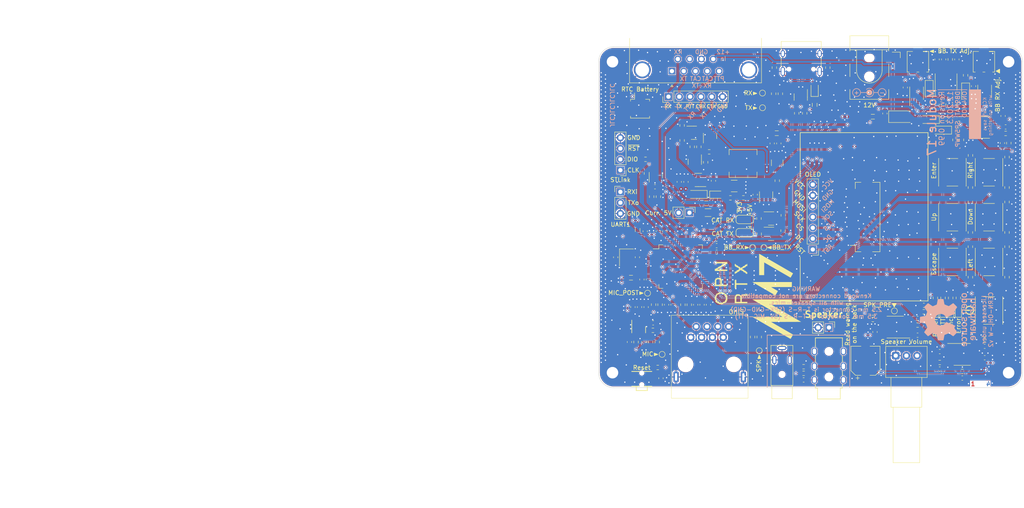
<source format=kicad_pcb>
(kicad_pcb (version 20221018) (generator pcbnew)
  (title_block (title "Module17") (date "2023-12-06") (rev "Rev 0.99") (company "OpenHT") (comment 1 "Morgan - ON4MOD") (comment 2 "Mathis - DB9MAT") (comment 3 "Wojciech - SP5WWP") (comment 4 "Authors:"))
  (layers (0 "F.Cu" signal) (1 "In1.Cu" signal) (2 "In2.Cu" signal) (31 "B.Cu" signal) (34 "B.Paste" user) (35 "F.Paste" user) (36 "B.SilkS" user "B.Silkscreen") (37 "F.SilkS" user "F.Silkscreen") (38 "B.Mask" user) (39 "F.Mask" user) (44 "Edge.Cuts" user))
  (net 0 "")
  (net 1 "VDD")
  (net 2 "GND")
  (net 3 "Net-(U201-PH0)")
  (net 4 "Net-(U201-PH1)")
  (net 5 "Net-(U201-VCAP_1)")
  (net 6 "VDDA")
  (net 7 "+5V")
  (net 8 "BASEBAND_RX")
  (net 9 "Net-(U201-VCAP_2)")
  (net 10 "NRST")
  (net 11 "Net-(U203-BST)")
  (net 12 "AUDIO_SPK")
  (net 13 "VAA")
  (net 14 "Net-(U203-SW)")
  (net 15 "Net-(D203-A)")
  (net 16 "Net-(Q301-G)")
  (net 17 "Net-(U301A-+)")
  (net 18 "Net-(C304-Pad1)")
  (net 19 "Net-(U301A--)")
  (net 20 "Net-(C305-Pad1)")
  (net 21 "Net-(C305-Pad2)")
  (net 22 "Net-(IC301-+IN)")
  (net 23 "Net-(IC301--IN)")
  (net 24 "Net-(IC301-VO1)")
  (net 25 "Net-(U302-MICIN)")
  (net 26 "/Connectors/xUDN")
  (net 27 "Net-(U302-CT)")
  (net 28 "Net-(IC301-VO2)")
  (net 29 "Net-(C310-Pad2)")
  (net 30 "Net-(U302-BIAS)")
  (net 31 "Net-(U302-CG)")
  (net 32 "Net-(C401-Pad1)")
  (net 33 "Net-(C503-Pad2)")
  (net 34 "Net-(C505-Pad1)")
  (net 35 "Net-(C506-Pad1)")
  (net 36 "MIC")
  (net 37 "SPEAKER")
  (net 38 "Net-(C507-Pad1)")
  (net 39 "/Connectors/xUDP")
  (net 40 "Net-(U503B-+)")
  (net 41 "/Baseband/BB_RX_A")
  (net 42 "Net-(C508-Pad1)")
  (net 43 "Net-(U504B--)")
  (net 44 "+12V")
  (net 45 "RADIO_TX")
  (net 46 "/Baseband/BB_RX_B")
  (net 47 "Net-(C511-Pad1)")
  (net 48 "RADIO_PTT")
  (net 49 "RADIO_RX")
  (net 50 "Net-(U504B-+)")
  (net 51 "Net-(U503A-+)")
  (net 52 "SWDIO")
  (net 53 "SWCLK")
  (net 54 "Net-(C510-Pad2)")
  (net 55 "BTN_UP")
  (net 56 "Net-(D202-Pad2)")
  (net 57 "BTN_DOWN")
  (net 58 "Net-(D202-Pad3)")
  (net 59 "LINE")
  (net 60 "~{BOOT0}")
  (net 61 "BTN_LEFT")
  (net 62 "Net-(J301-A)")
  (net 63 "Net-(J302-A)")
  (net 64 "BTN_RIGHT")
  (net 65 "GPIO_POWER")
  (net 66 "Net-(D204-A)")
  (net 67 "LED-PTT")
  (net 68 "LED-SYNC")
  (net 69 "LED-ERROR")
  (net 70 "Net-(D401-A)")
  (net 71 "USB_DN")
  (net 72 "USB_DP")
  (net 73 "~{PTT_IN}")
  (net 74 "AUDIO_MIC")
  (net 75 "Net-(D205-A)")
  (net 76 "BASEBAND_TX")
  (net 77 "/MCU & Power/VDD_MCU")
  (net 78 "~{PTT_OUT}")
  (net 79 "Net-(D206-A)")
  (net 80 "SPK_MUTE")
  (net 81 "USART3_TX")
  (net 82 "CAT_TXout")
  (net 83 "CAT_RXin")
  (net 84 "USART3_RX")
  (net 86 "/Baseband/BB_RX_W")
  (net 87 "USART1_RX")
  (net 88 "/Baseband/BB_TX_W")
  (net 89 "USART1_TX")
  (net 90 "Net-(J402-CC1)")
  (net 92 "MIC_GAIN")
  (net 93 "BTN_ENT")
  (net 95 "Net-(J402-CC2)")
  (net 97 "Net-(J407-Pad4)")
  (net 98 "I2C_SDA")
  (net 99 "I2C_SCL")
  (net 100 "~{MIC_MUTE}")
  (net 101 "Net-(J407-Pad8)")
  (net 102 "Net-(J408-Pin_1)")
  (net 103 "Net-(J408-Pin_2)")
  (net 104 "OLED_SPI_MOSI")
  (net 105 "OLED_SPI_SCK")
  (net 106 "OLED_DC")
  (net 107 "OLED_RST")
  (net 108 "Net-(Q201-B)")
  (net 109 "OLED_CS")
  (net 110 "Net-(Q201-C)")
  (net 111 "Net-(Q202-G)")
  (net 112 "Net-(JP201-A)")
  (net 113 "HMI_VIN")
  (net 114 "Net-(U203-EN)")
  (net 115 "Net-(U201-PB2)")
  (net 116 "Net-(U201-PA3)")
  (net 117 "Net-(U201-PB0)")
  (net 118 "Net-(U203-FB)")
  (net 119 "Net-(R215-Pad1)")
  (net 120 "Net-(R216-Pad1)")
  (net 121 "Net-(R219-Pad1)")
  (net 122 "Net-(R220-Pad1)")
  (net 123 "Net-(R223-Pad1)")
  (net 124 "Net-(R224-Pad1)")
  (net 125 "Net-(U302-MICBIAS)")
  (net 126 "Net-(U302-GAIN)")
  (net 127 "Net-(U302-TH)")
  (net 128 "Net-(R403-Pad1)")
  (net 129 "Net-(R404-Pad1)")
  (net 130 "Net-(D207-A)")
  (net 131 "Net-(U504A--)")
  (net 145 "Net-(U301B-+)")
  (net 146 "Net-(U301B--)")
  (net 148 "Net-(C315-Pad1)")
  (net 149 "Net-(D203-K)")
  (net 150 "Net-(D401-K)")
  (net 151 "HMI_PWR_ON")
  (net 152 "+BATT")
  (footprint "M17_connectors:KH-RJ45-58-8P8C" (layer "F.Cu") (at 196.325 131)
    (fp_text reference "J407")
    (fp_text value "KH-RJ45-58-8P8C")
  )
  (footprint "Resistor_SMD:R_0603_1608Metric" (layer "F.Cu") (at 266.125 102.575 -90)
    (fp_text reference "R218")
    (fp_text value "470")
  )
  (footprint "Capacitor_SMD:C_0603_1608Metric" (layer "F.Cu") (at 245.125 116.195 180)
    (fp_text reference "C304")
    (fp_text value "10n")
  )
  (footprint "Resistor_SMD:R_0603_1608Metric" (layer "F.Cu") (at 260.875 117.25 180)
    (fp_text reference "R314")
    (fp_text value "2k")
  )
  (footprint "Resistor_SMD:R_0603_1608Metric" (layer "F.Cu") (at 266.125 81.525 -90)
    (fp_text reference "R230")
    (fp_text value "470")
  )
  (footprint "Capacitor_SMD:C_0603_1608Metric" (layer "F.Cu") (at 242.25 58.05 90)
    (fp_text reference "C501")
    (fp_text value "100n")
  )
  (footprint "Jumper:SolderJumper-3_P1.3mm_Bridged12_RoundedPad1.0x1.5mm" (layer "F.Cu") (at 204.55 92.15 180)
    (fp_text reference "J301")
    (fp_text value "CAT_TX")
  )
  (footprint "Capacitor_SMD:C_0603_1608Metric" (layer "F.Cu") (at 179.35 97.9 90)
    (fp_text reference "C203")
    (fp_text value "12p")
  )
  (footprint "Capacitor_SMD:C_0603_1608Metric" (layer "F.Cu") (at 207 83.2 90)
    (fp_text reference "C210")
    (fp_text value "100n")
  )
  (footprint "Resistor_SMD:R_0603_1608Metric" (layer "F.Cu") (at 254.875 65.4)
    (fp_text reference "R503")
    (fp_text value "3k3")
  )
  (footprint "Inductor_SMD:L_0805_2012Metric" (layer "F.Cu") (at 195.525 85.225)
    (fp_text reference "L202")
    (fp_text value "1u")
  )
  (footprint "Resistor_SMD:R_0603_1608Metric" (layer "F.Cu") (at 207.8875 88.8 -90)
    (fp_text reference "R308")
    (fp_text value "10k")
  )
  (footprint "Resistor_SMD:R_0603_1608Metric" (layer "F.Cu") (at 249.3 107.45 90)
    (fp_text reference "R225")
    (fp_text value "680")
  )
  (footprint "Capacitor_Tantalum_SMD:CP_EIA-3216-18_Kemet-A" (layer "F.Cu") (at 256.4 59.3 -90)
    (fp_text reference "C507")
    (fp_text value "22u")
  )
  (footprint "Resistor_SMD:R_0603_1608Metric" (layer "F.Cu") (at 184.275 83.675 90)
    (fp_text reference "R301")
    (fp_text value "47k")
  )
  (footprint "Resistor_SMD:R_0603_1608Metric" (layer "F.Cu") (at 212.91 59.51 90)
    (fp_text reference "R510")
    (fp_text value "DNP")
  )
  (footprint "Resistor_SMD:R_0603_1608Metric" (layer "F.Cu") (at 256.4 55.175 -90)
    (fp_text reference "R506")
    (fp_text value "2k2")
  )
  (footprint "Capacitor_SMD:C_0603_1608Metric" (layer "F.Cu") (at 265.8 67.3)
    (fp_text reference "C503")
    (fp_text value "10n")
  )
  (footprint "TestPoint:TestPoint_Pad_D1.0mm" (layer "F.Cu") (at 239.68 110.5)
    (fp_text reference "TP301")
    (fp_text value "TP_SPK_PRE")
  )
  (footprint "Resistor_SMD:R_0603_1608Metric" (layer "F.Cu") (at 182.985 115.05)
    (fp_text reference "R313")
    (fp_text value "100k")
  )
  (footprint "Capacitor_SMD:C_0603_1608Metric" (layer "F.Cu") (at 212.55 71.175 -90)
    (fp_text reference "C225")
    (fp_text value "100n")
  )
  (footprint "Capacitor_SMD:C_0603_1608Metric" (layer "F.Cu") (at 185.775 91.8 90)
    (fp_text reference "C227")
    (fp_text value "10n")
  )
  (footprint "Button_Switch_SMD:SW_SPST_PTS645" (layer "F.Cu") (at 261.9 110.4 90)
    (fp_text reference "SW201")
    (fp_text value "Button Power")
  )
  (footprint "Capacitor_SMD:C_0603_1608Metric" (layer "F.Cu") (at 178.3 109.6 90)
    (fp_text reference "C316")
    (fp_text value "100n")
  )
  (footprint "MountingHole:MountingHole_2.7mm_M2.5_DIN965_Pad" (layer "F.Cu") (at 173.5 125)
    (fp_text reference "H103")
    (fp_text value "M3")
  )
  (footprint "Capacitor_SMD:C_0603_1608Metric" (layer "F.Cu") (at 189.175 80.2 90)
    (fp_text reference "C211")
    (fp_text value "1u")
  )
  (footprint "Resistor_SMD:R_0603_1608Metric" (layer "F.Cu") (at 245.125 113.825 180)
    (fp_text reference "R304")
    (fp_text value "7k5")
  )
  (footprint "Connector_PinHeader_2.54mm:PinHeader_1x07_P2.54mm_Vertical" (layer "F.Cu") (at 220.525 96.075 180)
    (fp_text reference "J406")
    (fp_text value "OLED")
  )
  (footprint "Resistor_SMD:R_0603_1608Metric" (layer "F.Cu") (at 218.375 123.6)
    (fp_text reference "R406")
    (fp_text value "2k2")
  )
  (footprint "Package_TO_SOT_SMD:SOT-23-6" (layer "F.Cu") (at 217.7 60.2875 -90)
    (fp_text reference "U401")
    (fp_text value "USBLC6-2SC6")
  )
  (footprint "Resistor_SMD:R_0603_1608Metric" (layer "F.Cu") (at 250.325 122.6)
    (fp_text reference "R307")
    (fp_text value "3k3")
  )
  (footprint "Diode_SMD:D_SOD-128" (layer "F.Cu") (at 241.5 64.9)
    (fp_text reference "D201")
    (fp_text value "DFLT18A-7 ")
  )
  (footprint "Capacitor_SMD:C_0603_1608Metric" (layer "F.Cu") (at 235.125 115.445 90)
    (fp_text reference "C302")
    (fp_text value "100n")
  )
  (footprint "Resistor_SMD:R_0603_1608Metric" (layer "F.Cu") (at 257.525 81.525 -90)
    (fp_text reference "R217")
    (fp_text value "470")
  )
  (footprint "Capacitor_SMD:C_0603_1608Metric" (layer "F.Cu") (at 181.925 103.125 -90)
    (fp_text reference "C220")
    (fp_text value "100n")
  )
  (footprint "Capacitor_SMD:C_0603_1608Metric" (layer "F.Cu") (at 258.275 57.725 90)
    (fp_text reference "C502")
    (fp_text value "100n")
  )
  (footprint "LED_SMD:LED_0603_1608Metric" (layer "F.Cu") (at 251.1 110.495 90)
    (fp_text reference "D205")
    (fp_text value "PTT")
  )
  (footprint "Resistor_SMD:R_0603_1608Metric" (layer "F.Cu") (at 181.25 74.9 180)
    (fp_text reference "R408")
    (fp_text value "22")
  )
  (footprint "Connector_PinHeader_2.54mm:PinHeader_1x03_P2.54mm_Vertical" (layer "F.Cu") (at 175.35 82.55)
    (fp_text reference "J409")
    (fp_text value "UART")
  )
  (footprint "Connector_FFC-FPC:Hirose_FH12-26S-0.5SH_1x26-1MP_P0.50mm_Horizontal" (layer "F.Cu") (at 231.8 88.455 90)
    (fp_text reference "J412")
    (fp_text value "Hirose FH12-26S-0.5SH(55)")
  )
  (footprint "Package_SO:SOIC-8_3.9x4.9mm_P1.27mm" (layer "F.Cu") (at 239.875 114.295 180)
    (fp_text reference "U301")
    (fp_text value "MCP6002")
  )
  (footprint "TestPoint:TestPoint_Pad_D1.0mm" (layer "F.Cu") (at 208.72 62.8 90)
    (fp_text reference "TP504")
    (fp_text value "TP_TX")
  )
  (footprint "M17_connectors:PJ-211A" (layer "F.Cu") (at 213.305 125.4 90)
    (fp_text reference "J405")
    (fp_text value "Kenwood-2.5")
  )
  (footprint "Capacitor_SMD:C_0603_1608Metric" (layer "F.Cu") (at 184.25 91.8 90)
    (fp_text reference "C226")
    (fp_text value "100n")
  )
  (footprint "Resistor_SMD:R_0603_1608Metric" (layer "F.Cu") (at 211.5 53.375 90)
    (fp_text reference "R402")
    (fp_text value "5k1")
  )
  (footprint "Connector_PinHeader_2.54mm:PinHeader_1x06_P2.54mm_Vertical" (layer "F.Cu") (at 186.64 60.2 90)
    (fp_text reference "J403")
    (fp_text value "Radio_Opt")
  )
  (footprint "Capacitor_SMD:C_0603_1608Metric" (layer "F.Cu") (at 246.6 109.175 180)
    (fp_text reference "C315")
    (fp_text value "10n")
  )
  (footprint "Inductor_SMD:L_0805_2012Metric" (layer "F.Cu") (at 179.4 91.5125 -90)
    (fp_text reference "FB204")
    (fp_text value "FB0805")
  )
  (footprint "Inductor_SMD:L_0805_2012Metric" (layer "F.Cu") (at 212.0625 68.775)
    (fp_text reference "FB203")
    (fp_text value "FB0805")
  )
  (footprint "Capacitor_SMD:C_0603_1608Metric" (layer "F.Cu") (at 184.875 126.3 90)
    (fp_text reference "C215")
    (fp_text value "100n")
  )
  (footprint "Capacitor_SMD:C_0603_1608Metric" (layer "F.Cu") (at 193.025 109.05 90)
    (fp_text reference "C204")
    (fp_text value "2u2")
  )
  (footprint "Resistor_SMD:R_0603_1608Metric" (layer "F.Cu") (at 252.8 51.45 -90)
    (fp_text reference "R507")
    (fp_text value "3k9")
  )
  (footprint "Resistor_SMD:R_0603_1608Metric" (layer "F.Cu") (at 218.625 64.1 -90)
    (fp_text reference "R403")
    (fp_text value "27")
  )
  (footprint "Capacitor_SMD:C_0603_1608Metric" (layer "F.Cu") (at 194.525 109.05 -90)
    (fp_text reference "C221")
    (fp_text value "10n")
  )
  (footprint "Resistor_SMD:R_0603_1608Metric" (layer "F.Cu") (at 207.95 116.625 90)
    (fp_text reference "R409")
    (fp_text value "0")
  )
  (footprint "Resistor_SMD:R_0603_1608Metric" (layer "F.Cu") (at 253.875 62.05 90)
    (fp_text reference "R505")
    (fp_text value "39k")
  )
  (footprint "Crystal:Crystal_SMD_3225-4Pin_3.2x2.5mm" (layer "F.Cu") (at 176.8 97.95 -90)
    (fp_text reference "Y201")
    (fp_text value "8 MHz")
  )
  (footprint "Inductor_SMD:L_0805_2012Metric" (layer "F.Cu") (at 177.8375 102.7)
    (fp_text reference "FB202")
    (fp_text value "FB0805")
  )
  (footprint "Connector_USB:USB_C_Receptacle_HRO_TYPE-C-31-M-12" (layer "F.Cu") (at 217.8 51.14 180)
    (fp_text reference "J402")
    (fp_text value "USB_C")
  )
  (footprint "Capacitor_SMD:C_0603_1608Metric" (layer "F.Cu") (at 255.625 126.25)
    (fp_text reference "C307")
    (fp_text value "15p")
  )
  (footprint "LED_SMD:LED_0603_1608Metric" (layer "F.Cu") (at 252.9 110.495 90)
    (fp_text reference "D206")
    (fp_text value "Sync")
  )
  (footprint "Capacitor_SMD:C_0603_1608Metric" (layer "F.Cu") (at 260.875 118.8)
    (fp_text reference "C310")
    (fp_text value "100n")
  )
  (footprint "Package_TO_SOT_SMD:SOT-23" (layer "F.Cu") (at 183.675 78.6 90)
    (fp_text reference "Q301")
    (fp_text value "IRLML2060")
  )
  (footprint "Connector_Molex:Molex_PicoBlade_53261-0271_1x02-1MP_P1.25mm_Horizontal" (layer "F.Cu") (at 179.97 62.52)
    (fp_text reference "J413")
    (fp_text value "Molex 532610271")
  )
  (footprint "Capacitor_SMD:C_0603_1608Metric" (layer "F.Cu") (at 197.95 93.65)
    (fp_text reference "C216")
    (fp_text value "100n")
  )
  (footprint "Capacitor_SMD:C_0603_1608Metric" (layer "F.Cu") (at 218.375 126.7 180)
    (fp_text reference "C401")
    (fp_text value "100n")
  )
  (footprint "Capacitor_SMD:C_0603_1608Metric" (layer "F.Cu") (at 181.4 109.6 90)
    (fp_text reference "C314")
    (fp_text value "2u2")
  )
  (footprint "Resistor_SMD:R_0603_1608Metric" (layer "F.Cu") (at 265.8 68.825)
    (fp_text reference "R501")
    (fp_text value "3k9")
  )
  (footprint "Resistor_SMD:R_0603_1608Metric" (layer "F.Cu") (at 184.125 123.77 180)
    (fp_text reference "R214")
    (fp_text value "47k")
  )
  (footprint "Resistor_SMD:R_0603_1608Metric" (layer "F.Cu") (at 207.9375 92.4 -90)
    (fp_text reference "R305")
    (fp_text value "10k")
  )
  (footprint "Capacitor_SMD:C_0603_1608Metric" (layer "F.Cu") (at 250.325 120.05 180)
    (fp_text reference "C306")
    (fp_text value "100n")
  )
  (footprint "Capacitor_Tantalum_SMD:CP_EIA-3216-18_Kemet-A" (layer "F.Cu") (at 247.95 65.55 180)
    (fp_text reference "C510")
    (fp_text value "22u")
  )
  (footprint "Resistor_SMD:R_0603_1608Metric" (layer "F.Cu") (at 179.025 117.8 -90)
    (fp_text reference "R311")
    (fp_text value "0")
  )
  (footprint "Potentiometer_SMD:Potentiometer_Bourns_3224J_Horizontal" (layer "F.Cu") (at 260.7 52 -90)
    (fp_text reference "RV502")
    (fp_text value "10k")
  )
  (footprint "Resistor_SMD:R_0603_1608Metric" (layer "F.Cu") (at 266.125 95.425 -90)
    (fp_text reference "R216")
    (fp_text value "10k")
  )
  (footprint "Package_TO_SOT_SMD:SOT-23" (layer "F.Cu") (at 196.4 69.4125 90)
    (fp_text reference "Q202" hide)
    (fp_text value "IRLML2244")
  )
  (footprint "Resistor_SMD:R_0603_1608Metric" (layer "F.Cu") (at 224.05 53.375 90)
    (fp_text reference "R401")
    (fp_text value "5k1")
  )
  (footprint "Resistor_SMD:R_0603_1608Metric" (layer "F.Cu") (at 213.6 88.05 -90)
    (fp_text reference "R312")
    (fp_text value "10k")
  )
  (footprint "Capacitor_SMD:C_0603_1608Metric" (layer "F.Cu") (at 177.475 117.8 90)
    (fp_text reference "C308")
    (fp_text value "100n")
  )
  (footprint "Capacitor_SMD:C_0603_1608Metric" (layer "F.Cu") (at 187.725 109.0375 -90)
    (fp_text reference "C214")
    (fp_text value "10n")
  )
  (footprint "Capacitor_SMD:C_0603_1608Metric" (layer "F.Cu") (at 174.25 97.9 90)
    (fp_text reference "C202")
    (fp_text value "12p")
  )
  (footprint "Capacitor_SMD:C_0603_1608Metric" (layer "F.Cu") (at 245.125 112.275)
    (fp_text reference "C303")
    (fp_text value "1n5")
  )
  (footprint "Jumper:SolderJumper-3_P1.3mm_Bridged12_RoundedPad1.0x1.5mm" (layer "F.Cu") (at 204.55 89.025 180)
    (fp_text reference "J302")
    (fp_text value "CAT_RX")
  )
  (footprint "Resistor_SMD:R_0603_1608Metric" (layer "F.Cu") (at 266.125 84.925 -90)
    (fp_text reference "R220")
    (fp_text value "10k")
  )
  (footprint "Resistor_SMD:R_0603_1608Metric" (layer "F.Cu") (at 193.775 71.975 -90)
    (fp_text reference "R203")
    (fp_text value "10k")
  )
  (footprint "Diode_SMD:D_SOD-323" (layer "F.Cu") (at 197.9225 83.21)
    (fp_text reference "D203")
    (fp_text value "BAT60A")
  )
  (footprint "Capacitor_Tantalum_SMD:CP_EIA-3216-18_Kemet-A" (layer "F.Cu") (at 193.421 83.15 180)
    (fp_text reference "C206")
    (fp_text value "10u")
  )
  (footprint "Resistor_SMD:R_0603_1608Metric" (layer "F.Cu") (at 211.34 59.51 -90)
    (fp_text reference "R509")
    (fp_text value "0")
  )
  (footprint "Resistor_SMD:R_0603_1608Metric" (layer "F.Cu") (at 247.425 113.075 -90)
    (fp_text reference "R303")
    (fp_text value "13k")
  )
  (footprint "Capacitor_SMD:C_0603_1608Metric" (layer "F.Cu") (at 183.04 113.3)
    (fp_text reference "C309")
    (fp_text value "100n")
  )
  (footprint "Resistor_SMD:R_0603_1608Metric" (layer "F.Cu") (at 266.125 74.375 -90)
    (fp_text reference "R224")
    (fp_text value "10k")
  )
  (footprint "Capacitor_SMD:C_0603_1608Metric" (layer "F.Cu") (at 254.35 51.45 90)
    (fp_text reference "C509")
    (fp_text value "680p")
  )
  (footprint "Resistor_SMD:R_0603_1608Metric" (layer "F.Cu") (at 253.9 70.35 90)
    (fp_text reference "R511")
    (fp_text value "22k")
  )
  (footprint "Resistor_SMD:R_0603_1608Metric" (layer "F.Cu") (at 195.375 75.6 -90)
    (fp_text reference "R206")
    (fp_text value "22k")
  )
  (footprint "M17_logos:M17_logo_20x11.5mm" (layer "F.Cu") (at 212.05 107.075 90)
    (fp_text reference "LOGO101" hide)
    (fp_text value "M17_logo")
  )
  (footprint "Package_TO_SOT_SMD:SOT-23" (layer "F.Cu") (at 192.821 75.4875 -90)
    (fp_text reference "Q201" hide)
    (fp_text value "MMBT3904")
  )
  (footprint "Capacitor_SMD:C_1206_3216Metric" (layer "F.Cu") (at 195.925 87.425)
    (fp_text reference "C223")
    (fp_text value "22u")
  )
  (footprint "Resistor_SMD:R_0603_1608Metric" (layer "F.Cu") (at 201.19 83.95 180)
    (fp_text reference "R213")
    (fp_text value "43k")
  )
  (footprint "Resistor_SMD:R_0603_1608Metric" (layer "F.Cu") (at 196.2 73.15 180)
    (fp_text reference "R205")
    (fp_text value "22k")
  )
  (footprint "Resistor_SMD:R_0603_1608Metric" (layer "F.Cu") (at 189.85 66.95 90)
    (fp_text reference "R202")
    (fp_text value "10kR")
  )
  (footprint "Capacitor_Tantalum_SMD:CP_EIA-3216-18_Kemet-A" (layer "F.Cu") (at 250.8 68.05 180)
    (fp_text reference "C511")
    (fp_text value "22u")
  )
  (footprint "TestPoint:TestPoint_Pad_D1.0mm" (layer "F.Cu") (at 206.395 95.625)
    (fp_text reference "TP501")
    (fp_text value "TP_BBRX" hide)
  )
  (footprint "Package_QFP:LQFP-64_10x10mm_P0.5mm" (layer "F.Cu") (at 189.5 100.0875)
    (fp_text reference "U201")
    (fp_text value "STM32F405RGTx")
  )
  (footprint "Capacitor_SMD:C_0603_1608Metric" (layer "F.Cu") (at 180.4 103.125 -90)
    (fp_text reference "C218")
    (fp_text value "1u")
  )
  (footprint "Inductor_SMD:L_0805_2012Metric" (layer "F.Cu") (at 234.625 64.9)
    (fp_text reference "FB201")
    (fp_text value "FB0805")
  )
  (footprint "Capacitor_SMD:C_0603_1608Metric" (layer "F.Cu") (at 190.75 80.2 90)
    (fp_text reference "C209")
    (fp_text value "100n")
  )
  (footprint "LED_SMD:LED_0603_1608Metric" (layer "F.Cu") (at 254.7 110.495 90)
    (fp_text reference "D207")
    (fp_text value "Error")
  )
  (footprint "TestPoint:TestPoint_Pad_D1.0mm" (layer "F.Cu") (at 185.15 120.7 180)
    (fp_text reference "TP302")
    (fp_text value "TP_MIC")
  )
  (footprint "Package_TO_SOT_SMD:SOT-23-5" (layer "F.Cu") (at 193.65 79.75 180)
    (fp_text reference "U202")
    (fp_text value "TPS7A2033")
  )
  (footprint "Resistor_SMD:R_0603_1608Metric" (layer "F.Cu") (at 182.45 117.807842 -90)
    (fp_text reference "R315")
    (fp_text value "150k")
  )
  (footprint "Resistor_SMD:R_0603_1608Metric" (layer "F.Cu") (at 266.55 71.1 -90)
    (fp_text reference "R502")
    (fp_text value "39k")
  )
  (footprint "MountingHole:MountingHole_2.7mm_M2.5_DIN965_Pad" (layer "F.Cu") (at 173.5 52)
    (fp_text reference "H102")
    (fp_text value "M3")
  )
  (footprint "Package_SO:SOIC-8_3.9x4.9mm_P1.27mm" (layer "F.Cu") (at 255.6 120.7)
    (fp_text reference "IC301")
    (fp_text value "LM4991MA")
  )
  (footprint "Resistor_SMD:R_0603_1608Metric" (layer "F.Cu") (at 257.55 73.98 -90)
    (fp_text reference "R215")
    (fp_text value "10k")
  )
  (footprint "Resistor_SMD:R_0603_1608Metric" (layer "F.Cu") (at 251.25 62.05 -90)
    (fp_text reference "R504")
    (fp_text value "3k3")
  )
  (footprint "Resistor_SMD:R_0603_1608Metric" (layer "F.Cu") (at 213.55 91.65 -90)
    (fp_text reference "R306")
    (fp_text value "10k")
  )
  (footprint "Capacitor_SMD:C_0603_1608Metric" (layer "F.Cu") (at 249.7 62.05 90)
    (fp_text reference "C506")
    (fp_text value "10n")
  )
  (footprint "Resistor_SMD:R_0603_1608Metric" (layer "F.Cu") (at 257.525 92.075 -90)
    (fp_text reference "R221")
    (fp_text value "470")
  )
  (footprint "Capacitor_SMD:C_0603_1608Metric" (layer "F.Cu") (at 197.95 96.7 180)
    (fp_text reference "C205")
    (fp_text value "2u2")
  )
  (footprint "Package_SO:MSOP-8_3x3mm_P0.65mm" (layer "F.Cu") (at 244.9 59.4 90)
    (fp_text reference "U501")
    (fp_text value "MCP4551-103")
  )
  (footprint "Resistor_SMD:R_0603_1608Metric" (layer "F.Cu") (at 216.75 64.1 -90)
    (fp_text reference "R404")
    (fp_text value "27")
  )
  (footprint "Capacitor_SMD:C_0603_1608Metric" (layer "F.Cu") (at 181.175 91.8 90)
    (fp_text reference "C222")
    (fp_text value "1u")
  )
  (footprint "Resistor_SMD:R_0603_1608Metric" (layer "F.Cu") (at 190.025 109.05 -90)
    (fp_text reference "R211")
    (fp_text value "10k")
  )
  (footprint "Resistor_SMD:R_0603_1608Metric" (layer "F.Cu") (at 184.675 109.0375 -90)
    (fp_text reference "R210")
    (fp_text value "10k")
  )
  (footprint "Resistor_SMD:R_0603_1608Metric" (layer "F.Cu") (at 251.1 107.45 90)
    (fp_text reference "R226")
    (fp_text value "680")
  )
  (footprint "Diode_SMD:D_SOD-323" (layer "F.Cu") (at 220.96 58.54 90)
    (fp_text reference "D401")
    (fp_text value "BAT60A")
  )
  (footprint "Resistor_SMD:R_0603_1608Metric" (layer "F.Cu") (at 257.525 84.925 -90)
    (fp_text reference "R219")
    (fp_text value "10k")
  )
  (footprint "Resistor_SMD:R_0603_1608Metric" (layer "F.Cu") (at 192.225 71.975 90)
    (fp_text reference "R204")
    (fp_text value "100k")
  )
  (footprint "Capacitor_SMD:C_0603_1608Metric" (layer "F.Cu") (at 251.25 51.45 -90)
    (fp_text reference "C508")
    (fp_text value "10n")
  )
  (footprint "Package_SO:SOIC-8_3.9x4.9mm_P1.27mm" (layer "F.Cu") (at 260.1 67.4)
    (fp_text reference "U503")
    (fp_text value "MCP6002")
  )
  (footprint "Package_TO_SOT_SMD:SOT-23" (layer "F.Cu") (at 192.6125 68.675)
    (fp_text reference "D202" hide)
    (fp_text value "BAT54C")
  )
  (footprint "Capacitor_SMD:C_0603_1608Metric" (layer "F.Cu") (at 251.85 65.4 180)
    (fp_text reference "C505")
    (fp_text value "10n")
  )
  (footprint "Button_Switch_SMD:SW_SPST_PTS645" (layer "F.Cu") (at 253.3 88.5 90)
    (fp_text reference "SW205")
    (fp_text value "Button Up")
  )
  (footprint "Capacitor_SMD:C_0603_1608Metric" (layer "F.Cu") (at 186.2 109.0375 -90)
    (fp_text reference "C213")
    (fp_text value "100n")
  )
  (footprint "Inductor_SMD:L_Vishay_IHLP-2525" (layer "F.Cu") (at 204.15 75.875)
    (fp_text reference "L201")
    (fp_text value "10u")
  )
  (footprint "Connector_PinHeader_2.54mm:PinHeader_1x02_P2.54mm_Vertical" (layer "F.Cu") (at 191.565 87.45 -90)
    (fp_text reference "JP201")
    (fp_text value "Jumper_2_Bridged")
  )
  (footprint "Resistor_SMD:R_0603_1608Metric" (layer "F.Cu") (at 184 117.807842 90)
    (fp_text reference "R309")
    (fp_text value "2k2")
  )
  (footprint "Connector_PinHeader_2.54mm:PinHeader_1x02_P2.54mm_Vertical" (layer "F.Cu") (at 224.325 114.4 -90)
    (fp_text reference "J410")
    (fp_text value "Speaker")
  )
  (footprint "Resistor_SMD:R_0603_1608Metric" (layer "F.Cu") (at 252.9 107.45 90)
    (fp_text reference "R227")
    (fp_text value "680")
  )
  (footprint "Inductor_SMD:L_0805_2012Metric" (layer "F.Cu") (at 220.96 62.1225 90)
    (fp_text reference "FB401")
    (fp_text value "FB0805")
  )
  (footprint "Resistor_SMD:R_0603_1608Metric" (layer "F.Cu") (at 204.225 83.95 180)
    (fp_text reference "R212")
    (fp_text value "8k2")
  )
  (footprint "Button_Switch_SMD:SW_SPST_PTS645" (layer "F.Cu") (at 253.3 77.95 90)
    (fp_text reference "SW203")
    (fp_text value "Button Enter")
  )
  (footprint "M17_connectors:PJ-3136-B" (layer "F.Cu") (at 224.305 128.5 90)
    (fp_text reference "J404")
    (fp_text value "Kenwood-3.5")
  )
  (footprint "Resistor_SMD:R_0603_1608Metric" (layer "F.Cu") (at 255.425 70.35 -90)
    (fp_text reference "R512")
    (fp_text value "22k")
  )
  (footprint "Capacitor_SMD:C_0603_1608Metric" (layer "F.Cu") (at 180.9 117.807842 -90)
    (fp_text reference "C312")
    (fp_text value "470n")
  )
  (footprint "Capacitor_SMD:C_0603_1608Metric" (layer "F.Cu") (at 196.025 109.05 -90)
    (fp_text reference "C217")
    (fp_text value "100n")
  )
  (footprint "MountingHole:MountingHole_2.7mm_M2.5_DIN965_Pad" (layer "F.Cu") (at 266.5 125)
    (fp_text reference "H104")
    (fp_text value "M3")
  )
  (footprint "TestPoint:TestPoint_Pad_D1.0mm" (layer "F.Cu") (at 181.74 106.33 180)
    (fp_text reference "TP304")
    (fp_text value "TP_MIC_POST")
  )
  (footprint "M17_logos:OPN_RTX_logo_10x7.6mm" (layer "F.Cu") (at 202.525 104 90)
    (fp_text reference "LOGO102" hide)
    (fp_text value "OPN_RTX_logo")
  )
  (footprint "Button_Switch_SMD:SW_SPST_PTS645" (layer "F.Cu") (at 261.9 88.5 90)
    (fp_text reference "SW206")
    (fp_text value "Button Down")
  )
  (footprint "Capacitor_SMD:C_0603_1608Metric" (layer "F.Cu") (at 183.475 81.35)
    (fp_text reference "C301")
    (fp_text value "470p")
  )
  (footprint "Potentiometer_THT:Potentiometer_Alps_RK097_Single_Horizontal" (layer "F.Cu") (at 240 121 90)
    (fp_text reference "RV301" hide)
    (fp_text value "10k")
  )
  (footprint "Resistor_SMD:R_0603_1608Metric" (layer "F.Cu") (at 246.6 110.7)
    (fp_text reference "R316")
    (fp_text value "4k3")
  )
  (footprint "Resistor_SMD:R_0603_1608Metric" (layer "F.Cu") (at 180.425 78.225 90)
    (fp_text reference "R407")
    (fp_text value "22")
  )
  (footprint "Resistor_SMD:R_0603_1608Metric" (layer "F.Cu") (at 218.375 125.15)
    (fp_text reference "R405")
    (fp_text value "10k")
  )
  (footprint "TestPoint:TestPoint_Pad_D1.0mm" (layer "F.Cu") (at 208.71 59.35)
    (fp_text reference "TP503")
    (fp_text value "TP_RX")
  )
  (footprint "Resistor_SMD:R_0603_1608Metric" (layer "F.Cu") (at 254.7 107.45 90)
    (fp_text reference "R228")
    (fp_text value "680")
  )
  (footprint "TestPoint:TestPoint_Pad_D1.0mm" (layer "F.Cu") (at 209.05 95.625 90)
    (fp_text reference "TP502")
    (fp_text value "TP_BBTX" hide)
  )
  (footprint "Connector_PinHeader_2.54mm:PinHeader_1x04_P2.54mm_Vertical" (layer "F.Cu") (at 175.35 77.45 180)
    (fp_text reference "J408")
    (fp_text value "STLink")
  )
  (footprint "Capacitor_Tantalum_SMD:CP_EIA-3216-18_Kemet-A" (layer "F.Cu") (at 247.85 58.7 -90)
    (fp_text reference "C512")
    (fp_text value "22u")
  )
  (footprint "LED_SMD:LED_0603_1608Metric" (layer "F.Cu") (at 249.3 110.495 90)
    (fp_text reference "D204")
    (fp_text value "Power")
  )
  (footprint "Button_Switch_SMD:SW_SPST_PTS645" (layer "F.Cu") (at 261.9 99 90)
    (fp_text reference "SW204")
    (fp_text value "Button Left")
  )
  (footprint "Package_TO_SOT_SMD:SOT-23" (layer "F.Cu") (at 210.7375 92.4)
    (fp_text reference "Q302")
    (fp_text value "BSS138" hide)
  )
  (footprint "Resistor_SMD:R_0603_1608Metric" (layer "F.Cu") (at 234.625 110.98 180)
    (fp_text reference "R317")
    (fp_text value "10k")
  )
  (footprint "Capacitor_SMD:C_1210_3225Metric" (layer "F.Cu") (at 202.071 81.175)
    (fp_text reference "C212")
    (fp_text value "22u")
  )
  (footprint "Capacitor_SMD:C_0603_1608Metric" (layer "F.Cu") (at 249.7 51.45 90)
    (fp_text reference "C514")
    (fp_text value "100n")
  )
  (footprint "Resistor_SMD:R_0603_1608Metric" (layer "F.Cu") (at 191.525 109.05 90)
    (fp_text reference "R208")
    (fp_text value "1k")
  )
  (footprint "Resistor_SMD:R_0603_1608Metric" (layer "F.Cu") (at 234.625 112.51)
    (fp_text reference "R318")
    (fp_text value "10k")
  )
  (footprint "Button_Switch_SMD:SW_SPST_PTS645" (layer "F.Cu") (at 261.9 77.95 90)
    (fp_text reference "SW208")
    (fp_text value "Button Right")
  )
  (footprint "TestPoint:TestPoint_Pad_D1.0mm" (layer "F.Cu") (at 207.95 119.85)
    (fp_text reference "TP303")
    (fp_text value "TP_SPK")
  )
  (footprint "Package_TO_SOT_SMD:SOT-23" (layer "F.Cu") (at 210.7375 88.8)
    (fp_text reference "Q303")
    (fp_text value "BSS138" hide)
  )
  (footprint "Resistor_SMD:R_0603_1608Metric" (layer "F.Cu") (at 257.525 102.575 -90)
    (fp_text reference "R229")
    (fp_text value "470")
  )
  (footprint "Capacitor_SMD:C_0603_1608Metric" (layer "F.Cu") (at 197.95 95.175)
    (fp_text reference "C219")
    (fp_text value "10n")
  )
  (footprint "Resistor_SMD:R_0603_1608Metric" (layer "F.Cu") (at 266.125 92.075 -90)
    (fp_text reference "R222")
    (fp_text value "470")
  )
  (footprint "Resistor_SMD:R_0603_1608Metric" (layer "F.Cu") (at 212.175 79.925 -90)
    (fp_text reference "R207")
    (fp_text value "100k")
  )
  (footprint "Package_SO:SOIC-8_3.9x4.9mm_P1.27mm" (layer "F.Cu") (at 251.815 56.75 90)
    (fp_text reference "U504")
    (fp_text value "MCP6002")
  )
  (footprint "Button_Switch_SMD:SW_SPST_PTS645" (layer "F.Cu") (at 253.3 99 90)
    (fp_text reference "SW207")
    (fp_text value "Button Escape")
  )
  (footprint "Resistor_SMD:R_0603_1608Metric" (layer "F.Cu") (at 254.65 68.05 180)
    (fp_text reference "R508")
    (fp_text value "22k")
  )
  (footprint "Capacitor_SMD:C_0603_1608Metric" (layer "F.Cu") (at 237.45 64.15 -90)
    (fp_text reference "C201")
    (fp_text value "10n")
  )
  (footprint "M17_misc_passive:SW_SPST_436351045816" (layer "F.Cu") (at 180.375 126.45)
    (fp_text reference "SW202")
    (fp_text value "Reset")
  )
  (footprint "Capacitor_SMD:C_0603_1608Metric" (layer "F.Cu") (at 250.325 124.15 180)
    (fp_text reference "C305")
    (fp_text value "220n")
  )
  (footprint "Capacitor_SMD:C_0603_1608Metric" (layer "F.Cu") (at 265.05 71.1 -90)
    (fp_text reference "C504")
    (fp_text value "680p")
  )
  (footprint "Capacitor_SMD:C_1210_3225Metric" (layer "F.Cu") (at 212.171 75.725 90)
    (fp_text reference "C207")
    (fp_text value "10u")
  )
  (footprint "Resistor_SMD:R_0603_1608Metric" (layer "F.Cu") (at 257.525 95.425 -90)
    (fp_text reference "R223")
    (fp_text value "10k")
  )
  (footprint "Package_SO:MSOP-8_3x3mm_P0.65mm" (layer "F.Cu") (at 260.875 58.9625 90)
    (fp_text reference "U502")
    (fp_text value "MCP4551-103")
  )
  (footprint "Resistor_SMD:R_0603_1608Metric" (layer "F.Cu") (at 206.4 116.625 90)
    (fp_text reference "R410")
    (fp_text value "0")
  )
  (footprint "Capacitor_SMD:C_0603_1608Metric" (layer "F.Cu") (at 211 71.175 -90)
    (fp_text reference "C224")
    (fp_text value "1u")
  )
  (footprint "Resistor_SMD:R_0603_1608Metric" (layer "F.Cu") (at 255.625 124.7)
    (fp_text reference "R310")
    (fp_text value "47k")
  )
  (footprint "Capacitor_SMD:C_0603_1608Metric" (layer "F.Cu") (at 265.2 64.725 90)
    (fp_text reference "C513")
    (fp_text value "100n")
  )
  (footprint "Package_TO_SOT_SMD:SOT-23-6" (layer "F.Cu") (at 209.571 83.2875 90)
    (fp_text reference "U203")
    (fp_text value "TP6841S6")
  )
  (footprint "Capacitor_SMD:C_0603_1608Metric" (layer "F.Cu") (at 260.885 121.485)
    (fp_text reference "C313")
    (fp_text value "100n")
  )
  (footprint "MountingHole:MountingHole_2.7mm_M2.5_DIN965_Pad" (layer "F.Cu") (at 266.5 52)
    (fp_text reference "H101")
    (fp_text value "M3")
  )
  (footprint "Potentiometer_SMD:Potentiometer_Bourns_3224J_Horizontal" (layer "F.Cu") (at 245.2 52 -90)
    (fp_text reference "RV501")
    (fp_text value "10k")
  )
  (footprint "Resistor_SMD:R_0603_1608Metric" (layer "F.Cu") (at 189.85 70.475 90)
    (fp_text reference "R201")
    (fp_text value "100k")
  )
  (footprint "Connector_BarrelJack:BarrelJack_CLIFF_FC681465S_SMT_Horizontal" (layer "F.Cu") (at 233.8 54 -90)
    (fp_text reference "J411")
    (fp_text value "+12V")
  )
  (footprint "Capacitor_SMD:C_0603_1608Metric" (layer "F.Cu") (at 197.2 79.95 90)
    (fp_text reference "C208")
    (fp_text value "100n")
  )
  (footprint "Capacitor_SMD:C_0603_1608Metric" (layer "F.Cu") (at 179.85 109.6 90)
    (fp_text reference "C318")
    (fp_text value "2u2")
  )
  (footprint "Package_DFN_QFN:DFN-14-1EP_3x3mm_P0.4mm_EP1.78x2.35mm" (layer "F.Cu") (at 179.65 114.157842 -90)
    (fp_text reference "U302")
    (fp_text value "MAX9814")
  )
  (footprint "Resistor_SMD:R_0603_1608Metric" (layer "F.Cu") (at 183.15 109.025 90)
    (fp_text reference "R209")
    (fp_text value "10k")
  )
  (footprint "Connector_Dsub:DSUB-9_Female_Horizontal_P2.77x2.84mm_EdgePinOffset4.94mm_Housed_MountingHolesOffset7.48mm" (layer "F.Cu") (at 187.45 54.2 180)
    (fp_text reference "J401")
    (fp_text value "Radio")
  )
  (footprint "Resistor_SMD:R_0603_1608Metric" (layer "F.Cu") (at 182.7 83.675 -90)
    (fp_text reference "R302")
    (fp_text value "330")
  )
  (footprint "Capacitor_SMD:CP_Elec_6.3x7.7" (layer "F.Cu") (at 232.9 122.2 90)
    (fp_text reference "C311")
    (fp_text value "470u")
  )
  (footprint "M17_logos:heart_mask_025grid" (layer "B.Cu") (at 250.55 112.55 -90)
    (fp_text reference "REF**" hide)
    (fp_text value "heart")
  )
  (footprint "M17_logos:OSHW_logo_12.5x13mm" (layer "B.Cu") (at 252.25 112.55 -90)
    (fp_text reference "LOGO103")
    (fp_text value "OSHW_logo")
  )
  (footprint "Symbol:Symbol_Barrel_Polarity" (layer "B.Cu") (at 233.8 59.155 180)
    (fp_text reference "REF**" hide)
    (fp_text value "Symbol_Barrel_Polarity")
  )
  (gr_rect (start 257.25 58.575) (end 259.95 70.075) (stroke (width 0.15)) (fill solid) (layer "B.SilkS"))
  (gr_line (start 209.83 128.46) (end 209.825 116.175) (stroke (width 0.15)) (layer "B.SilkS"))
  (gr_line (start 256.75 58.575) (end 249.9 58.575) (stroke (width 0.15)) (layer "B.SilkS"))
  (gr_line (start 209.825 116.175) (end 229.2 116.175) (stroke (width 0.15)) (layer "B.SilkS"))
  (gr_line (start 229.2 116.175) (end 229.2 128.45) (stroke (width 0.15)) (layer "B.SilkS"))
  (gr_line (start 247.575 68.65) (end 247.575 108.15) (stroke (width 0.15)) (layer "F.SilkS"))
  (gr_line (start 217.575 68.65) (end 247.575 68.65) (stroke (width 0.15)) (layer "F.SilkS"))
  (gr_line (start 247.575 108.15) (end 217.575 108.15) (stroke (width 0.15)) (layer "F.SilkS"))
  (gr_poly (pts (xy 256.338674 109.919171) (xy 256.339193 109.912412) (xy 256.340053 109.905654) (xy 256.341257 109.898909) (xy 256.342809 109.892189) (xy 256.344714 109.885505) (xy 256.346976 109.87887) (xy 256.349599 109.872295) (xy 256.352587 109.865791) (xy 256.362837 109.845608) (xy 256.373427 109.826165) (xy 256.384362 109.807399) (xy 256.395646 109.789245) (xy 256.407283 109.771642) (xy 256.419279 109.754525) (xy 256.431637 109.737831) (xy 256.444362 109.721498) (xy 256.457459 109.705461) (xy 256.470931 109.689657) (xy 256.484784 109.674024) (xy 256.499023 109.658498) (xy 256.528672 109.627512) (xy 256.559914 109.596194) (xy 256.600007 109.558491) (xy 256.641544 109.523219) (xy 256.68443 109.49038) (xy 256.728568 109.459974) (xy 256.773862 109.432) (xy 256.820215 109.406459) (xy 256.867531 109.38335) (xy 256.915713 109.362674) (xy 256.964666 109.34443) (xy 257.014293 109.328619) (xy 257.064498 109.31524) (xy 257.115183 109.304293) (xy 257.166254 109.29578) (xy 257.217614 109.289698) (xy 257.269165 109.286049) (xy 257.320813 109.284833) (xy 257.37246 109.286049) (xy 257.424011 109.289697) (xy 257.475368 109.295778) (xy 257.526436 109.304292) (xy 257.577118 109.315238) (xy 257.627318 109.328616) (xy 257.676939 109.344427) (xy 257.725886 109.362671) (xy 257.774061 109.383346) (xy 257.821369 109.406455) (xy 257.867713 109.431996) (xy 257.912997 109.459969) (xy 257.957125 109.490374) (xy 257.999999 109.523213) (xy 258.041525 109.558483) (xy 258.081604 109.596186) (xy 258.119713 109.635832) (xy 258.155364 109.676907) (xy 258.188555 109.719316) (xy 258.219288 109.762964) (xy 258.247563 109.807756) (xy 258.273378 109.853597) (xy 258.296735 109.900391) (xy 258.317634 109.948043) (xy 258.336074 109.996458) (xy 258.352055 110.045541) (xy 258.365577 110.095197) (xy 258.376641 110.14533) (xy 258.385246 110.195845) (xy 258.391393 110.246647) (xy 258.395081 110.297642) (xy 258.39631 110.348733) (xy 258.39508 110.399812) (xy 258.39139 110.450797) (xy 258.38524 110.501591) (xy 258.376631 110.5521) (xy 258.365563 110.602228) (xy 258.352036 110.65188) (xy 258.336051 110.700961) (xy 258.317607 110.749376) (xy 258.296706 110.797029) (xy 258.273347 110.843826) (xy 258.247531 110.889671) (xy 258.219258 110.934469) (xy 258.188529 110.978125) (xy 258.155343 111.020543) (xy 258.119702 111.061629) (xy 258.081604 111.101287) (xy 258.041512 111.138977) (xy 257.999975 111.174236) (xy 257.95709 111.207062) (xy 257.912954 111.237458) (xy 257.867661 111.265421) (xy 257.82131 111.290953) (xy 257.773996 111.314054) (xy 257.725816 111.334722) (xy 257.676865 111.35296) (xy 257.62724 111.368765) (xy 257.577038 111.382139) (xy 257.526354 111.393081) (xy 257.475286 111.401592) (xy 257.423928 111.407671) (xy 257.372378 111.411318) (xy 257.320733 111.412534) (xy 257.269087 111.411318) (xy 257.217538 111.407671) (xy 257.166182 111.401592) (xy 257.115114 111.393081) (xy 257.064433 111.382139) (xy 257.014233 111.368765) (xy 256.964611 111.35296) (xy 256.915663 111.334722) (xy 256.867486 111.314054) (xy 256.820176 111.290953) (xy 256.773829 111.265421) (xy 256.728542 111.237458) (xy 256.68441 111.207062) (xy 256.641531 111.174236) (xy 256.6 111.138977) (xy 256.559914 111.101287) (xy 256.544073 111.085279) (xy 256.528601 111.068986) (xy 256.513502 111.052414) (xy 256.498778 111.035564) (xy 256.484432 111.018442) (xy 256.470466 111.001051) (xy 256.456884 110.983395) (xy 256.443686 110.965477) (xy 256.430877 110.947302) (xy 256.418459 110.928872) (xy 256.406434 110.910193) (xy 256.394805 110.891266) (xy 256.383575 110.872097) (xy 256.372746 110.852689) (xy 256.36232 110.833046) (xy 256.352301 110.813172) (xy 256.349396 110.806866) (xy 256.346847 110.80056) (xy 256.344652 110.79426) (xy 256.342806 110.787974) (xy 256.341306 110.781708) (xy 256.340148 110.775469) (xy 256.339328 110.769264) (xy 256.338842 110.763101) (xy 256.338687 110.756985) (xy 256.338859 110.750924) (xy 256.339354 110.744926) (xy 256.340168 110.738996) (xy 256.341298 110.733142) (xy 256.342739 110.727371) (xy 256.344489 110.72169) (xy 256.346542 110.716105) (xy 256.348897 110.710624) (xy 256.351547 110.705254) (xy 256.354491 110.700001) (xy 256.357724 110.694872) (xy 256.361242 110.689875) (xy 256.365042 110.685017) (xy 256.369119 110.680304) (xy 256.373471 110.675743) (xy 256.378093 110.671341) (xy 256.382982 110.667105) (xy 256.388133 110.663043) (xy 256.393543 110.659161) (xy 256.399208 110.655466) (xy 256.405125 110.651964) (xy 256.41129 110.648664) (xy 256.417698 110.645571) (xy 256.424281 110.64276) (xy 256.430934 110.640291) (xy 256.437645 110.638163) (xy 256.444404 110.63637) (xy 256.451199 110.634909) (xy 256.458017 110.633776) (xy 256.464847 110.632968) (xy 256.471677 110.632479) (xy 256.478496 110.632307) (xy 256.485292 110.632448) (xy 256.492053 110.632897) (xy 256.498767 110.633651) (xy 256.505423 110.634706) (xy 256.512009 110.636058) (xy 256.518513 110.637703) (xy 256.524924 110.639638) (xy 256.531229 110.641858) (xy 256.537418 110.64436) (xy 256.543478 110.647139) (xy 256.549398 110.650193) (xy 256.555166 110.653516) (xy 256.56077 110.657105) (xy 256.566199 110.660957) (xy 256.571441 110.665067) (xy 256.576483 110.669432) (xy 256.581315 110.674047) (xy 256.585925 110.678909) (xy 256.590301 110.684014) (xy 256.594431 110.689358) (xy 256.598303 110.694937) (xy 256.601907 110.700747) (xy 256.605229 110.706785) (xy 256.612771 110.721176) (xy 256.620433 110.735236) (xy 256.628239 110.748988) (xy 256.636211 110.762455) (xy 256.644372 110.77566) (xy 256.652746 110.788627) (xy 256.661354 110.801379) (xy 256.670221 110.813939) (xy 256.679368 110.826329) (xy 256.688819 110.838575) (xy 256.698596 110.850698) (xy 256.708723 110.862721) (xy 256.719223 110.874669) (xy 256.730118 110.886563) (xy 256.74143 110.898428) (xy 256.753184 110.910287) (xy 256.783093 110.938399) (xy 256.814079 110.964697) (xy 256.846071 110.989181) (xy 256.878998 111.011852) (xy 256.912786 111.032709) (xy 256.947366 111.051752) (xy 256.982664 111.068982) (xy 257.018608 111.084398) (xy 257.055128 111.098) (xy 257.09215 111.109789) (xy 257.129604 111.119764) (xy 257.167416 111.127926) (xy 257.205516 111.134274) (xy 257.243831 111.138808) (xy 257.28229 111.141528) (xy 257.320821 111.142435) (xy 257.359351 111.141528) (xy 257.397809 111.138808) (xy 257.436124 111.134274) (xy 257.474222 111.127926) (xy 257.512032 111.119764) (xy 257.549483 111.109789) (xy 257.586503 111.098) (xy 257.623019 111.084398) (xy 257.658959 111.068982) (xy 257.694253 111.051752) (xy 257.728827 111.032709) (xy 257.762611 111.011852) (xy 257.795531 110.989181) (xy 257.827517 110.964697) (xy 257.858497 110.938399) (xy 257.888398 110.910287) (xy 257.916028 110.881601) (xy 257.942037 110.851808) (xy 257.966402 110.820963) (xy 257.9891 110.78912) (xy 258.010111 110.756333) (xy 258.029411 110.722656) (xy 258.046979 110.688143) (xy 258.062792 110.652847) (xy 258.076827 110.616824) (xy 258.089063 110.580126) (xy 258.099478 110.542808) (xy 258.108049 110.504925) (xy 258.114754 110.46653) (xy 258.119571 110.427676) (xy 258.122477 110.388419) (xy 258.123451 110.348812) (xy 258.122478 110.309216) (xy 258.119574 110.269966) (xy 258.11476 110.231118) (xy 258.108059 110.192726) (xy 258.099492 110.154844) (xy 258.089082 110.117526) (xy 258.07685 110.080828) (xy 258.062818 110.044802) (xy 258.047009 110.009503) (xy 258.029443 109.974987) (xy 258.010143 109.941306) (xy 257.989131 109.908516) (xy 257.966428 109.87667) (xy 257.942057 109.845824) (xy 257.91604 109.816031) (xy 257.888398 109.787345) (xy 257.858497 109.759233) (xy 257.827517 109.732934) (xy 257.795531 109.708449) (xy 257.762611 109.685778) (xy 257.728827 109.66492) (xy 257.694253 109.645876) (xy 257.658959 109.628646) (xy 257.623019 109.61323) (xy 257.586503 109.599627) (xy 257.549483 109.587838) (xy 257.512032 109.577862) (xy 257.474222 109.569701) (xy 257.436124 109.563353) (xy 257.397809 109.558818) (xy 257.359351 109.556098) (xy 257.320821 109.555191) (xy 257.28229 109.556098) (xy 257.243831 109.558818) (xy 257.205516 109.563353) (xy 257.167416 109.569701) (xy 257.129604 109.577862) (xy 257.09215 109.587838) (xy 257.055128 109.599627) (xy 257.018608 109.61323) (xy 256.982664 109.628646) (xy 256.947366 109.645876) (xy 256.912786 109.66492) (xy 256.878998 109.685778) (xy 256.846071 109.708449) (xy 256.814079 109.732934) (xy 256.783093 109.759233) (xy 256.753184 109.787345) (xy 256.730135 109.810677) (xy 256.708741 109.833653) (xy 256.698609 109.845136) (xy 256.688824 109.856684) (xy 256.679363 109.868349) (xy 256.670203 109.88018) (xy 256.661322 109.89223) (xy 256.652698 109.90455) (xy 256.644309 109.917191) (xy 256.636131 109.930204) (xy 256.628142 109.943641) (xy 256.62032 109.957553) (xy 256.612642 109.97199) (xy 256.605087 109.987005) (xy 256.60177 109.993344) (xy 256.598172 109.999445) (xy 256.594305 110.005304) (xy 256.590179 110.010917) (xy 256.585806 110.016279) (xy 256.581199 110.021386) (xy 256.57637 110.026235) (xy 256.571329 110.03082) (xy 256.566089 110.035139) (xy 256.560661 110.039186) (xy 256.555058 110.042958) (xy 256.549291 110.046451) (xy 256.543371 110.04966) (xy 256.537311 110.052582) (xy 256.531122 110.055212) (xy 256.524817 110.057545) (xy 256.518406 110.059579) (xy 256.511902 110.061309) (xy 256.505316 110.06273) (xy 256.49866 110.063839) (xy 256.491946 110.064631) (xy 256.485186 110.065102) (xy 256.478392 110.065249) (xy 256.471574 110.065066) (xy 256.464746 110.06455) (xy 256.457918 110.063698) (xy 256.451103 110.062503) (xy 256.444312 110.060964) (xy 256.437557 110.059074) (xy 256.43085 110.056831) (xy 256.424203 110.05423) (xy 256.417627 110.051267) (xy 256.41121 110.047998) (xy 256.405036 110.044449) (xy 256.399107 110.040631) (xy 256.393429 110.036556) (xy 256.388004 110.032236) (xy 256.382838 110.027682) (xy 256.377934 110.022906) (xy 256.373296 110.017921) (xy 256.368929 110.012737) (xy 256.364836 110.007367) (xy 256.361022 110.001822) (xy 256.357491 109.996113) (xy 256.354247 109.990254) (xy 256.351294 109.984255) (xy 256.348636 109.978128) (xy 256.346277 109.971885) (xy 256.344222 109.965538) (xy 256.342474 109.959098) (xy 256.341038 109.952577) (xy 256.339917 109.945987) (xy 256.339117 109.93934) (xy 256.33864 109.932647) (xy 256.338491 109.92592)) (fill solid) (layer "F.SilkS"))
  (gr_line (start 217.575 108.15) (end 217.575 97.87) (stroke (width 0.15)) (layer "F.SilkS"))
  (gr_line (start 217.575 79.02) (end 217.575 68.65) (stroke (width 0.15)) (layer "F.SilkS"))
  (gr_poly (pts (xy 256.12637 110.341301) (xy 256.126918 110.334101) (xy 256.127821 110.327004) (xy 256.129069 110.320021) (xy 256.130654 110.31316) (xy 256.132567 110.30643) (xy 256.134798 110.29984) (xy 256.137339 110.293399) (xy 256.140182 110.287116) (xy 256.143316 110.281) (xy 256.146733 110.27506) (xy 256.150424 110.269304) (xy 256.15438 110.263743) (xy 256.158592 110.258383) (xy 256.163052 110.253236) (xy 256.16775 110.248308) (xy 256.172678 110.243611) (xy 256.177825 110.239151) (xy 256.183185 110.234939) (xy 256.188747 110.230983) (xy 256.194502 110.227292) (xy 256.200443 110.223875) (xy 256.206559 110.220741) (xy 256.212841 110.217899) (xy 256.219282 110.215358) (xy 256.225872 110.213127) (xy 256.232601 110.211215) (xy 256.239462 110.20963) (xy 256.246445 110.208382) (xy 256.253541 110.207479) (xy 256.260741 110.206931) (xy 256.268037 110.206747) (xy 257.309897 110.206961) (xy 257.317192 110.207146) (xy 257.324393 110.207694) (xy 257.331489 110.208596) (xy 257.338471 110.209845) (xy 257.345332 110.211429) (xy 257.352062 110.213342) (xy 257.358651 110.215573) (xy 257.365092 110.218114) (xy 257.371375 110.220956) (xy 257.377491 110.224089) (xy 257.383431 110.227506) (xy 257.389187 110.231197) (xy 257.394749 110.235153) (xy 257.400108 110.239365) (xy 257.405256 110.243825) (xy 257.410183 110.248523) (xy 257.414881 110.25345) (xy 257.419341 110.258598) (xy 257.423553 110.263957) (xy 257.42751 110.269519) (xy 257.431201 110.275274) (xy 257.434618 110.281215) (xy 257.437752 110.287331) (xy 257.440594 110.293614) (xy 257.443135 110.300054) (xy 257.445367 110.306644) (xy 257.447279 110.313374) (xy 257.448864 110.320235) (xy 257.450112 110.327219) (xy 257.451015 110.334315) (xy 257.451563 110.341516) (xy 257.451748 110.348812) (xy 257.451563 110.356109) (xy 257.451016 110.363311) (xy 257.450114 110.370408) (xy 257.448867 110.377392) (xy 257.447284 110.384253) (xy 257.445373 110.390984) (xy 257.443143 110.397574) (xy 257.440604 110.404015) (xy 257.437764 110.410299) (xy 257.434632 110.416415) (xy 257.431217 110.422356) (xy 257.427528 110.428111) (xy 257.423574 110.433673) (xy 257.419363 110.439033) (xy 257.414905 110.444181) (xy 257.410209 110.449108) (xy 257.405283 110.453806) (xy 257.400136 110.458266) (xy 257.394778 110.462478) (xy 257.389216 110.466435) (xy 257.383461 110.470125) (xy 257.37752 110.473542) (xy 257.371403 110.476676) (xy 257.365119 110.479518) (xy 257.358676 110.482059) (xy 257.352084 110.48429) (xy 257.345351 110.486203) (xy 257.338487 110.487788) (xy 257.331499 110.489036) (xy 257.324398 110.489938) (xy 257.317191 110.490486) (xy 257.309889 110.490671) (xy 256.693606 110.490457) (xy 256.268037 110.490457) (xy 256.260741 110.490272) (xy 256.253541 110.489724) (xy 256.246445 110.488821) (xy 256.239462 110.487573) (xy 256.232601 110.485988) (xy 256.225872 110.484076) (xy 256.219282 110.481845) (xy 256.212841 110.479304) (xy 256.206559 110.476462) (xy 256.200443 110.473328) (xy 256.194502 110.469911) (xy 256.188747 110.46622) (xy 256.183185 110.462264) (xy 256.177825 110.458052) (xy 256.172678 110.453592) (xy 256.16775 110.448894) (xy 256.163052 110.443967) (xy 256.158592 110.438819) (xy 256.15438 110.433459) (xy 256.150424 110.427897) (xy 256.146733 110.422141) (xy 256.143316 110.416201) (xy 256.140182 110.410084) (xy 256.137339 110.403801) (xy 256.134798 110.39736) (xy 256.132567 110.390769) (xy 256.130654 110.384039) (xy 256.129069 110.377177) (xy 256.127821 110.370193) (xy 256.126918 110.363096) (xy 256.12637 110.355895) (xy 256.126185 110.348598)) (fill solid) (layer "F.SilkS"))
  (gr_arc (start 170.25 52) (mid 171.275126 49.525126) (end 173.75 48.5) (stroke (width 0.1)) (layer "Edge.Cuts"))
  (gr_line (start 173.75 48.5) (end 266.25 48.5) (stroke (width 0.1)) (layer "Edge.Cuts"))
  (gr_arc (start 173.75 128.5) (mid 171.275126 127.474874) (end 170.25 125) (stroke (width 0.1)) (layer "Edge.Cuts"))
  (gr_arc (start 266.25 48.5) (mid 268.724874 49.525126) (end 269.75 52) (stroke (width 0.1)) (layer "Edge.Cuts"))
  (gr_arc (start 269.75 125) (mid 268.724874 127.474874) (end 266.25 128.5) (stroke (width 0.1)) (layer "Edge.Cuts"))
  (gr_line (start 170.25 125) (end 170.25 52) (stroke (width 0.1)) (layer "Edge.Cuts"))
  (gr_line (start 266.25 128.5) (end 173.75 128.5) (stroke (width 0.1)) (layer "Edge.Cuts"))
  (gr_line (start 269.75 52) (end 269.75 125) (stroke (width 0.1)) (layer "Edge.Cuts"))
  (gr_text "1" (at 257.52 128.225) (layer "F.Cu") (effects (font (size 1 1) (thickness 0.2) bold) (justify left bottom)))
  (gr_text "4" (at 262.33 128.225) (layer "B.Cu") (effects (font (size 1 1) (thickness 0.2) bold) (justify left bottom mirror)))
  (gr_text "PTT" (at 191.44 62.57 45) (layer "B.SilkS") (effects (font (size 1 1) (thickness 0.16)) (justify mirror)))
  (gr_text "Revision 0.99\n12.2023" (at 251.8 58.775 90) (layer "B.SilkS") (effects (font (size 1.25 1.25) (thickness 0.16)) (justify left mirror)))
  (gr_text "+" (at 230.8 59.23) (layer "B.SilkS") (effects (font (size 1 1) (thickness 0.16)) (justify mirror)))
  (gr_text "VCC" (at 224.025 80.750508 45) (layer "B.SilkS") (effects (font (size 1 1) (thickness 0.16)) (justify mirror)))
  (gr_text "GND" (at 199.34 62.625 45) (layer "B.SilkS") (effects (font (size 1 1) (thickness 0.16)) (justify mirror)))
  (gr_text "CAT RX" (at 193.34 63.425 45) (layer "B.SilkS") (effects (font (size 1 1) (thickness 0.16)) (justify mirror)))
  (gr_text "CAT\nTX" (at 193 56.8) (layer "B.SilkS") (effects (font (size 1 1) (thickness 0.16)) (justify mirror)))
  (gr_text "TX" (at 190.2 56) (layer "B.SilkS") (effects (font (size 1 1) (thickness 0.16)) (justify mirror)))
  (gr_text "+12\nIn" (at 199.5 50.5) (layer "B.SilkS") (effects (font (size 1 1) (thickness 0.16)) (justify mirror)))
  (gr_text "WARNING\nKenwood connectors are not compatible\nwith all speaker-mics.\n2.5 mm connector is T-R-S (SPK-GND-GND)\n3.5 mm connector is T-R-S (5V-MIC-PTT)" (at 218.975 112.375) (layer "B.SilkS") (effects (font (size 1 1) (thickness 0.16)) (justify bottom mirror)))
  (gr_text "DC" (at 224.025 93.550508 45) (layer "B.SilkS") (effects (font (size 1 1) (thickness 0.16)) (justify mirror)))
  (gr_text "CAT\nRX" (at 195.8 56.8) (layer "B.SilkS") (effects (font (size 1 1) (thickness 0.16)) (justify mirror)))
  (gr_text "Licensed under\nCERN-OHL-W v2" (at 261.528562 112.55 90) (layer "B.SilkS") (effects (font (size 1 1) (thickness 0.16)) (justify mirror)))
  (gr_text "CS" (at 223.975 90.800508 45) (layer "B.SilkS") (effects (font (size 1 1) (thickness 0.16)) (justify mirror)))
  (gr_text "GND" (at 194.4 49.7) (layer "B.SilkS") (effects (font (size 1 1) (thickness 0.16)) (justify mirror)))
  (gr_text "CAT TX" (at 196.14 63.35 45) (layer "B.SilkS") (effects (font (size 1 1) (thickness 0.16)) (justify mirror)))
  (gr_text "RX" (at 186.34 62.35 45) (layer "B.SilkS") (effects (font (size 1 1) (thickness 0.16)) (justify mirror)))
  (gr_text "DB9MAT, SP5WWP,\nON4MOD" (at 256.74 58.795 90) (layer "B.SilkS") (effects (font (size 1 1) (thickness 0.16) bold) (justify left bottom mirror)))
  (gr_text "Module 17" (at 248.5 58.1 90) (layer "B.SilkS") (effects (font (size 2 2) (thickness 0.3)) (justify left mirror)))
  (gr_text "KC1AWV says \nwrite something" (at 261.55 64.575 90) (layer "B.SilkS") (effects (font (size 0.8 0.8) (thickness 0.1)) (justify mirror)))
  (gr_text "RX" (at 188.9 49.7) (layer "B.SilkS") (effects (font (size 1 1) (thickness 0.16)) (justify mirror)))
  (gr_text "PTT" (at 198.5 56) (layer "B.SilkS") (effects (font (size 1 1) (thickness 0.16)) (justify mirror)))
  (gr_text "SCK" (at 224.025 88.350508 45) (layer "B.SilkS") (effects (font (size 1 1) (thickness 0.16)) (justify mirror)))
  (gr_text "JLCJLCJLCJLC" (at 172.85 62.225 270) (layer "B.SilkS") (effects (font (size 1 1) (thickness 0.16)) (justify bottom mirror)))
  (gr_text "-" (at 236.8 59.23) (layer "B.SilkS") (effects (font (size 1 1) (thickness 0.16)) (justify mirror)))
  (gr_text "RST" (at 223.975 96.050508 45) (layer "B.SilkS") (effects (font (size 1 1) (thickness 0.16)) (justify mirror)))
  (gr_text "TX" (at 189.05 62.425 45) (layer "B.SilkS") (effects (font (size 1 1) (thickness 0.16)) (justify mirror)))
  (gr_text "MOSI" (at 224.025 85.850508 45) (layer "B.SilkS") (effects (font (size 1 1) (thickness 0.16)) (justify mirror)))
  (gr_text "GND" (at 224.025 83.350508 45) (layer "B.SilkS") (effects (font (size 1 1) (thickness 0.16)) (justify mirror)))
  (gr_text "Sync" (at 252.9 112.07 90) (layer "F.SilkS") (effects (font (size 1 1) (thickness 0.16)) (justify right)))
  (gr_text "Enter" (at 248.95 77.56 90) (layer "F.SilkS") (effects (font (size 1 1) (thickness 0.16))))
  (gr_text "Reset" (at 180.375 123.81) (layer "F.SilkS") (effects (font (size 1 1) (thickness 0.16))))
  (gr_text "TX►" (at 207.67 62.8) (layer "F.SilkS") (effects (font (size 1 1) (thickness 0.16)) (justify right)))
  (gr_text "GND" (at 217.4 83.38 -45) (layer "F.SilkS") (effects (font (size 1 1) (thickness 0.16))))
  (gr_text "5V" (at 205.74 87.36 90) (layer "F.SilkS") (effects (font (size 1 1) (thickness 0.16)) (justify left)))
  (gr_text "Up" (at 248.95 88.46 90) (layer "F.SilkS") (effects (font (size 1 1) (thickness 0.16))))
  (gr_text "Escape" (at 248.95 99.46 90) (layer "F.SilkS") (effects (font (size 1 1) (thickness 0.16))))
  (gr_text "3V3" (at 203.32 84.76 90) (layer "F.SilkS") (effects (font (size 1 1) (thickness 0.16)) (justify right)))
  (gr_text "RTC Battery" (at 179.97 58.46) (layer "F.SilkS") (effects (font (size 1 1) (thickness 0.16))))
  (gr_text "Power" (at 249.3 112.07 90) (layer "F.SilkS") (effects (font (size 1 1) (thickness 0.16)) (justify right)))
  (gr_text "STLink" (at 175.35 79.72) (layer "F.SilkS") (effects (font (size 1 1) (thickness 0.16))))
  (gr_text "◄ BB TX Adj." (at 252.85 49.475) (layer "F.SilkS") (effects (font (size 1 1) (thickness 0.16))))
  (gr_text "CLK" (at 178.4 77.45) (layer "F.SilkS") (effects (font (size 1 1) (thickness 0.16))))
  (gr_text "MIC_POST►" (at 180.99 106.25) (layer "F.SilkS") (effects (font (size 1 1) (thickness 0.16)) (justify right)))
  (gr_text "RXi" (at 178.15 82.55) (layer "F.SilkS") (effects (font (size 1 1) (thickness 0.16))))
  (gr_text "CAT TX" (at 202 92.35) (layer "F.SilkS") (effects (font (size 1 1) (thickness 0.16)) (justify right)))
  (gr_text "SPK_PRE▼" (at 240.37 109.08) (layer "F.SilkS") (effects (font (size 1 1) (thickness 0.16)) (justify right)))
  (gr_text "PTT" (at 191.72 62.48) (layer "F.SilkS") (effects (font (size 0.8 0.8) (thickness 0.16))))
  (gr_text "~{RST}" (at 178.45 72.375) (layer "F.SilkS") (effects (font (size 1 1) (thickness 0.16))))
  (gr_text "RX►" (at 207.67 59.35) (layer "F.SilkS") (effects (font (size 1 1) (thickness 0.16)) (justify right)))
  (gr_text "BB RX Adj. ▲" (at 263.925 58.675 90) (layer "F.SilkS") (effects (font (size 1 1) (thickness 0.16) bold)))
  (gr_text "UART1" (at 175.4 90.2) (layer "F.SilkS") (effects (font (size 1 1) (thickness 0.16))))
  (gr_text "SCK" (at 217.4 88.38 -45) (layer "F.SilkS") (effects (font (size 1 1) (thickness 0.16))))
  (gr_text "Left" (at 257.525 99.66 90) (layer "F.SilkS") (effects (font (size 1 1) (thickness 0.16))))
  (gr_text "Right" (at 257.525 77.475 90) (layer "F.SilkS") (effects (font (size 1 1) (thickness 0.16))))
  (gr_text "RX" (at 186.52 62.48) (layer "F.SilkS") (effects (font (size 0.8 0.8) (thickness 0.16))))
  (gr_text "Error" (at 254.7 112.07 90) (layer "F.SilkS") (effects (font (size 1 1) (thickness 0.16)) (justify right)))
  (gr_text "CAT RX" (at 202.15 89.225) (layer "F.SilkS") (effects (font (size 1 1) (thickness 0.16)) (justify right)))
  (gr_text "Read warning\non the back" (at 229.475 113.575 90) (layer "F.SilkS") (effects (font (size 1 1) (thickness 0.16))))
  (gr_text "PTT" (at 251.1 112.07 90) (layer "F.SilkS") (effects (font (size 1 1) (thickness 0.16)) (justify right)))
  (gr_text "SPK►" (at 207.875 120.575 90) (layer "F.SilkS") (effects (font (size 1 1) (thickness 0.16)) (justify right)))
  (gr_text "OLED" (at 220.55 78.45) (layer "F.SilkS") (effects (font (size 1 1) (thickness 0.16))))
  (gr_text "Curr. 5V" (at 187.475 87.5) (layer "F.SilkS") (effects (font (size 1 1) (thickness 0.16)) (justify right)))
  (gr_text "DIO" (at 178.2 74.9) (layer "F.SilkS") (effects (font (size 1 1) (thickness 0.16))))
  (gr_text "GND" (at 199.32 62.48) (layer "F.SilkS") (effects (font (size 0.8 0.8) (thickness 0.16))))
  (gr_text "VCC" (at 217.4 80.78 -45) (layer "F.SilkS") (effects (font (size 1 1) (thickness 0.16))))
  (gr_text "TXo" (at 178.4 85.1) (layer "F.SilkS") (effects (font (size 1 1) (thickness 0.16))))
  (gr_text "Speaker" (at 223.1 112.2) (layer "F.SilkS") (effects (font (size 1.5 1.5) (thickness 0.3) bold) (justify bottom)))
  (gr_text "CS" (at 217.45 90.83 -45) (layer "F.SilkS") (effects (font (size 1 1) (thickness 0.16))))
  (gr_text "GND" (at 178.5 69.85) (layer "F.SilkS") (effects (font (size 1 1) (thickness 0.16))))
  (gr_text "CTX" (at 196.72 62.48) (layer "F.SilkS") (effects (font (size 0.8 0.8) (thickness 0.16))))
  (gr_text "CRX" (at 194.22 62.48) (layer "F.SilkS") (effects (font (size 0.8 0.8) (thickness 0.16))))
  (gr_text "12V" (at 233.8 61.6) (layer "F.SilkS") (effects (font (size 1 1) (thickness 0.16)) (justify top)))
  (gr_text "OHIS" (at 202.575 111.325) (layer "F.SilkS") (effects (font (size 1 1) (thickness 0.16)) (justify bottom)))
  (gr_text "RST" (at 217.45 96.08 315) (layer "F.SilkS") (effects (font (size 1 1) (thickness 0.16))))
  (gr_text "DC" (at 217.4 93.58 -45) (layer "F.SilkS") (effects (font (size 1 1) (thickness 0.16))))
  (gr_text "MIC►" (at 184.41 120.63) (layer "F.SilkS") (effects (font (size 1 1) (thickness 0.16)) (justify right)))
  (gr_text "MOSI" (at 217.4 85.88 -45) (layer "F.SilkS") (effects (font (size 1 1) (thickness 0.16))))
  (gr_text "BB_RX►" (at 205.75 95.55) (layer "F.SilkS") (effects (font (size 1 1) (thickness 0.16)) (justify right)))
  (gr_text "Down" (at 257.525 88.36 90) (layer "F.SilkS") (effects (font (size 1 1) (thickness 0.16))))
  (gr_text "TX" (at 189.12 62.48) (layer "F.SilkS") (effects (font (size 0.8 0.8) (thickness 0.16))))
  (gr_text "Speaker Volume" (at 242.5 117.725) (layer "F.SilkS") (effects (font (size 1 1) (thickness 0.16))))
  (gr_text "◄BB_TX" (at 209.65 95.55) (layer "F.SilkS") (effects (font (size 1 1) (thickness 0.16)) (justify left)))
  (gr_text "GND" (at 178.4 87.65) (layer "F.SilkS") (effects (font (size 1 1) (thickness 0.16))))
  (segment (start 179.85 110.907037) (end 179.25 111.507037) (width 0.15) (layer "F.Cu") (net 1))
  (segment (start 227.025 71.9) (end 230.3 71.9) (width 0.3) (layer "F.Cu") (net 1))
  (segment (start 257.675 55.8) (end 257.675 56.35) (width 0.3) (layer "F.Cu") (net 1))
  (segment (start 179.25 111.507037) (end 179.25 112.682842) (width 0.15) (layer "F.Cu") (net 1))
  (segment (start 206.75 87.875) (end 209.775 87.875) (width 0.15) (layer "F.Cu") (net 1))
  (segment (start 251.05 84.52) (end 251.05 81.93) (width 0.3) (layer "F.Cu") (net 1))
  (segment (start 185.975 123.775) (end 185.97 123.77) (width 0.15) (layer "F.Cu") (net 1))
  (segment (start 250.475 71.9) (end 230.3 71.9) (width 0.3) (layer "F.Cu") (net 1))
  (segment (start 257.675 56.35) (end 258.175 56.85) (width 0.3) (layer "F.Cu") (net 1))
  (segment (start 251.05 73.97) (end 251.05 72.475) (width 0.3) (layer "F.Cu") (net 1))
  (segment (start 251.05 95.02) (end 251.05 92.48) (width 0.3) (layer "F.Cu") (net 1))
  (segment (start 227.1 82.705) (end 225.23 80.835) (width 0.3) (layer "F.Cu") (net 1))
  (segment (start 252.38 102.98) (end 252.4 103) (width 0.3) (layer "F.Cu") (net 1))
  (segment (start 228.525 82.705) (end 227.1 82.705) (width 0.3) (layer "F.Cu") (net 1))
  (segment (start 251.05 72.475) (end 250.475 71.9) (width 0.3) (layer "F.Cu") (net 1))
  (segment (start 257.17 71.89) (end 258.82 71.89) (width 0.3) (layer "F.Cu") (net 1))
  (segment (start 177.05 110.375) (end 178.367158 110.375) (width 0.15) (layer "F.Cu") (net 1))
  (segment (start 179.85 110.375) (end 179.85 110.907037) (width 0.15) (layer "F.Cu") (net 1))
  (segment (start 179.375 89.275) (end 178.35 89.275) (width 0.3) (layer "F.Cu") (net 1))
  (segment (start 175.7 103.85) (end 175.7 102.7) (width 0.3) (layer "F.Cu") (net 1))
  (segment (start 187.1375 83.7625) (end 188 82.9) (width 0.3) (layer "F.Cu") (net 1))
  (segment (start 259.65 73.97) (end 259.65 81.93) (width 0.3) (layer "F.Cu") (net 1))
  (segment (start 207.85 91.575) (end 209.675 91.575) (width 0.15) (layer "F.Cu") (net 1))
  (segment (start 251.05 92.48) (end 251.05 84.52) (width 0.3) (layer "F.Cu") (net 1))
  (segment (start 175.7 102.7) (end 176.775 102.7) (width 0.3) (layer "F.Cu") (net 1))
  (segment (start 179.4 89.25) (end 179.4 90.65) (width 0.3) (layer "F.Cu") (net 1))
  (segment (start 228.525 83.025) (end 228.525 82.705) (width 0.3) (layer "F.Cu") (net 1))
  (segment (start 258.175 56.85) (end 259.9 56.85) (width 0.3) (layer "F.Cu") (net 1))
  (segment (start 256.585 72.475) (end 257.17 71.89) (width 0.3) (layer "F.Cu") (net 1))
  (segment (start 218.45 75.85) (end 220.525 77.925) (width 0.3) (layer "F.Cu") (net 1))
  (segment (start 251.05 73.97) (end 251.05 81.93) (width 0.3) (layer "F.Cu") (net 1))
  (segment (start 259.65 95.02) (end 259.65 92.48) (width 0.3) (layer "F.Cu") (net 1))
  (segment (start 178.3 110.375) (end 179.85 110.375) (width 0.15) (layer "F.Cu") (net 1))
  (segment (start 179.4 89.25) (end 179.375 89.275) (width 0.3) (layer "F.Cu") (net 1))
  (segment (start 207 92.425) (end 207.85 91.575) (width 0.15) (layer "F.Cu") (net 1))
  (segment (start 251.05 95.02) (end 251.05 102.98) (width 0.3) (layer "F.Cu") (net 1))
  (segment (start 188 82.9) (end 188 82.45) (width 0.3) (layer "F.Cu") (net 1))
  (segment (start 259.65 72.72) (end 259.65 73.97) (width 0.3) (layer "F.Cu") (net 1))
  (segment (start 243.925 57.2875) (end 243.925 61.5125) (width 0.15) (layer "F.Cu") (net 1))
  (segment (start 258.82 71.89) (end 259.65 72.72) (width 0.3) (layer "F.Cu") (net 1))
  (segment (start 225.23 80.835) (end 220.525 80.835) (width 0.3) (layer "F.Cu") (net 1))
  (segment (start 259.65 95.02) (end 259.65 102.98) (width 0.3) (layer "F.Cu") (net 1))
  (segment (start 177.05 109.325) (end 177.05 110.375) (width 0.3) (layer "F.Cu") (net 1))
  (segment (start 242.2375 57.2875) (end 242.2625 57.2875) (width 0.3) (layer "F.Cu") (net 1))
  (segment (start 209.675 91.575) (end 209.8 91.45) (width 0.15) (layer "F.Cu") (net 1))
  (segment (start 243.925 57.2875) (end 242.2625 57.2875) (width 0.15) (layer "F.Cu") (net 1))
  (segment (start 253.9 70.95) (end 253.9 72.475) (width 0.15) (layer "F.Cu") (net 1))
  (segment (start 183.15 110.75) (end 183.15 109.85) (width 0.15) (layer "F.Cu") (net 1))
  (segment (start 185.97 123.77) (end 184.95 123.77) (width 0.15) (layer "F.Cu") (net 1))
  (segment (start 254.125 72.475) (end 256.585 72.475) (width 0.3) (layer "F.Cu") (net 1))
  (segment (start 217.55 125.15) (end 216.575 125.15) (width 0.15) (layer "F.Cu") (net 1))
  (segment (start 254.125 72.475) (end 251.075 72.475) (width 0.3) (layer "F.Cu") (net 1))
  (segment (start 251.05 102.98) (end 252.38 102.98) (width 0.3) (layer "F.Cu") (net 1))
  (segment (start 259.65 84.52) (end 259.65 92.48) (width 0.3) (layer "F.Cu") (net 1))
  (segment (start 242.25 56.365) (end 242.25 57.275) (width 0.3) (layer "F.Cu") (net 1))
  (segment (start 259.65 84.52) (end 259.65 81.93) (width 0.3) (layer "F.Cu") (net 1))
  (segment (start 248.25 106.7) (end 249.3 106.7) (width 0.3) (layer "F.Cu") (net 1))
  (segment (start 220.525 77.925) (end 220.525 80.835) (width 0.3) (layer "F.Cu") (net 1))
  (segment (start 229.95 83.205) (end 228.705 83.205) (width 0.3) (layer "F.Cu") (net 1))
  (segment (start 209.775 87.875) (end 209.8 87.85) (width 0.15) (layer "F.Cu") (net 1))
  (segment (start 253.9 72.475) (end 254.125 72.475) (width 0.15) (layer "F.Cu") (net 1))
  (segment (start 228.705 83.205) (end 228.525 83.025) (width 0.3) (layer "F.Cu") (net 1))
  (segment (start 229.95 82.705) (end 228.525 82.705) (width 0.3) (layer "F.Cu") (net 1))
  (via (at 189.6 81.85) (size 0.6) (drill 0.3) (layers "F.Cu" "B.Cu") (net 1))
  (via (at 252.4 103) (size 0.6) (drill 0.3) (layers "F.Cu" "B.Cu") (net 1))
  (via (at 178.35 89.275) (size 0.6) (drill 0.3) (layers "F.Cu" "B.Cu") (net 1))
  (via (at 248.25 106.7) (size 0.6) (drill 0.3) (layers "F.Cu" "B.Cu") (net 1))
  (via (at 207 92.425) (size 0.6) (drill 0.3) (layers "F.Cu" "B.Cu") (net 1))
  (via (at 185.975 123.775) (size 0.6) (drill 0.3) (layers "F.Cu" "B.Cu") (net 1))
  (via (at 216.575 125.15) (size 0.6) (drill 0.3) (layers "F.Cu" "B.Cu") (net 1))
  (via (at 230.3 71.9) (size 0.6) (drill 0.3) (layers "F.Cu" "B.Cu") (net 1))
  (via (at 183.15 110.75) (size 0.6) (drill 0.3) (layers "F.Cu" "B.Cu") (net 1))
  (via (at 175.7 102.7) (size 0.6) (drill 0.3) (layers "F.Cu" "B.Cu") (net 1))
  (via (at 175.7 103.85) (size 0.6) (drill 0.3) (layers "F.Cu" "B.Cu") (net 1))
  (via (at 227.025 71.9) (size 0.6) (drill 0.3) (layers "F.Cu" "B.Cu") (net 1))
  (via (at 242.25 56.365) (size 0.6) (drill 0.3) (layers "F.Cu" "B.Cu") (net 1))
  (via (at 218.45 75.85) (size 0.6) (drill 0.3) (layers "F.Cu" "B.Cu") (net 1))
  (via (at 206.75 87.875) (size 0.6) (drill 0.3) (layers "F.Cu" "B.Cu") (net 1))
  (via (at 177.05 110.375) (size 0.6) (drill 0.3) (layers "F.Cu" "B.Cu") (net 1))
  (via (at 257.675 55.8) (size 0.6) (drill 0.3) (layers "F.Cu" "B.Cu") (net 1))
  (via (at 187.1375 83.7625) (size 0.8) (drill 0.4) (layers "F.Cu" "B.Cu") (net 1))
  (via (at 190.7 81.85) (size 0.6) (drill 0.3) (layers "F.Cu" "B.Cu") (net 1))
  (via (at 179.4 89.25) (size 0.6) (drill 0.3) (layers "F.Cu" "B.Cu") (net 1))
  (via (at 177.05 109.325) (size 0.6) (drill 0.3) (layers "F.Cu" "B.Cu") (net 1))
  (segment (start 207 92.425) (end 206.35 91.775) (width 0.3) (layer "B.Cu") (net 1))
  (segment (start 206.35 91.775) (end 206.35 88.275) (width 0.3) (layer "B.Cu") (net 1))
  (segment (start 206.35 88.275) (end 206.75 87.875) (width 0.3) (layer "B.Cu") (net 1))
  (segment (start 213.48 54.74) (end 213.48 54.27) (width 0.15) (layer "F.Cu") (net 2))
  (segment (start 178.35 96.85) (end 178.65 97.15) (width 0.15) (layer "F.Cu") (net 2))
  (segment (start 179.65 112.682842) (end 179.65 114.157842) (width 0.15) (layer "F.Cu") (net 2))
  (segment (start 177.65 96.75) (end 177.65 96.85) (width 0.15) (layer "F.Cu") (net 2))
  (segment (start 213.925 55.185) (end 213.48 54.74) (width 0.15) (layer "F.Cu") (net 2))
  (segment (start 178.85 95.9) (end 178.5 95.9) (width 0.15) (layer "F.Cu") (net 2))
  (segment (start 179.4 114.157842) (end 179.65 114.157842) (width 0.15) (layer "F.Cu") (net 2))
  (segment (start 184.25 80.8) (end 184.605 80.445) (width 0.15) (layer "F.Cu") (net 2))
  (segment (start 184.605 80.445) (end 184.605 79.825) (width 0.15) (layer "F.Cu") (net 2))
  (segment (start 177.65 96.85) (end 178.35 96.85) (width 0.15) (layer "F.Cu") (net 2))
  (segment (start 178.5 95.9) (end 177.65 96.75) (width 0.15) (layer "F.Cu") (net 2))
  (segment (start 178.65 97.15) (end 179.35 97.15) (width 0.15) (layer "F.Cu") (net 2))
  (segment (start 214.55 55.185) (end 213.925 55.185) (width 0.15) (layer "F.Cu") (net 2))
  (segment (start 178.45 113.207842) (end 179.4 114.157842) (width 0.15) (layer "F.Cu") (net 2))
  (segment (start 184.25 81.35) (end 184.25 80.8) (width 0.15) (layer "F.Cu") (net 2))
  (segment (start 178.45 112.682842) (end 178.45 113.207842) (width 0.15) (layer "F.Cu") (net 2))
  (segment (start 179.65 115.632842) (end 179.65 114.157842) (width 0.15) (layer "F.Cu") (net 2))
  (via (at 268.15 108.075) (size 0.6) (drill 0.3) (layers "F.Cu" "B.Cu") (net 2))
  (via (at 181.375 119.65) (size 0.6) (drill 0.3) (layers "F.Cu" "B.Cu") (net 2))
  (via (at 222.935 80.2355) (size 0.6) (drill 0.3) (layers "F.Cu" "B.Cu") (net 2))
  (via (at 218.125 119.2) (size 0.6) (drill 0.3) (layers "F.Cu" "B.Cu") (net 2))
  (via (at 204.921186 67.087829) (size 0.6) (drill 0.3) (layers "F.Cu" "B.Cu") (net 2))
  (via (at 262.75 50.05) (size 0.6) (drill 0.3) (layers "F.Cu" "B.Cu") (net 2))
  (via (at 170.85 56.575) (size 0.6) (drill 0.3) (layers "F.Cu" "B.Cu") (net 2))
  (via (at 176.649502 82.51) (size 0.6) (drill 0.3) (layers "F.Cu" "B.Cu") (net 2))
  (via (at 201.91 90.94) (size 0.6) (drill 0.3) (layers "F.Cu" "B.Cu") (net 2))
  (via (at 222.748921 82.399323) (size 0.6) (drill 0.3) (layers "F.Cu" "B.Cu") (net 2))
  (via (at 223.7 95.2) (size 0.6) (drill 0.3) (layers "F.Cu" "B.Cu") (net 2))
  (via (at 240.655274 122.722208) (size 0.6) (drill 0.3) (layers "F.Cu" "B.Cu") (net 2))
  (via (at 269.15 101.575) (size 0.6) (drill 0.3) (layers "F.Cu" "B.Cu") (net 2))
  (via (at 268.15 63.075) (size 0.6) (drill 0.3) (layers "F.Cu" "B.Cu") (net 2))
  (via (at 245.41 67.02) (size 0.6) (drill 0.3) (layers "F.Cu" "B.Cu") (net 2))
  (via (at 214.175 74.425) (size 0.6) (drill 0.3) (layers "F.Cu" "B.Cu") (net 2))
  (via (at 188.166622 110.841622) (size 0.6) (drill 0.3) (layers "F.Cu" "B.Cu") (net 2))
  (via (at 199.775 97.313) (size 0.6) (drill 0.3) (layers "F.Cu" "B.Cu") (net 2))
  (via (at 269.15 104.575) (size 0.6) (drill 0.3) (layers "F.Cu" "B.Cu") (net 2))
  (via (at 176.933928 54.769676) (size 0.6) (drill 0.3) (layers "F.Cu" "B.Cu") (net 2))
  (via (at 246.9 61.175) (size 0.6) (drill 0.3) (layers "F.Cu" "B.Cu") (net 2))
  (via (at 226.154991 93.786765) (size 0.6) (drill 0.3) (layers "F.Cu" "B.Cu") (net 2))
  (via (at 191.1 91.4) (size 0.6) (drill 0.3) (layers "F.Cu" "B.Cu") (net 2))
  (via (at 186.929122 93.170878) (size 0.6) (drill 0.3) (layers "F.Cu" "B.Cu") (net 2))
  (via (at 187.042975 49.328004) (size 0.6) (drill 0.3) (layers "F.Cu" "B.Cu") (net 2))
  (via (at 240.125 125.6495) (size 0.6) (drill 0.3) (layers "F.Cu" "B.Cu") (net 2))
  (via (at 197.108351 90.028907) (size 0.6) (drill 0.3) (layers "F.Cu" "B.Cu") (net 2))
  (via (at 194.325 110.85) (size 0.6) (drill 0.3) (layers "F.Cu" "B.Cu") (net 2))
  (via (at 212.593493 61.857024) (size 0.6) (drill 0.3) (layers "F.Cu" "B.Cu") (net 2))
  (via (at 218.125 80.7) (size 0.6) (drill 0.3) (layers "F.Cu" "B.Cu") (net 2))
  (via (at 245.415113 89.968486) (size 0.6) (drill 0.3) (layers "F.Cu" "B.Cu") (net 2))
  (via (at 216.129122 94.954122) (size 0.6) (drill 0.3) (layers "F.Cu" "B.Cu") (net 2))
  (via (at 199.3 85.775) (size 0.6) (drill 0.3) (layers "F.Cu" "B.Cu") (net 2))
  (via (at 187.020878 91.779122) (size 0.6) (drill 0.3) (layers "F.Cu" "B.Cu") (net 2))
  (via (at 184.125 110.85) (size 0.6) (drill 0.3) (layers "F.Cu" "B.Cu") (net 2))
  (via (at 170.85 77.575) (size 0.6) (drill 0.3) (layers "F.Cu" "B.Cu") (net 2))
  (via (at 268.15 105.075) (size 0.6) (drill 0.3) (layers "F.Cu" "B.Cu") (net 2))
  (via (at 255.966541 120.44111) (size 0.6) (drill 0.3) (layers "F.Cu" "B.Cu") (net 2))
  (via (at 248.55 54.94) (size 0.6) (drill 0.3) (layers "F.Cu" "B.Cu") (net 2))
  (via (at 178.85 95.9) (size 0.6) (drill 0.3) (layers "F.Cu" "B.Cu") (net 2))
  (via (at 253.05 57.65) (size 0.6) (drill 0.3) (layers "F.Cu" "B.Cu") (net 2))
  (via (at 171.85 121.075) (size 0.6) (drill 0.3) (layers "F.Cu" "B.Cu") (net 2))
  (via (at 224.020878 99.420878) (size 0.6) (drill 0.3) (layers "F.Cu" "B.Cu") (net 2))
  (via (at 221.975 75.875) (size 0.6) (drill 0.3) (layers "F.Cu" "B.Cu") (net 2))
  (via (at 269.15 97.575) (size 0.6) (drill 0.3) (layers "F.Cu" "B.Cu") (net 2))
  (via (at 180.75 90) (size 0.6) (drill 0.3) (layers "F.Cu" "B.Cu") (net 2))
  (via (at 170.85 66.575) (size 0.6) (drill 0.3) (layers "F.Cu" "B.Cu") (net 2))
  (via (at 211.6 73) (size 0.6) (drill 0.3) (layers "F.Cu" "B.Cu") (net 2))
  (via (at 268.15 121.075) (size 0.6) (drill 0.3) (layers "F.Cu" "B.Cu") (net 2))
  (via (at 201.475 112.075) (size 0.6) (drill 0.3) (layers "F.Cu" "B.Cu") (net 2))
  (via (at 258.42 104.48) (size 0.6) (drill 0.3) (layers "F.Cu" "B.Cu") (net 2))
  (via (at 170.85 101.575) (size 0.6) (drill 0.3) (layers "F.Cu" "B.Cu") (net 2))
  (via (at 170.85 118.575) (size 0.6) (drill 0.3) (layers "F.Cu" "B.Cu") (net 2))
  (via (at 236.575 124.2) (size 0.6) (drill 0.3) (layers "F.Cu" "B.Cu") (net 2))
  (via (at 265.326439 120.824427) (size 0.6) (drill 0.3) (layers "F.Cu" "B.Cu") (net 2))
  (via (at 269.15 80.575) (size 0.6) (drill 0.3) (layers "F.Cu" "B.Cu") (net 2))
  (via (at 188.55 65.175) (size 0.6) (drill 0.3) (layers "F.Cu" "B.Cu") (net 2))
  (via (at 240.370075 104.932034) (size 0.6) (drill 0.3) (layers "F.Cu" "B.Cu") (net 2))
  (via (at 237.284122 91.835878) (size 0.6) (drill 0.3) (layers "F.Cu" "B.Cu") (net 2))
  (via (at 214.94 62) (size 0.6) (drill 0.3) (layers "F.Cu" "B.Cu") (net 2))
  (via (at 229.075 112.75) (size 0.6) (drill 0.3) (layers "F.Cu" "B.Cu") (net 2))
  (via (at 242.775 82.6755) (size 0.6) (drill 0.3) (layers "F.Cu" "B.Cu") (net 2))
  (via (at 266.1 97.275) (size 0.6) (drill 0.3) (layers "F.Cu" "B.Cu") (net 2))
  (via (at 269.15 119.575) (size 0.6) (drill 0.3) (layers "F.Cu" "B.Cu") (net 2))
  (via (at 170.85 71.575) (size 0.6) (drill 0.3) (layers "F.Cu" "B.Cu") (net 2))
  (via (at 176.4 127.225) (size 0.6) (drill 0.3) (layers "F.Cu" "B.Cu") (net 2))
  (via (at 175.275 114.7) (size 0.6) (drill 0.3) (layers "F.Cu" "B.Cu") (net 2))
  (via (at 189.425 78.325) (size 0.6) (drill 0.3) (layers "F.Cu" "B.Cu") (net 2))
  (via (at 171.85 97.075) (size 0.6) (drill 0.3) (layers "F.Cu" "B.Cu") (net 2))
  (via (at 186.875 81.175) (size 0.6) (drill 0.3) (layers "F.Cu" "B.Cu") (net 2))
  (via (at 252.77 84.17) (size 0.6) (drill 0.3) (layers "F.Cu" "B.Cu") (net 2))
  (via (at 219.8745 67.33) (size 0.6) (drill 0.3) (layers "F.Cu" "B.Cu") (net 2))
  (via (at 170.85 74.575) (size 0.6) (drill 0.3) (layers "F.Cu" "B.Cu") (net 2))
  (via (at 206.75 102.1245) (size 0.6) (drill 0.3) (layers "F.Cu" "B.Cu") (net 2))
  (via (at 199.1 110.375) (size 0.6) (drill 0.3) (layers "F.Cu" "B.Cu") (net 2))
  (via (at 177.233085 69.38108) (size 0.6) (drill 0.3) (layers "F.Cu" "B.Cu") (net 2))
  (via (at 230.32 60.32) (size 0.6) (drill 0.3) (layers "F.Cu" "B.Cu") (net 2))
  (via (at 171.85 111.075) (size 0.6) (drill 0.3) (layers "F.Cu" "B.Cu") (net 2))
  (via (at 228.02 65.6495) (size 0.6) (drill 0.3) (layers "F.Cu" "B.Cu") (net 2))
  (via (at 170.85 91.575) (size 0.6) (drill 0.3) (layers "F.Cu" "B.Cu") (net 2))
  (via (at 269.15 86.575) (size 0.6) (drill 0.3) (layers "F.Cu" "B.Cu") (net 2))
  (via (at 260.2495 97.39) (size 0.6) (drill 0.3) (layers "F.Cu" "B.Cu") (net 2))
  (via (at 246.74 111.44) (size 0.6) (drill 0.3) (layers "F.Cu" "B.Cu") (net 2))
  (via (at 185.341622 81.133378) (size 0.6) (drill 0.3) (layers "F.Cu" "B.Cu") (net 2))
  (via (at 268.15 94.075) (size 0.6) (drill 0.3) (layers "F.Cu" "B.Cu") (net 2))
  (via (at 195.770878 89.979122) (size 0.6) (drill 0.3) (layers "F.Cu" "B.Cu") (net 2))
  (via (at 170.85 82.575) (size 0.6) (drill 0.3) (layers "F.Cu" "B.Cu") (net 2))
  (via (at 268.15 117.075) (size 0.6) (drill 0.3) (layers "F.Cu" "B.Cu") (net 2))
  (via (at 225.144925 82.117152) (size 0.6) (drill 0.3) (layers "F.Cu" "B.Cu") (net 2))
  (via (at 184.344673 57.408166) (size 0.6) (drill 0.3) (layers "F.Cu" "B.Cu") (net 2))
  (via (at 260.362191 59.24284) (size 0.6) (drill 0.3) (layers "F.Cu" "B.Cu") (net 2))
  (via (at 179.010828 69.38552) (size 0.6) (drill 0.3) (layers "F.Cu" "B.Cu") (net 2))
  (via (at 178.805615 111.228429) (size 0.6) (drill 0.3) (layers "F.Cu" "B.Cu") (net 2))
  (via (at 180.975 107.775) (size 0.6) (drill 0.3) (layers "F.Cu" "B.Cu") (net 2))
  (via (at 228.525 90.7295) (size 0.6) (drill 0.3) (layers "F.Cu" "B.Cu") (net 2))
  (via (at 222.079307 62.116854) (size 0.6) (drill 0.3) (layers "F.Cu" "B.Cu") (net 2))
  (via (at 245.532354 77.414355) (size 0.6) (drill 0.3) (layers "F.Cu" "B.Cu") (net 2))
  (via (at 268.15 61.075) (size 0.6) (drill 0.3) (layers "F.Cu" "B.Cu") (net 2))
  (via (at 180.58 58.66) (size 0.6) (drill 0.3) (layers "F.Cu" "B.Cu") (net 2))
  (via (at 221.040878 67.330878) (size 0.6) (drill 0.3) (layers "F.Cu" "B.Cu") (net 2))
  (via (at 251.925 105.925) (size 0.6) (drill 0.3) (layers "F.Cu" "B.Cu") (net 2))
  (via (at 256.9 106.1) (size 0.6) (drill 0.3) (layers "F.Cu" "B.Cu") (net 2))
  (via (at 253.251195 77.607849) (size 0.6) (drill 0.3) (layers "F.Cu" "B.Cu") (net 2))
  (via (at 220.925 71.09) (size 0.6) (drill 0.3) (layers "F.Cu" "B.Cu") (net 2))
  (via (at 267.2 74.85) (size 0.6) (drill 0.3) (layers "F.Cu" "B.Cu") (net 2))
  (via (at 187.051448 70.100281) (size 0.6) (drill 0.3) (layers "F.Cu" "B.Cu") (net 2))
  (via (at 269.15 81.575) (size 0.6) (drill 0.3) (layers "F.Cu" "B.Cu") (net 2))
  (via (at 269.15 85.575) (size 0.6) (drill 0.3) (layers "F.Cu" "B.Cu") (net 2))
  (via (at 226.49 63.37) (size 0.6) (drill 0.3) (layers "F.Cu" "B.Cu") (net 2))
  (via (at 186.75 127.4) (size 0.6) (drill 0.3) (layers "F.Cu" "B.Cu") (net 2))
  (via (at 229.75 126.35) (size 0.6) (drill 0.3) (layers "F.Cu" "B.Cu") (net 2))
  (via (at 223.88 90.16) (size 0.6) (drill 0.3) (layers "F.Cu" "B.Cu") (net 2))
  (via (at 174.875 103.7) (size 0.6) (drill 0.3) (layers "F.Cu" "B.Cu") (net 2))
  (via (at 206.898973 62.059986) (size 0.6) (drill 0.3) (layers "F.Cu" "B.Cu") (net 2))
  (via (at 268.15 109.075) (size 0.6) (drill 0.3) (layers "F.Cu" "B.Cu") (net 2))
  (via (at 226.05 57.05) (size 0.6) (drill 0.3) (layers "F.Cu" "B.Cu") (net 2))
  (via (at 212.53 66.75) (size 0.6) (drill 0.3) (layers "F.Cu" "B.Cu") (net 2))
  (via (at 170.85 103.575) (size 0.6) (drill 0.3) (layers "F.Cu" "B.Cu") (net 2))
  (via (at 189.016622 83.308378) (size 0.6) (drill 0.3) (layers "F.Cu" "B.Cu") (net 2))
  (via (at 246.375 52.225) (size 0.6) (drill 0.3) (layers "F.Cu" "B.Cu") (net 2))
  (via (at 239.880725 49.274665) (size 0.6) (drill 0.3) (layers "F.Cu" "B.Cu") (net 2))
  (via (at 223.195878 98.595878) (size 0.6) (drill 0.3) (layers "F.Cu" "B.Cu") (net 2))
  (via (at 218.025 105.274) (size 0.6) (drill 0.3) (layers "F.Cu" "B.Cu") (net 2))
  (via (at 262.552128 63.852128) (size 0.6) (drill 0.3) (layers "F.Cu" "B.Cu") (net 2))
  (via (at 189.875 104.45) (size 0.6) (drill 0.3) (layers "F.Cu" "B.Cu") (net 2))
  (via (at 263.326496 79.8503) (size 0.6) (drill 0.3) (layers "F.Cu" "B.Cu") (net 2))
  (via (at 188.25 96.25) (size 0.6) (drill 0.3) (layers "F.Cu" "B.Cu") (net 2))
  (via (at 192.340256 56.9034) (size 0.6) (drill 0.3) (layers "F.Cu" "B.Cu") (net 2))
  (via (at 173.225 103.45) (size 0.6) (drill 0.3) (layers "F.Cu" "B.Cu") (net 2))
  (via (at 234.878543 118.242858) (size 0.6) (drill 0.3) (layers "F.Cu" "B.Cu") (net 2))
  (via (at 181.82179 57.551746) (size 0.6) (drill 0.3) (layers "F.Cu" "B.Cu") (net 2))
  (via (at 215.6 114.475) (size 0.6) (drill 0.3) (layers "F.Cu" "B.Cu") (net 2))
  (via (at 185.3 102.6) (size 0.6) (drill 0.3) (layers "F.Cu" "B.Cu") (net 2))
  (via (at 257.962194 115.94634) (size 0.6) (drill 0.3) (layers "F.Cu" "B.Cu") (net 2))
  (via (at 218.275 74.95) (size 0.6) (drill 0.3) (layers "F.Cu" "B.Cu") (net 2))
  (via (at 195.475 110.85) (size 0.6) (drill 0.3) (layers "F.Cu" "B.Cu") (net 2))
  (via (at 269.15 100.575) (size 0.6) (drill 0.3) (layers "F.Cu" "B.Cu") (net 2))
  (via (at 245.830968 123.500706) (size 0.6) (drill 0.3) (layers "F.Cu" "B.Cu") (net 2))
  (via (at 170.85 115.575) (size 0.6) (drill 0.3) (layers "F.Cu" "B.Cu") (net 2))
  (via (at 259 117.25) (size 0.6) (drill 0.3) (layers "F.Cu" "B.Cu") (net 2))
  (via (at 171.85 104.075) (size 0.6) (drill 0.3) (layers "F.Cu" "B.Cu") (net 2))
  (via (at 227.880451 87.184439) (size 0.6) (drill 0.3) (layers "F.Cu" "B.Cu") (net 2))
  (via (at 235.237975 120.392224) (size 0.6) (drill 0.3) (layers "F.Cu" "B.Cu") (net 2))
  (via (at 185.375 83.025) (size 0.6) (drill 0.3) (layers "F.Cu" "B.Cu") (net 2))
  (via (at 211.75 102.1245) (size 0.6) (drill 0.3) (layers "F.Cu" "B.Cu") (net 2))
  (via (at 190.75 110.85) (size 0.6) (drill 0.3) (layers "F.Cu" "B.Cu") (net 2))
  (via (at 174.446196 93.010406) (size 0.6) (drill 0.3) (layers "F.Cu" "B.Cu") (net 2))
  (via (at 261.061372 67.428836) (size 0.6) (drill 0.3) (layers "F.Cu" "B.Cu") (net 2))
  (via (at 268.15 92.075) (size 0.6) (drill 0.3) (layers "F.Cu" "B.Cu") (net 2))
  (via (at 267.25 85.4) (size 0.6) (drill 0.3) (layers "F.Cu" "B.Cu") (net 2))
  (via (at 171.85 70.075) (size 0.6) (drill 0.3) (layers "F.Cu" "B.Cu") (net 2))
  (via (at 235.507044 74.503265) (size 0.6) (drill 0.3) (layers "F.Cu" "B.Cu") (net 2))
  (via (at 228.1 115.975) (size 0.6) (drill 0.3) (layers "F.Cu" "B.Cu") (net 2))
  (via (at 206.75 103.1745) (size 0.6) (drill 0.3) (layers "F.Cu" "B.Cu") (net 2))
  (via (at 223.86 66.010878) (size 0.6) (drill 0.3) (layers "F.Cu" "B.Cu") (net 2))
  (via (at 219.220878 102.570878) (size 0.6) (drill 0.3) (layers "F.Cu" "B.Cu") (net 2))
  (via (at 263.553499 112.701741) (size 0.6) (drill 0.3) (layers "F.Cu" "B.Cu") (net 2))
  (via (at 182.575 104.95) (size 0.6) (drill 0.3) (layers "F.Cu" "B.Cu") (net 2))
  (via (at 242.928159 90.196895) (size 0.6) (drill 0.3) (layers "F.Cu" "B.Cu") (net 2))
  (via (at 216.5 92.55) (size 0.6) (drill 0.3) (layers "F.Cu" "B.Cu") (net 2))
  (via (at 243.71 66.55) (size 0.6) (drill 0.3) (layers "F.Cu" "B.Cu") (net 2))
  (via (at 258.65 63.03) (size 0.6) (drill 0.3) (layers "F.Cu" "B.Cu") (net 2))
  (via (at 234.325 113.6) (size 0.6) (drill 0.3) (layers "F.Cu" "B.Cu") (net 2))
  (via (at 269.15 96.575) (size 0.6) (drill 0.3) (layers "F.Cu" "B.Cu") (net 2))
  (via (at 269.15 112.575) (size 0.6) (drill 0.3) (layers "F.Cu" "B.Cu") (net 2))
  (via (at 171.85 106.075) (size 0.6) (drill 0.3) (layers "F.Cu" "B.Cu") (net 2))
  (via (at 215.325 91.6) (size 0.6) (drill 0.3) (layers "F.Cu" "B.Cu") (net 2))
  (via (at 190.8 98.8) (size 0.6) (drill 0.3) (layers "F.Cu" "B.Cu") (net 2))
  (via (at 238.58 96.41) (size 0.6) (drill 0.3) (layers "F.Cu" "B.Cu") (net 2))
  (via (at 262.175 51.55) (size 0.6) (drill 0.3) (layers "F.Cu" "B.Cu") (net 2))
  (via (at 171.85 91.075) (size 0.6) (drill 0.3) (layers "F.Cu" "B.Cu") (net 2))
  (via (at 208.8 125.8) (size 0.6) (drill 0.3) (layers "F.Cu" "B.Cu") (net 2))
  (via (at 249.7 118.95) (size 0.6) (drill 0.3) (layers "F.Cu" "B.Cu") (net 2))
  (via (at 269.15 79.575) (size 0.6) (drill 0.3) (layers "F.Cu" "B.Cu") (net 2))
  (via (at 255.65 123.675) (size 0.6) (drill 0.3) (layers "F.Cu" "B.Cu") (net 2))
  (via (at 198.691622 86.733378) (size 0.6) (drill 0.3) (layers "F.Cu" "B.Cu") (net 2))
  (via (at 232.3 99.725) (size 0.6) (drill 0.3) (layers "F.Cu" "B.Cu") (net 2))
  (via (at 171.85 87.075) (size 0.6) (drill 0.3) (layers "F.Cu" "B.Cu") (net 2))
  (via (at 268.15 72.075) (size 0.6) (drill 0.3) (layers "F.Cu" "B.Cu") (net 2))
  (via (at 268.15 82.075) (size 0.6) (drill 0.3) (layers "F.Cu" "B.Cu") (net 2))
  (via (at 170.85 62.575) (size 0.6) (drill 0.3) (layers "F.Cu" "B.Cu") (net 2))
  (via (at 259.075 51.7) (size 0.6) (drill 0.3) (layers "F.Cu" "B.Cu") (net 2))
  (via (at 242.1 111.35) (size 0.6) (drill 0.3) (layers "F.Cu" "B.Cu") (net 2))
  (via (at 179.965 117) (size 0.6) (drill 0.3) (layers "F.Cu" "B.Cu") (net 2))
  (via (at 170.85 59.575) (size 0.6) (drill 0.3) (layers "F.Cu" "B.Cu") (net 2))
  (via (at 194.875 63.9) (size 0.6) (drill 0.3) (layers "F.Cu" "B.Cu") (net 2))
  (via (at 268.15 80.075) (size 0.6) (drill 0.3) (layers "F.Cu" "B.Cu") (net 2))
  (via (at 196.05 111.425) (size 0.6) (drill 0.3) (layers "F.Cu" "B.Cu") (net 2))
  (via (at 178.7 127.225) (size 0.6) (drill 0.3) (layers "F.Cu" "B.Cu") (net 2))
  (via (at 240.29397 92.646843) (size 0.6) (drill 0.3) (layers "F.Cu" "B.Cu") (net 2))
  (via (at 212.755201 57.412581) (size 0.6) (drill 0.3) (layers "F.Cu" "B.Cu") (net 2))
  (via (at 269.15 113.575) (size 0.6) (drill 0.3) (layers "F.Cu" "B.Cu") (net 2))
  (via (at 269.15 56.575) (size 0.6) (drill 0.3) (layers "F.Cu" "B.Cu") (net 2))
  (via (at 238.176695 110.153847) (size 0.6) (drill 0.3) (layers "F.Cu" "B.Cu") (net 2))
  (via (at 268.15 90.075) (size 0.6) (drill 0.3) (layers "F.Cu" "B.Cu") (net 2))
  (via (at 230.425 79.55) (size 0.6) (drill 0.3) (layers "F.Cu" "B.Cu") (net 2))
  (via (at 188.6 78.375) (size 0.6) (drill 0.3) (layers "F.Cu" "B.Cu") (net 2))
  (via (at 171.85 58.075) (size 0.6) (drill 0.3) (layers "F.Cu" "B.Cu") (net 2))
  (via (at 182.937167 112.540144) (size 0.6) (drill 0.3) (layers "F.Cu" "B.Cu") (net 2))
  (via (at 269.15 65.575) (size 0.6) (drill 0.3) (layers "F.Cu" "B.Cu") (net 2))
  (via (at 179.669287 62.186423) (size 0.6) (drill 0.3) (layers "F.Cu" "B.Cu") (net 2))
  (via (at 186.9 111.6005) (size 0.6) (drill 0.3) (layers "F.Cu" "B.Cu") (net 2))
  (via (at 269.15 115.575) (size 0.6) (drill 0.3) (layers "F.Cu" "B.Cu") (net 2))
  (via (at 225.000878 63.370878) (size 0.6) (drill 0.3) (layers "F.Cu" "B.Cu") (net 2))
  (via (at 235.557589 82.814578) (size 0.6) (drill 0.3) (layers "F.Cu" "B.Cu") (net 2))
  (via (at 263.083079 90.085283) (size 0.6) (drill 0.3) (layers "F.Cu" "B.Cu") (net 2))
  (via (at 242.844129 75.288702) (size 0.6) (drill 0.3) (layers "F.Cu" "B.Cu") (net 2))
  (via (at 268.15 115.075) (size 0.6) (drill 0.3) (layers "F.Cu" "B.Cu") (net 2))
  (via (at 185.2255 78.175) (size 0.6) (drill 0.3) (layers "F.Cu" "B.Cu") (net 2))
  (via (at 221.85 116.15) (size 0.6) (drill 0.3) (layers "F.Cu" "B.Cu") (net 2))
  (via (at 229.814973 110.703034) (size 0.6) (drill 0.3) (layers "F.Cu" "B.Cu") (net 2))
  (via (at 240.400444 98.093819) (size 0.6) (drill 0.3) (layers "F.Cu" "B.Cu") (net 2))
  (via (at 269.15 110.575) (size 0.6) (drill 0.3) (layers "F.Cu" "B.Cu") (net 2))
  (via (at 194.1 122.525) (size 0.6) (drill 0.3) (layers "F.Cu" "B.Cu") (net 2))
  (via (at 211.8 94.65) (size 0.6) (drill 0.3) (layers "F.Cu" "B.Cu") (net 2))
  (via (at 263.610237 118.091537) (size 0.6) (drill 0.3) (layers "F.Cu" "B.Cu") (net 2))
  (via (at 171.85 117.075) (size 0.6) (drill 0.3) (layers "F.Cu" "B.Cu") (net 2))
  (via (at 219.79 62.13) (size 0.6) (drill 0.3) (layers "F.Cu" "B.Cu") (net 2))
  (via (at 170.85 105.575) (size 0.6) (drill 0.3) (layers "F.Cu" "B.Cu") (net 2))
  (via (at 252 112.075) (size 0.6) (drill 0.3) (layers "F.Cu" "B.Cu") (net 2))
  (via (at 199.648213 64.930854) (size 0.6) (drill 0.3) (layers "F.Cu" "B.Cu") (net 2))
  (via (at 171.85 66.075) (size 0.6) (drill 0.3) (layers "F.Cu" "B.Cu") (net 2))
  (via (at 251.55 64.2255) (size 0.6) (drill 0.3) (layers "F.Cu" "B.Cu") (net 2))
  (via (at 241.65 55.6) (size 0.6) (drill 0.3) (layers "F.Cu" "B.Cu") (net 2))
  (via (at 217.734778 49.818847) (size 0.6) (drill 0.3) (layers "F.Cu" "B.Cu") (net 2))
  (via (at 225.450946 59.796071) (size 0.6) (drill 0.3) (layers "F.Cu" "B.Cu") (net 2))
  (via (at 181.505 114.19) (size 0.6) (drill 0.3) (layers "F.Cu" "B.Cu") (net 2))
  (via (at 170.85 73.575) (size 0.6) (drill 0.3) (layers "F.Cu" "B.Cu") (net 2))
  (via (at 232.1 103.85) (size 0.6) (drill 0.3) (layers "F.Cu" "B.Cu") (net 2))
  (via (at 184.049144 49.653971) (size 0.6) (drill 0.3) (layers "F.Cu" "B.Cu") (net 2))
  (via (at 258.65 59.65) (size 0.6) (drill 0.3) (layers "F.Cu" "B.Cu") (net 2))
  (via (at 206.95 88.85) (size 0.6) (drill 0.3) (layers "F.Cu" "B.Cu") (net 2))
  (via (at 187.243289 77.168198) (size 0.6) (drill 0.3) (layers "F.Cu" "B.Cu") (net 2))
  (via (at 240.555738 75.073909) (size 0.6) (drill 0.3) (layers "F.Cu" "B.Cu") (net 2))
  (via (at 195.325 126.225) (size 0.6) (drill 0.3) (layers "F.Cu" "B.Cu") (net 2))
  (via (at 264.05 71) (size 0.6) (drill 0.3) (layers "F.Cu" "B.Cu") (net 2))
  (via (at 228.625 86.2) (size 0.6) (drill 0.3) (layers "F.Cu" "B.Cu") (net 2))
  (via (at 265.985 90.13) (size 0.6) (drill 0.3) (layers "F.Cu" "B.Cu") (net 2))
  (via (at 219.995878 103.445878) (size 0.6) (drill 0.3) (layers "F.Cu" "B.Cu") (net 2))
  (via (at 242.29 84.25) (size 0.6) (drill 0.3) (layers "F.Cu" "B.Cu") (net 2))
  (via (at 212.525 73.05) (size 0.6) (drill 0.3) (layers "F.Cu" "B.Cu") (net 2))
  (via (at 170.85 93.575) (size 0.6) (drill 0.3) (layers "F.Cu" "B.Cu") (net 2))
  (via (at 183.485914 116.174787) (size 0.6) (drill 0.3) (layers "F.Cu" "B.Cu") (net 2))
  (via (at 216.3 69.15) (size 0.6) (drill 0.3) (layers "F.Cu" "B.Cu") (net 2))
  (via (at 222.96609 110.859213) (size 0.6) (drill 0.3) (layers "F.Cu" "B.Cu") (net 2))
  (via (at 232.794267 49.596987) (size 0.6) (drill 0.3) (layers "F.Cu" "B.Cu") (net 2))
  (via (at 234.6 99.725) (size 0.6) (drill 0.3) (layers "F.Cu" "B.Cu") (net 2))
  (via (at 170.85 114.575) (size 0.6) (drill 0.3) (layers "F.Cu" "B.Cu") (net 2))
  (via (at 170.85 106.575) (size 0.6) (drill 0.3) (layers "F.Cu" "B.Cu") (net 2))
  (via (at 269.15 72.575) (size 0.6) (drill 0.3) (layers "F.Cu" "B.Cu") (net 2))
  (via (at 189.169321 49.326927) (size 0.6) (drill 0.3) (layers "F.Cu" "B.Cu") (net 2))
  (via (at 170.85 75.575) (size 0.6) (drill 0.3) (layers "F.Cu" "B.Cu") (net 2))
  (via (at 200.06565 72.12334) (size 0.6) (drill 0.3) (layers "F.Cu" "B.Cu") (net 2))
  (via (at 217.66 63.83) (size 0.6) (drill 0.3) (layers "F.Cu" "B.Cu") (net 2))
  (via (at 268.15 84.075) (size 0.6) (drill 0.3) (layers "F.Cu" "B.Cu") (net 2))
  (via (at 252.569978 74.749713) (size 0.6) (drill 0.3) (layers "F.Cu" "B.Cu") (net 2))
  (via (at 174.574838 80.279597) (size 0.6) (drill 0.3) (layers "F.Cu" "B.Cu") (net 2))
  (via (at 178.325 107.725) (size 0.6) (drill 0.3) (layers "F.Cu" "B.Cu") (net 2))
  (via (at 257.2 86.775) (size 0.6) (drill 0.3) (layers "F.Cu" "B.Cu") (net 2))
  (via (at 229.830795 77.40353) (size 0.6) (drill 0.3) (layers "F.Cu" "B.Cu") (net 2))
  (via (at 245.361715 105.696359) (size 0.6) (drill 0.3) (layers "F.Cu" "B.Cu") (net 2))
  (via (at 265.906962 105.74167) (size 0.6) (drill 0.3) (layers "F.Cu" "B.Cu") (net 2))
  (via (at 171.85 84.075) (size 0.6) (drill 0.3) (layers "F.Cu" "B.Cu") (net 2))
  (via (at 171.85 118.075) (size 0.6) (drill 0.3) (layers "F.Cu" "B.Cu") (net 2))
  (via (at 193.85 96.1) (size 0.6) (drill 0.3) (layers "F.Cu" "B.Cu") (net 2))
  (via (at 269.15 121.575) (size 0.6) (drill 0.3) (layers "F.Cu" "B.Cu") (net 2))
  (via (at 268.15 96.075) (size 0.6) (drill 0.3) (layers "F.Cu" "B.Cu") (net 2))
  (via (at 197.625 110.575) (size 0.6) (drill 0.3) (layers "F.Cu" "B.Cu") (net 2))
  (via (at 225.75 109.925) (size 0.6) (drill 0.3) (layers "F.Cu" "B.Cu") (net 2))
  (via (at 214.975 81.7) (size 0.6) (drill 0.3) (layers "F.Cu" "B.Cu") (net 2))
  (via (at 253.8 112.1) (size 0.6) (drill 0.3) (layers "F.Cu" "B.Cu") (net 2))
  (via (at 211.75 104.225) (size 0.6) (drill 0.3) (layers "F.Cu" "B.Cu") (net 2))
  (via (at 269.15 71.575) (size 0.6) (drill 0.3) (layers "F.Cu" "B.Cu") (net 2))
  (via (at 171.85 102.075) (size 0.6) (drill 0.3) (layers "F.Cu" "B.Cu") (net 2))
  (via (at 196.725 78.275) (size 0.6) (drill 0.3) (layers "F.Cu" "B.Cu") (net 2))
  (via (at 235.237175 102.782168) (size 0.6) (drill 0.3) (layers "F.Cu" "B.Cu") (net 2))
  (via (at 170.85 117.575) (size 0.6) (drill 0.3) (layers "F.Cu" "B.Cu") (net 2))
  (via (at 237.024122 93.075878) (size 0.6) (drill 0.3) (layers "F.Cu" "B.Cu") (net 2))
  (via (at 171.85 99.075) (size 0.6) (drill 0.3) (layers "F.Cu" "B.Cu") (net 2))
  (via (at 237.399357 59.641129) (size 0.6) (drill 0.3) (layers "F.Cu" "B.Cu") (net 2))
  (via (at 195.9755 79.75) (size 0.6) (drill 0.3) (layers "F.Cu" "B.Cu") (net 2))
  (via (at 268.15 70.075) (size 0.6) (drill 0.3) (layers "F.Cu" "B.Cu") (net 2))
  (via (at 269.15 82.575) (size 0.6) (drill 0.3) (layers "F.Cu" "B.Cu") (net 2))
  (via (at 195.575 92.875) (size 0.6) (drill 0.3) (layers "F.Cu" "B.Cu") (net 2))
  (via (at 209.405235 115.354266) (size 0.6) (drill 0.3) (layers "F.Cu" "B.Cu") (net 2))
  (via (at 189.875 115.675) (size 0.6) (drill 0.3) (layers "F.Cu" "B.Cu") (net 2))
  (via (at 171.85 107.075) (size 0.6) (drill 0.3) (layers "F.Cu" "B.Cu") (net 2))
  (via (at 247.797366 69.750482) (size 0.6) (drill 0.3) (layers "F.Cu" "B.Cu") (net 2))
  (via (at 269.15 58.575) (size 0.6) (drill 0.3) (layers "F.Cu" "B.Cu") (net 2))
  (via (at 177.75 113.75) (size 0.6) (drill 0.3) (layers "F.Cu" "B.Cu") (net 2))
  (via (at 199.35 104.2245) (size 0.6) (drill 0.3) (layers "F.Cu" "B.Cu") (net 2))
  (via (at 181.7245 79.73) (size 0.6) (drill 0.3) (layers "F.Cu" "B.Cu") (net 2))
  (via (at 237.457416 120.272961) (size 0.6) (drill 0.3) (layers "F.Cu" "B.Cu") (net 2))
  (via (at 269.15 105.575) (size 0.6) (drill 0.3) (layers "F.Cu" "B.Cu") (net 2))
  (via (at 231.975 110.275) (size 0.6) (drill 0.3) (layers "F.Cu" "B.Cu") (net 2))
  (via (at 207.575 49.775) (size 0.6) (drill 0.3) (layers "F.Cu" "B.Cu") (net 2))
  (via (at 268.15 65.075) (size 0.6) (drill 0.3) (layers "F.Cu" "B.Cu") (net 2))
  (via (at 179.7745 111.725) (size 0.6) (drill 0.3) (layers "F.Cu" "B.Cu") (net 2))
  (via (at 252.875 56.2) (size 0.6) (drill 0.3) (layers "F.Cu" "B.Cu") (net 2))
  (via (at 186.2 126.175) (size 0.6) (drill 0.3) (layers "F.Cu" "B.Cu") (net 2))
  (via (at 176.125 110.35) (size 0.6) (drill 0.3) (layers "F.Cu" "B.Cu") (net 2))
  (via (at 237.651485 82.287314) (size 0.6) (drill 0.3) (layers "F.Cu" "B.Cu") (net 2))
  (via (at 204.972688 77.221974) (size 0.6) (drill 0.3) (layers "F.Cu" "B.Cu") (net 2))
  (via (at 232.691219 57.402745) (size 0.6) (drill 0.3) (layers "F.Cu" "B.Cu") (net 2))
  (via (at 188.8 91.8) (size 0.6) (drill 0.3) (layers "F.Cu" "B.Cu") (net 2))
  (via (at 230.59 50.89) (size 0.6) (drill 0.3) (layers "F.Cu" "B.Cu") (net 2))
  (via (at 265.463318 59.365015) (size 0.6) (drill 0.3) (layers "F.Cu" "B.Cu") (net 2))
  (via (at 269.15 62.575) (size 0.6) (drill 0.3) (layers "F.Cu" "B.Cu") (net 2))
  (via (at 226.84 101.36) (size 0.6) (drill 0.3) (layers "F.Cu" "B.Cu") (net 2))
  (via (at 170.85 98.575) (size 0.6) (drill 0.3) (layers "F.Cu" "B.Cu") (net 2))
  (via (at 228.8745 95.075) (size 0.6) (drill 0.3) (layers "F.Cu" "B.Cu") (net 2))
  (via (at 252.045 49.82) (size 0.6) (drill 0.3) (layers "F.Cu" "B.Cu") (net 2))
  (via (at 227.992461 85.114095) (size 0.6) (drill 0.3) (layers "F.Cu" "B.Cu") (net 2))
  (via (at 170.85 108.575) (size 0.6) (drill 0.3) (layers "F.Cu" "B.Cu") (net 2))
  (via (at 171.85 68.075) (size 0.6) (drill 0.3) (layers "F.Cu" "B.Cu") (net 2))
  (via (at 269.15 76.575) (size 0.6) (drill 0.3) (layers "F.Cu" "B.Cu") (net 2))
  (via (at 199.35 106.475) (size 0.6) (drill 0.3) (layers "F.Cu" "B.Cu") (net 2))
  (via (at 269.15 61.575) (size 0.6) (drill 0.3) (layers "F.Cu" "B.Cu") (net 2))
  (via (at 183.475 80.425) (size 0.6) (drill 0.3) (layers "F.Cu" "B.Cu") (net 2))
  (via (at 268.15 56.075) (size 0.6) (drill 0.3) (layers "F.Cu" "B.Cu") (net 2))
  (via (at 171.85 69.075) (size 0.6) (drill 0.3) (layers "F.Cu" "B.Cu") (net 2))
  (via (at 268.15 88.075) (size 0.6) (drill 0.3) (layers "F.Cu" "B.Cu") (net 2))
  (via (at 202.103369 56.715813) (size 0.6) (drill 0.3) (layers "F.Cu" "B.Cu") (net 2))
  (via (at 171.85 76.075) (size 0.6) (drill 0.3) (layers "F.Cu" "B.Cu") (net 2))
  (via (at 170.85 111.575) (size 0.6) (drill 0.3) (layers "F.Cu" "B.Cu") (net 2))
  (via (at 257.750298 108.103812) (size 0.6) (drill 0.3) (layers "F.Cu" "B.Cu") (net 2))
  (via (at 199.840294 56.73491) (size 0.6) (drill 0.3) (layers "F.Cu" "B.Cu") (net 2))
  (via (at 185.108378 86.691622) (size 0.6) (drill 0.3) (layers "F.Cu" "B.Cu") (net 2))
  (via (at 234.83468 69.544264) (size 0.6) (drill 0.3) (layers "F.Cu" "B.Cu") (net 2))
  (via (at 235.277364 104.950258) (size 0.6) (drill 0.3) (layers "F.Cu" "B.Cu") (net 2))
  (via (at 185.295878 88.554122) (size 0.6) (drill 0.3) (layers "F.Cu" "B.Cu") (net 2))
  (via (at 185.875 127.05) (size 0.6) (drill 0.3) (layers "F.Cu" "B.Cu") (net 2))
  (via (at 228.27 49.25) (size 0.6) (drill 0.3) (layers "F.Cu" "B.Cu") (net 2))
  (via (at 248.47 112.11) (size 0.6) (drill 0.3) (layers "F.Cu" "B.Cu") (net 2))
  (via (at 253.45 105.625) (size 0.6) (drill 0.3) (layers "F.Cu" "B.Cu") (net 2))
  (via (at 185.4 98.35) (size 0.6) (drill 0.3) (layers "F.Cu" "B.Cu") (net 2))
  (via (at 182.55 111.425) (size 0.6) (drill 0.3) (layers "F.Cu" "B.Cu") (net 2))
  (via (at 211.75 103.1755) (size 0.6) (drill 0.3) (layers "F.Cu" "B.Cu") (net 2))
  (via (at 201.99829 67.105844) (size 0.6) (drill 0.3) (layers "F.Cu" "B.Cu") (net 2))
  (via (at 218.4 101.7) (size 0.6) (drill 0.3) (layers "F.Cu" "B.Cu") (net 2))
  (via (at 244.997105 82.249802) (size 0.6) (drill 0.3) (layers "F.Cu" "B.Cu") (net 2))
  (via (at 213.725 71.925) (size 0.6) (drill 0.3) (layers "F.Cu" "B.Cu") (net 2))
  (via (at 243.150224 77.495137) (size 0.6) (drill 0.3) (layers "F.Cu" "B.Cu") (net 2))
  (via (at 201.75 103.1755) (size 0.6) (drill 0.3) (layers "F.Cu" "B.Cu") (net 2))
  (via (at 194.895 77.32) (size 0.6) (drill 0.3) (layers "F.Cu" "B.Cu") (net 2))
  (via (at 217.588144 115.861536) (size 0.6) (drill 0.3) (layers "F.Cu" "B.Cu") (net 2))
  (via (at 201.5255 93.625) (size 0.6) (drill 0.3) (layers "F.Cu" "B.Cu") (net 2))
  (via (at 204.386299 59.201378) (size 0.6) (drill 0.3) (layers "F.Cu" "B.Cu") (net 2))
  (via (at 170.85 79.575) (size 0.6) (drill 0.3) (layers "F.Cu" "B.Cu") (net 2))
  (via (at 242.63 59.95) (size 0.6) (drill 0.3) (layers "F.Cu" "B.Cu") (net 2))
  (via (at 201.75 102.1255) (size 0.6) (drill 0.3) (layers "F.Cu" "B.Cu") (net 2))
  (via (at 265.2 62.875) (size 0.6) (drill 0.3) (layers "F.Cu" "B.Cu") (net 2))
  (via (at 207.159207 105.61005) (size 0.6) (drill 0.3) (layers "F.Cu" "B.Cu") (net 2))
  (via (at 268.15 113.075) (size 0.6) (drill 0.3) (layers "F.Cu" "B.Cu") (net 2))
  (via (at 232.475 92.4) (size 0.6) (drill 0.3) (layers "F.Cu" "B.Cu") (net 2))
  (via (at 196.976729 75.123934) (size 0.6) (drill 0.3) (layers "F.Cu" "B.Cu") (net 2))
  (via (at 225.775878 61.095878) (size 0.6) (drill 0.3) (layers "F.Cu" "B.Cu") (net 2))
  (via (at 255.125 49.8) (size 0.6) (drill 0.3) (layers "F.Cu" "B.Cu") (net 2))
  (via (at 263.355 107.72) (size 0.6) (drill 0.3) (layers "F.Cu" "B.Cu") (net 2))
  (via (at 196.1 104.75) (size 0.6) (drill 0.3) (layers "F.Cu" "B.Cu") (net 2))
  (via (at 268.15 86.075) (size 0.6) (drill 0.3) (layers "F.Cu" "B.Cu") (net 2))
  (via (at 183.925 85.625) (size 0.6) (drill 0.3) (layers "F.Cu" "B.Cu") (net 2))
  (via (at 182.5 99.95) (size 0.6) (drill 0.3) (layers "F.Cu" "B.Cu") (net 2))
  (via (at 253.975 57.55) (size 0.6) (drill 0.3) (layers "F.Cu" "B.Cu") (net 2))
  (via (at 266.6 76.325) (size 0.6) (drill 0.3) (layers "F.Cu" "B.Cu") (net 2))
  (via (at 185 110.875) (size 0.6) (drill 0.3) (layers "F.Cu" "B.Cu") (net 2))
  (via (at 179.2 107.725) (size 0.6) (drill 0.3) (layers "F.Cu" "B.Cu") (net 2))
  (via (at 245.390494 98.180657) (size 0.6) (drill 0.3) (layers "F.Cu" "B.Cu") (net 2))
  (via (at 268.15 83.075) (size 0.6) (drill 0.3) (layers "F.Cu" "B.Cu") (net 2))
  (via (at 244.15 55.895878) (size 0.6) (drill 0.3) (layers "F.Cu" "B.Cu") (net 2))
  (via (at 229.975 102.65) (size 0.6) (drill 0.3) (layers "F.Cu" "B.Cu") (net 2))
  (via (at 171.85 110.075) (size 0.6) (drill 0.3) (layers "F.Cu" "B.Cu") (net 2))
  (via (at 190.825 74.025) (size 0.6) (drill 0.3) (layers "F.Cu" "B.Cu") (net 2))
  (via (at 171.85 103.075) (size 0.6) (drill 0.3) (layers "F.Cu" "B.Cu") (net 2))
  (via (at 227.332811 102.474925) (size 0.6) (drill 0.3) (layers "F.Cu" "B.Cu") (net 2))
  (via (at 184.664804 51.784663) (size 0.6) (drill 0.3) (layers "F.Cu" "B.Cu") (net 2))
  (via (at 262.425 62.45) (size 0.6) (drill 0.3) (layers "F.Cu" "B.Cu") (net 2))
  (via (at 248.55 50.35) (size 0.6) (drill 0.3) (layers "F.Cu" "B.Cu") (net 2))
  (via (at 240.675733 80.050677) (size 0.6) (drill 0.3) (layers "F.Cu" "B.Cu") (net 2))
  (via (at 187.225 110.825) (size 0.6) (drill 0.3) (layers "F.Cu" "B.Cu") (net 2))
  (via (at 260.055378 124.244622) (size 0.6) (drill 0.3) (layers "F.Cu" "B.Cu") (net 2))
  (via (at 228.173689 89.683926) (size 0.6) (drill 0.3) (layers "F.Cu" "B.Cu") (net 2))
  (via (at 249.475 69.375) (size 0.6) (drill 0.3) (layers "F.Cu" "B.Cu") (net 2))
  (via (at 183.15 91.65) (size 0.6) (drill 0.3) (layers "F.Cu" "B.Cu") (net 2))
  (via (at 250.2 112.1) (size 0.6) (drill 0.3) (layers "F.Cu" "B.Cu") (net 2))
  (via (at 237.25 88.05) (size 0.6) (drill 0.3) (layers "F.Cu" "B.Cu") (net 2))
  (via (at 204.635472 70.119344) (size 0.6) (drill 0.3) (layers "F.Cu" "B.Cu") (net 2))
  (via (at 171.85 61.075) (size 0.6) (drill 0.3) (layers "F.Cu" "B.Cu") (net 2))
  (via (at 188.725 57.85) (size 0.6) (drill 0.3) (layers "F.Cu" "B.Cu") (net 2))
  (via (at 177.775 59.35) (size 0.6) (drill 0.3) (layers "F.Cu" "B.Cu") (net 2))
  (via (at 231.425 85.1) (size 0.6) (drill 0.3) (layers "F.Cu" "B.Cu") (net 2))
  (via (at 231.4 91.2) (size 0.6) (drill 0.3) (layers "F.Cu" "B.Cu") (net 2))
  (via (at 181.75 90.05) (size 0.6) (drill 0.3) (layers "F.Cu" "B.Cu") (net 2))
  (via (at 269.15 66.575) (size 0.6) (drill 0.3) (layers "F.Cu" "B.Cu") (net 2))
  (via (at 269.15 73.575) (size 0.6) (drill 0.3) (layers "F.Cu" "B.Cu") (net 2))
  (via (at 268.15 60.075) (size 0.6) (drill 0.3) (layers "F.Cu" "B.Cu") (net 2))
  (via (at 257.681509 77.4327) (size 0.6) (drill 0.3) (layers "F.Cu" "B.Cu") (net 2))
  (via (at 237.948511 69.545436) (size 0.6) (drill 0.3) (layers "F.Cu" "B.Cu") (net 2))
  (via (at 196.5 99.1) (size 0.6) (drill 0.3) (layers "F.Cu" "B.Cu") (net 2))
  (via (at 258.85 60.775) (size 0.6) (drill 0.3) (layers "F.Cu" "B.Cu") (net 2))
  (via (at 191 66.1) (size 0.6) (drill 0.3) (layers "F.Cu" "B.Cu") (net 2))
  (via (at 193.125 110.85) (size 0.6) (drill 0.3) (layers "F.Cu" "B.Cu") (net 2))
  (via (at 268.15 98.075) (size 0.6) (drill 0.3) (layers "F.Cu" "B.Cu") (net 2))
  (via (at 242.613849 103.106935) (size 0.6) (drill 0.3) (layers "F.Cu" "B.Cu") (net 2))
  (via (at 239.976261 82.268044) (size 0.6) (drill 0.3) (layers "F.Cu" "B.Cu") (net 2))
  (via (at 201.75 104.2245) (size 0.6) (drill 0.3) (layers "F.Cu" "B.Cu") (net 2))
  (via (at 225.65 89.55) (size 0.6) (drill 0.3) (layers "F.Cu" "B.Cu") (net 2))
  (via (at 222.371814 59.871103) (size 0.6) (drill 0.3) (layers "F.Cu" "B.Cu") (net 2))
  (via (at 269.15 88.575) (size 0.6) (drill 0.3) (layers "F.Cu" "B.Cu") (net 2))
  (via (at 256.4 61.9755) (size 0.6) (drill 0.3) (layers "F.Cu" "B.Cu") (net 2))
  (via (at 170.85 84.575) (size 0.6) (drill 0.3) (layers "F.Cu" "B.Cu") (net 2))
  (via (at 209.6 119.25) (size 0.6) (drill 0.3) (layers "F.Cu" "B.Cu") (net 2))
  (via (at 186.05 67.625) (size 0.6) (drill 0.3) (layers "F.Cu" "B.Cu") (net 2))
  (via (at 243.667542 113.060911) (size 0.6) (drill 0.3) (layers "F.Cu" "B.Cu") (net 2))
  (via (at 260.423563 90.247233) (size 0.6) (drill 0.3) (layers "F.Cu" "B.Cu") (net 2))
  (via (at 206.025 122.8) (size 0.6) (drill 0.3) (layers "F.Cu" "B.Cu") (net 2))
  (via (at 206.96563 69.63478) (size 0.6) (drill 0.3) (layers "F.Cu" "B.Cu") (net 2))
  (via (at 269.15 111.575) (size 0.6) (drill 0.3) (layers "F.Cu" "B.Cu") (net 2))
  (via (at 197.65 84.925) (size 0.6) (drill 0.3) (layers "F.Cu" "B.Cu") (net 2))
  (via (at 269.15 67.575) (size 0.6) (drill 0.3) (layers "F.Cu" "B.Cu") (net 2))
  (via (at 248.83 51.55) (size 0.6) (drill 0.3) (layers "F.Cu" "B.Cu") (net 2))
  (via (at 243.25 56.025) (size 0.6) (drill 0.3) (layers "F.Cu" "B.Cu") (net 2))
  (via (at 263.602653 110.267145) (size 0.6) (drill 0.3) (layers "F.Cu" "B.Cu") (net 2))
  (via (at 260.751885 112.821316) (size 0.6) (drill 0.3) (layers "F.Cu" "B.Cu") (net 2))
  (via (at 256.6 71.025) (size 0.6) (drill 0.3) (layers "F.Cu" "B.Cu") (net 2))
  (via (at 206.05 83.45) (size 0.6) (drill 0.3) (layers "F.Cu" "B.Cu") (net 2))
  (via (at 240.265673 118.466225) (size 0.6) (drill 0.3) (layers "F.Cu" "B.Cu") (net 2))
  (via (at 250.475 49.725) (size 0.6) (drill 0.3) (layers "F.Cu" "B.Cu") (net 2))
  (via (at 268.15 119.075) (size 0.6) (drill 0.3) (layers "F.Cu" "B.Cu") (net 2))
  (via (at 214.125 73.3) (size 0.6) (drill 0.3) (layers "F.Cu" "B.Cu") (net 2))
  (via (at 171.85 86.075) (size 0.6) (drill 0.3) (layers "F.Cu" "B.Cu") (net 2))
  (via (at 202.04542 69.520216) (size 0.6) (drill 0.3) (layers "F.Cu" "B.Cu") (net 2))
  (via (at 215.317738 59.581111) (size 0.6) (drill 0.3) (layers "F.Cu" "B.Cu") (net 2))
  (via (at 186.675409 72.249364) (size 0.6) (drill 0.3) (layers "F.Cu" "B.Cu") (net 2))
  (via (at 170.85 110.575) (size 0.6) (drill 0.3) (layers "F.Cu" "B.Cu") (net 2))
  (via (at 257.825 59.675) (size 0.6) (drill 0.3) (layers "F.Cu" "B.Cu") (net 2))
  (via (at 268.15 97.075) (size 0.6) (drill 0.3) (layers "F.Cu" "B.Cu") (net 2))
  (via (at 170.85 99.575) (size 0.6) (drill 0.3) (layers "F.Cu" "B.Cu") (net 2))
  (via (at 193 69.825) (size 0.6) (drill 0.3) (layers "F.Cu" "B.Cu") (net 2))
  (via (at 261.4 52.425) (size 0.6) (drill 0.3) (layers "F.Cu" "B.Cu") (net 2))
  (via (at 236.575 125.65) (size 0.6) (drill 0.3) (layers "F.Cu" "B.Cu") (net 2))
  (via (at 209.526442 66.975506) (size 0.6) (drill 0.3) (layers "F.Cu" "B.Cu") (net 2))
  (via (at 225.244106 80.090932) (size 0.6) (drill 0.3) (layers "F.Cu" "B.Cu") (net 2))
  (via (at 214.792735 49.343364) (size 0.6) (drill 0.3) (layers "F.Cu" "B.Cu") (net 2))
  (via (at 225.482306 87.332714) (size 0.6) (drill 0.3) (layers "F.Cu" "B.Cu") (net 2))
  (via (at 256.33 71.8755) (size 0.6) (drill 0.3) (layers "F.Cu" "B.Cu") (net 2))
  (via (at 193.7 111.425) (size 0.6) (drill 0.3) (layers "F.Cu" "B.Cu") (net 2))
  (via (at 268.15 101.075) (size 0.6) (drill 0.3) (layers "F.Cu" "B.Cu") (net 2))
  (via (at 188.85 119.875) (size 0.6) (drill 0.3) (layers "F.Cu" "B.Cu") (net 2))
  (via (at 257.711287 49.515838) (size 0.6) (drill 0.3) (layers "F.Cu" "B.Cu") (net 2))
  (via (at 170.85 68.575) (size 0.6) (drill 0.3) (layers "F.Cu" "B.Cu") (net 2))
  (via (at 188.35 99.55) (size 0.6) (drill 0.3) (layers "F.Cu" "B.Cu") (net 2))
  (via (at 182.251454 69.436445) (size 0.6) (drill 0.3) (layers "F.Cu" "B.Cu") (net 2))
  (via (at 247.05 62.075) (size 0.6) (drill 0.3) (layers "F.Cu" "B.Cu") (net 2))
  (via (at 170.85 96.575) (size 0.6) (drill 0.3) (layers "F.Cu" "B.Cu") (net 2))
  (via (at 260.255 70.11) (size 0.6) (drill 0.3) (layers "F.Cu" "B.Cu") (net 2))
  (via (at 212.245349 87.25028) (size 0.6) (drill 0.3) (layers "F.Cu" "B.Cu") (net 2))
  (via (at 260.05 116.15) (size 0.6) (drill 0.3) (layers "F.Cu" "B.Cu") (net 2))
  (via (at 268.15 74.075) (size 0.6) (drill 0.3) (layers "F.Cu" "B.Cu") (net 2))
  (via (at 206.75 101.0755) (size 0.6) (drill 0.3) (layers "F.Cu" "B.Cu") (net 2))
  (via (at 224.275 112.475) (size 0.6) (drill 0.3) (layers "F.Cu" "B.Cu") (net 2))
  (via (at 192.875 85.2245) (size 0.6) (drill 0.3) (layers "F.Cu" "B.Cu") (net 2))
  (via (at 170.85 100.575) (size 0.6) (drill 0.3) (layers "F.Cu" "B.Cu") (net 2))
  (via (at 171.85 64.075) (size 0.6) (drill 0.3) (layers "F.Cu" "B.Cu") (net 2))
  (via (at 171.85 112.075) (size 0.6) (drill 0.3) (layers "F.Cu" "B.Cu") (net 2))
  (via (at 171.85 67.075) (size 0.6) (drill 0.3) (layers "F.Cu" "B.Cu") (net 2))
  (via (at 252.525 127.525) (size 0.6) (drill 0.3) (layers "F.Cu" "B.Cu") (net 2))
  (via (at 205.178536 87.842221) (size 0.6) (drill 0.3) (layers "F.Cu" "B.Cu") (net 2))
  (via (at 210.85 116.3) (size 0.6) (drill 0.3) (layers "F.Cu" "B.Cu") (net 2))
  (via (at 190.15 111.425) (size 0.6) (drill 0.3) (layers "F.Cu" "B.Cu") (net 2))
  (via (at 189.895878 84.204122) (size 0.6) (drill 0.3) (layers "F.Cu" "B.Cu") (net 2))
  (via (at 216.475 76.75) (size 0.6) (drill 0.3) (layers "F.Cu" "B.Cu") (net 2))
  (via (at 225.176261 105.29468) (size 0.6) (drill 0.3) (layers "F.Cu" "B.Cu") (net 2))
  (via (at 180.116622 96.258378) (size 0.6) (drill 0.3) (layers "F.Cu" "B.Cu") (net 2))
  (via (at 237.813983 123.089331) (size 0.6) (drill 0.3) (layers "F.Cu" "B.Cu") (net 2))
  (via (at 202.590865 59.988973) (size 0.6) (drill 0.3) (layers "F.Cu" "B.Cu") (net 2))
  (via (at 171.85 80.075) (size 0.6) (drill 0.3) (layers "F.Cu" "B.Cu") (net 2))
  (via (at 185.545 79.84) (size 0.6) (drill 0.3) (layers "F.Cu" "B.Cu") (net 2))
  (via (at 180.925 104.95) (size 0.6) (drill 0.3) (layers "F.Cu" "B.Cu") (net 2))
  (via (at 229.825 97.75) (size 0.6) (drill 0.3) (layers "F.Cu" "B.Cu") (net 2))
  (via (at 258.85 61.7) (size 0.6) (drill 0.3) (layers "F.Cu" "B.Cu") (net 2))
  (via (at 269.15 107.575) (size 0.6) (drill 0.3) (layers "F.Cu" "B.Cu") (net 2))
  (via (at 237.856814 49.525882) (size 0.6) (drill 0.3) (layers "F.Cu" "B.Cu") (net 2))
  (via (at 184.025 105.825) (size 0.6) (drill 0.3) (layers "F.Cu" "B.Cu") (net 2))
  (via (at 253.475 49.85) (size 0.6) (drill 0.3) (layers "F.Cu" "B.Cu") (net 2))
  (via (at 269.15 57.575) (size 0.6) (drill 0.3) (layers "F.Cu" "B.Cu") (net 2))
  (via (at 269.15 68.575) (size 0.6) (drill 0.3) (layers "F.Cu" "B.Cu") (net 2))
  (via (at 204.569568 125.814557) (size 0.6) (drill 0.3) (layers "F.Cu" "B.Cu") (net 2))
  (via (at 216.5 83.45) (size 0.6) (drill 0.3) (layers "F.Cu" "B.Cu") (net 2))
  (via (at 203.35 114.8595) (size 0.6) (drill 0.3) (layers "F.Cu" "B.Cu") (net 2))
  (via (at 233.175 66.4) (size 0.6) (drill 0.3) (layers "F.Cu" "B.Cu") (net 2))
  (via (at 225.82 65.7) (size 0.6) (drill 0.3) (layers "F.Cu" "B.Cu") (net 2))
  (via (at 269.15 70.575) (size 0.6) (drill 0.3) (layers "F.Cu" "B.Cu") (net 2))
  (via (at 191.975 110.85) (size 0.6) (drill 0.3) (layers "F.Cu" "B.Cu") (net 2))
  (via (at 268.15 103.075) (size 0.6) (drill 0.3) (layers "F.Cu" "B.Cu") (net 2))
  (via (at 171.85 63.075) (size 0.6) (drill 0.3) (layers "F.Cu" "B.Cu") (net 2))
  (via (at 268.15 107.075) (size 0.6) (drill 0.3) (layers "F.Cu" "B.Cu") (net 2))
  (via (at 225.18 54.19) (size 0.6) (drill 0.3) (layers "F.Cu" "B.Cu") (net 2))
  (via (at 252.588603 115.710207) (size 0.6) (drill 0.3) (layers "F.Cu" "B.Cu") (net 2))
  (via (at 269.15 109.575) (size 0.6) (drill 0.3) (layers "F.Cu" "B.Cu") (net 2))
  (via (at 198.645023 66.295023) (size 0.6) (drill 0.3) (layers "F.Cu" "B.Cu") (net 2))
  (via (at 242.950294 105.31586) (size 0.6) (drill 0.3) (layers "F.Cu" "B.Cu") (net 2))
  (via (at 209.8 122.9) (size 0.6) (drill 0.3) (layers "F.Cu" "B.Cu") (net 2))
  (via (at 170.85 55.575) (size 0.6) (drill 0.3) (layers "F.Cu" "B.Cu") (net 2))
  (via (at 212.137629 97.55242) (size 0.6) (drill 0.3) (layers "F.Cu" "B.Cu") (net 2))
  (via (at 200.279122 92.170878) (size 0.6) (drill 0.3) (layers "F.Cu" "B.Cu") (net 2))
  (via (at 180.45 119.675) (size 0.6) (drill 0.3) (layers "F.Cu" "B.Cu") (net 2))
  (via (at 269.15 93.575) (size 0.6) (drill 0.3) (layers "F.Cu" "B.Cu") (net 2))
  (via (at 171.85 109.075) (size 0.6) (drill 0.3) (layers "F.Cu" "B.Cu") (net 2))
  (via (at 170.85 109.575) (size 0.6) (drill 0.3) (layers "F.Cu" "B.Cu") (net 2))
  (via (at 205.175 111.475) (size 0.6) (drill 0.3) (layers "F.Cu" "B.Cu") (net 2))
  (via (at 197.508162 64.827746) (size 0.6) (drill 0.3) (layers "F.Cu" "B.Cu") (net 2))
  (via (at 171.85 73.075) (size 0.6) (drill 0.3) (layers "F.Cu" "B.Cu") (net 2))
  (via (at 190.45 114.325) (size 0.6) (drill 0.3) (layers "F.Cu" "B.Cu") (net 2))
  (via (at 243.82 63.21) (size 0.6) (drill 0.3) (layers "F.Cu" "B.Cu") (net 2))
  (via (at 210.8 111.275) (size 0.6) (drill 0.3) (layers "F.Cu" "B.Cu") (net 2))
  (via (at 171.85 85.075) (size 0.6) (drill 0.3) (layers "F.Cu" "B.Cu") (net 2))
  (via (at 238.09889 89.717022) (size 0.6) (drill 0.3) (layers "F.Cu" "B.Cu") (net 2))
  (via (at 170.85 94.575) (size 0.6) (drill 0.3) (layers "F.Cu" "B.Cu") (net 2))
  (via (at 268.15 93.075) (size 0.6) (drill 0.3) (layers "F.Cu" "B.Cu") (net 2))
  (via (at 253.084844 92.494219) (size 0.6) (drill 0.3) (layers "F.Cu" "B.Cu") (net 2))
  (via (at 268.15 62.075) (size 0.6) (drill 0.3) (layers "F.Cu" "B.Cu") (net 2))
  (via (at 268.15 85.075) (size 0.6) (drill 0.3) (layers "F.Cu" "B.Cu") (net 2))
  (via (at 188.15 103.65) (size 0.6) (drill 0.3) (layers "F.Cu" "B.Cu") (net 2))
  (via (at 218.95 122.25) (size 0.6) (drill 0.3) (layers "F.Cu" "B.Cu") (net 2))
  (via (at 260.981829 100.272078) (size 0.6) (drill 0.3) (layers "F.Cu" "B.Cu") (net 2))
  (via (at 255.668073 118.368295) (size 0.6) (drill 0.3) (layers "F.Cu" "B.Cu") (net 2))
  (via (at 247.14 49.59) (size 0.6) (drill 0.3) (layers "F.Cu" "B.Cu") (net 2))
  (via (at 186.615598 51.893716) (size 0.6) (drill 0.3) (layers "F.Cu" "B.Cu") (net 2))
  (via (at 171.85 108.075) (size 0.6) (drill 0.3) (layers "F.Cu" "B.Cu") (net 2))
  (via (at 171.85 55.075) (size 0.6) (drill 0.3) (layers "F.Cu" "B.Cu") (net 2))
  (via (at 269.15 77.575) (size 0.6) (drill 0.3) (layers "F.Cu" "B.Cu") (net 2))
  (via (at 231.3 62.49) (size 0.6) (drill 0.3) (layers "F.Cu" "B.Cu") (net 2))
  (via (at 171.85 93.075) (size 0.6) (drill 0.3) (layers "F.Cu" "B.Cu") (net 2))
  (via (at 186.925 82.825) (size 0.6) (drill 0.3) (layers "F.Cu" "B.Cu") (net 2))
  (via (at 171.85 101.075) (size 0.6) (drill 0.3) (layers "F.Cu" "B.Cu") (net 2))
  (via (at 185.325 82) (size 0.6) (drill 0.3) (layers "F.Cu" "B.Cu") (net 2))
  (via (at 265.701081 110.340162) (size 0.6) (drill 0.3) (layers "F.Cu" "B.Cu") (net 2))
  (via (at 268.15 73.075) (size 0.6) (drill 0.3) (layers "F.Cu" "B.Cu") (net 2))
  (via (at 269.15 84.575) (size 0.6) (drill 0.3) (layers "F.Cu" "B.Cu") (net 2))
  (via (at 198.4 88.75) (size 0.6) (drill 0.3) (layers "F.Cu" "B.Cu") (net 2))
  (via (at 219.8755 71.1) (size 0.6) (drill 0.3) (layers "F.Cu" "B.Cu") (net 2))
  (via (at 269.15 114.575) (size 0.6) (drill 0.3) (layers "F.Cu" "B.Cu") (net 2))
  (via (at 191.375 111.425) (size 0.6) (drill 0.3) (layers "F.Cu" "B.Cu") (net 2))
  (via (at 248.52 63.05) (size 0.6) (drill 0.3) (layers "F.Cu" "B.Cu") (net 2))
  (via (at 171.85 60.075) (size 0.6) (drill 0.3) (layers "F.Cu" "B.Cu") (net 2))
  (via (at 193.054122 104.495878) (size 0.6) (drill 0.3) (layers "F.Cu" "B.Cu") (net 2))
  (via (at 204.724304 61.859469) (size 0.6) (drill 0.3) (layers "F.Cu" "B.Cu") (net 2))
  (via (at 200.45 104.2245) (size 0.6) (drill 0.3) (layers "F.Cu" "B.Cu") (net 2))
  (via (at 269.15 98.575) (size 0.6) (drill 0.3) (layers "F.Cu" "B.Cu") (net 2))
  (via (at 245.62879 80.037924) (size 0.6) (drill 0.3) (layers "F.Cu" "B.Cu") (net 2))
  (via (at 201.21 88) (size 0.6) (drill 0.3) (layers "F.Cu" "B.Cu") (net 2))
  (via (at 174.34074 95.33142) (size 0.6) (drill 0.3) (layers "F.Cu" "B.Cu") (net 2))
  (via (at 234.781608 79.825828) (size 0.6) (drill 0.3) (layers "F.Cu" "B.Cu") (net 2))
  (via (at 209.921779 69.877986) (size 0.6) (drill 0.3) (layers "F.Cu" "B.Cu") (net 2))
  (via (at 239.922349 87.963073) (size 0.6) (drill 0.3) (layers "F.Cu" "B.Cu") (net 2))
  (via (at 237.560385 75.053945) (size 0.6) (drill 0.3) (layers "F.Cu" "B.Cu") (net 2))
  (via (at 225.049814 49.482994) (size 0.6) (drill 0.3) (layers "F.Cu" "B.Cu") (net 2))
  (via (at 192.484142 62.057785) (size 0.6) (drill 0.3) (layers "F.Cu" "B.Cu") (net 2))
  (via (at 231.736622 87.788378) (size 0.6) (drill 0.3) (layers "F.Cu" "B.Cu") (net 2))
  (via (at 244.73 109.24) (size 0.6) (drill 0.3) (layers "F.Cu" "B.Cu") (net 2))
  (via (at 181.778895 72.620746) (size 0.6) (drill 0.3) (layers "F.Cu" "B.Cu") (net 2))
  (via (at 269.15 99.575) (size 0.6) (drill 0.3) (layers "F.Cu" "B.Cu") (net 2))
  (via (at 187.003204 120.636084) (size 0.6) (drill 0.3) (layers "F.Cu" "B.Cu") (net 2))
  (via (at 206.35 126.475) (size 0.6) (drill 0.3) (layers "F.Cu" "B.Cu") (net 2))
  (via (at 268.15 111.075) (size 0.6) (drill 0.3) (layers "F.Cu" "B.Cu") (net 2))
  (via (at 170.85 83.575) (size 0.6) (drill 0.3) (layers "F.Cu" "B.Cu") (net 2))
  (via (at 257.15 70.425) (size 0.6) (drill 0.3) (layers "F.Cu" "B.Cu") (net 2))
  (via (at 207.263922 56.855106) (size 0.6) (drill 0.3) (layers "F.Cu" "B.Cu") (net 2))
  (via (at 230.53 56.95) (size 0.6) (drill 0.3) (layers "F.Cu" "B.Cu") (net 2))
  (via (at 210.225 85.525) (size 0.6) (drill 0.3) (layers "F.Cu" "B.Cu") (net 2))
  (via (at 187.17821 62.23301) (size 0.6) (drill 0.3) (layers "F.Cu" "B.Cu") (net 2))
  (via (at 268.15 58.075) (size 0.6) (drill 0.3) (layers "F.Cu" "B.Cu") (net 2))
  (via (at 268.15 122.075) (size 0.6) (drill 0.3) (layers "F.Cu" "B.Cu") (net 2))
  (via (at 170.85 86.575) (size 0.6) (drill 0.3) (layers "F.Cu" "B.Cu") (net 2))
  (via (at 268.15 76.075) (size 0.6) (drill 0.3) (layers "F.Cu" "B.Cu") (net 2))
  (via (at 189.270878 90.7505) (size 0.6) (drill 0.3) (layers "F.Cu" "B.Cu") (net 2))
  (via (at 269.15 91.575) (size 0.6) (drill 0.3) (layers "F.Cu" "B.Cu") (net 2))
  (via (at 196.625 110.85) (size 0.6) (drill 0.3) (layers "F.Cu" "B.Cu") (net 2))
  (via (at 265.307687 107.542977) (size 0.6) (drill 0.3) (layers "F.Cu" "B.Cu") (net 2))
  (via (at 171.85 71.075) (size 0.6) (drill 0.3) (layers "F.Cu" "B.Cu") (net 2))
  (via (at 204.821 81.025) (size 0.6) (drill 0.3) (layers "F.Cu" "B.Cu") (net 2))
  (via (at 171.85 56.075) (size 0.6) (drill 0.3) (layers "F.Cu" "B.Cu") (net 2))
  (via (at 209.915 97.9755) (size 0.6) (drill 0.3) (layers "F.Cu" "B.Cu") (net 2))
  (via (at 193.315 107.1245) (size 0.6) (drill 0.3) (layers "F.Cu" "B.Cu") (net 2))
  (via (at 202.445 105.274) (size 0.6) (drill 0.3) (layers "F.Cu" "B.Cu") (net 2))
  (via (at 261.075 125.5) (size 0.6) (drill 0.3) (layers "F.Cu" "B.Cu") (net 2))
  (via (at 245.415952 74.610122) (size 0.6) (drill 0.3) (layers "F.Cu" "B.Cu") (net 2))
  (via (at 235.21794 84.857936) (size 0.6) (drill 0.3) (layers "F.Cu" "B.Cu") (net 2))
  (via (at 170.85 80.575) (size 0.6) (drill 0.3) (layers "F.Cu" "B.Cu") (net 2))
  (via (at 203.6 113.45) (size 0.6) (drill 0.3) (layers "F.Cu" "B.Cu") (net 2))
  (via (at 211.75 101.0755) (size 0.6) (drill 0.3) (layers "F.Cu" "B.Cu") (net 2))
  (via (at 170.85 78.575) (size 0.6) (drill 0.3) (layers "F.Cu" "B.Cu") (net 2))
  (via (at 248.45 61.9755) (size 0.6) (drill 0.3) (layers "F.Cu" "B.Cu") (net 2))
  (via (at 261.875 123.6) (size 0.6) (drill 0.3) (layers "F.Cu" "B.Cu") (net 2))
  (via (at 212.012072 90.185627) (size 0.6) (drill 0.3) (layers "F.Cu" "B.Cu") (net 2))
  (via (at 267.25 95.9) (size 0.6) (drill 0.3) (layers "F.Cu" "B.Cu") (net 2))
  (via (at 268.15 71.075) (size 0.6) (drill 0.3) (layers "F.Cu" "B.Cu") (net 2))
  (via (at 171.85 83.075) (size 0.6) (drill 0.3) (layers "F.Cu" "B.Cu") (net 2))
  (via (at 177.071652 90.189222) (size 0.6) (drill 0.3) (layers "F.Cu" "B.Cu") (net 2))
  (via (at 193.4 97.75) (size 0.6) (drill 0.3) (layers "F.Cu" "B.Cu") (net 2))
  (via (at 186.774071 125.569745) (size 0.6) (drill 0.3) (layers "F.Cu" "B.Cu") (net 2))
  (via (at 213.7 56.5) (size 0.6) (drill 0.3) (layers "F.Cu" "B.Cu") (net 2))
  (via (at 197.504683 56.748891) (size 0.6) (drill 0.3) (layers "F.Cu" "B.Cu") (net 2))
  (via (at 234.931485 49.146212) (size 0.6) (drill 0.3) (layers "F.Cu" "B.Cu") (net 2))
  (via (at 269.15 60.575) (size 0.6) (drill 0.3) (layers "F.Cu" "B.Cu") (net 2))
  (via (at 183.3 93.45) (size 0.6) (drill 0.3) (layers "F.Cu" "B.Cu") (net 2))
  (via (at 233.828378 88.396622) (size 0.6) (drill 0.3) (layers "F.Cu" "B.Cu") (net 2))
  (via (at 206.974879 85.340515) (size 0.6) (drill 0.3) (layers "F.Cu" "B.Cu") (net 2))
  (via (at 185.525 107.325) (size 0.6) (drill 0.3) (layers "F.Cu" "B.Cu") (net 2))
  (via (at 190.8 74.875) (size 0.6) (drill 0.3) (layers "F.Cu" "B.Cu") (net 2))
  (via (at 199.775 96.2505) (size 0.6) (drill 0.3) (layers "F.Cu" "B.Cu") (net 2))
  (via (at 192.55 111.425) (size 0.6) (drill 0.3) (layers "F.Cu" "B.Cu") (net 2))
  (via (at 254.95 63.025) (size 0.6) (drill 0.3) (layers "F.Cu" "B.Cu") (net 2))
  (via (at 179.694116 71.935279) (size 0.6) (drill 0.3) (layers "F.Cu" "B.Cu") (net 2))
  (via (at 255.6505 51.782305) (size 0.6) (drill 0.3) (layers "F.Cu" "B.Cu") (net 2))
  (via (at 200.3 94.25) (size 0.6) (drill 0.3) (layers "F.Cu" "B.Cu") (net 2))
  (via (at 174.040487 64.594531) (size 0.6) (drill 0.3) (layers "F.Cu" "B.Cu") (net 2))
  (via (at 189.8 92.5) (size 0.6) (drill 0.3) (layers "F.Cu" "B.Cu") (net 2))
  (via (at 171.85 59.075) (size 0.6) (drill 0.3) (layers "F.Cu" "B.Cu") (net 2))
  (via (at 235.215658 123.121116) (size 0.6) (drill 0.3) (layers "F.Cu" "B.Cu") (net 2))
  (via (at 190.55 102.55) (size 0.6) (drill 0.3) (layers "F.Cu" "B.Cu") (net 2))
  (via (at 174.500712 90.019231) (size 0.6) (drill 0.3) (layers "F.Cu" "B.Cu") (net 2))
  (via (at 237.833145 77.753661) (size 0.6) (drill 0.3) (layers "F.Cu" "B.Cu") (net 2))
  (via (at 171.85 89.075) (size 0.6) (drill 0.3) (layers "F.Cu" "B.Cu") (net 2))
  (via (at 209.335 105.274) (size 0.6) (drill 0.3) (layers "F.Cu" "B.Cu") (net 2))
  (via (at 179.625 49.3) (size 0.6) (drill 0.3) (layers "F.Cu" "B.Cu") (net 2))
  (via (at 210.4 54.2) (size 0.6) (drill 0.3) (layers "F.Cu" "B.Cu") (net 2))
  (via (at 235.168454 97.38139) (size 0.6) (drill 0.3) (layers "F.Cu" "B.Cu") (net 2))
  (via (at 170.85 70.575) (size 0.6) (drill 0.3) (layers "F.Cu" "B.Cu") (net 2))
  (via (at 224.15 77.9) (size 0.6) (drill 0.3) (layers "F.Cu" "B.Cu") (net 2))
  (via (at 235.27 92.93) (size 0.6) (drill 0.3) (layers "F.Cu" "B.Cu") (net 2))
  (via (at 170.85 63.575) (size 0.6) (drill 0.3) (layers "F.Cu" "B.Cu") (net 2))
  (via (at 174.686594 59.357457) (size 0.6) (drill 0.3) (layers "F.Cu" "B.Cu") (net 2))
  (via (at 228.2 55.21) (size 0.6) (drill 0.3) (layers "F.Cu" "B.Cu") (net 2))
  (via (at 230.544424 49.363853) (size 0.6) (drill 0.3) (layers "F.Cu" "B.Cu") (net 2))
  (via (at 260.461551 87.720884) (size 0.6) (drill 0.3) (layers "F.Cu" "B.Cu") (net 2))
  (via (at 269.15 117.575) (size 0.6) (drill 0.3) (layers "F.Cu" "B.Cu") (net 2))
  (via (at 220.248367 97.588679) (size 0.6) (drill 0.3) (layers "F.Cu" "B.Cu") (net 2))
  (via (at 209.497229 51.63269) (size 0.6) (drill 0.3) (layers "F.Cu" "B.Cu") (net 2))
  (via (at 257.175 97.275) (size 0.6) (drill 0.3) (layers "F.Cu" "B.Cu") (net 2))
  (via (at 238.059727 118.128875) (size 0.6) (drill 0.3) (layers "F.Cu" "B.Cu") (net 2))
  (via (at 171.85 95.075) (size 0.6) (drill 0.3) (layers "F.Cu" "B.Cu") (net 2))
  (via (at 232.54 60.32) (size 0.6) (drill 0.3) (layers "F.Cu" "B.Cu") (net 2))
  (via (at 191.2 78.375) (size 0.6) (drill 0.3) (layers "F.Cu" "B.Cu") (net 2))
  (via (at 205.275 86.7495) (size 0.6) (drill 0.3) (layers "F.Cu" "B.Cu") (net 2))
  (via (at 225.8345 91.924) (size 0.6) (drill 0.3) (layers "F.Cu" "B.Cu") (net 2))
  (via (at 260.222284 108.303817) (size 0.6) (drill 0.3) (layers "F.Cu" "B.Cu") (net 2))
  (via (at 222.6255 90.03) (size 0.6) (drill 0.3) (layers "F.Cu" "B.Cu") (net 2))
  (via (at 204.8 81.85) (size 0.6) (drill 0.3) (layers "F.Cu" "B.Cu") (net 2))
  (via (at 228.29 52.82) (size 0.6) (drill 0.3) (layers "F.Cu" "B.Cu") (net 2))
  (via (at 268.15 95.075) (size 0.6) (drill 0.3) (layers "F.Cu" "B.Cu") (net 2))
  (via (at 181.72544 49.837849) (size 0.6) (drill 0.3) (layers "F.Cu" "B.Cu") (net 2))
  (via (at 170.85 122.575) (size 0.6) (drill 0.3) (layers "F.Cu" "B.Cu") (net 2))
  (via (at 227.276952 110.882726) (size 0.6) (drill 0.3) (layers "F.Cu" "B.Cu") (net 2))
  (via (at 268.15 100.075) (size 0.6) (drill 0.3) (layers "F.Cu" "B.Cu") (net 2))
  (via (at 265.75 76.35) (size 0.6) (drill 0.3) (layers "F.Cu" "B.Cu") (net 2))
  (via (at 181.25 87.55) (size 0.6) (drill 0.3) (layers "F.Cu" "B.Cu") (net 2))
  (via (at 212.604314 82.912308) (size 0.6) (drill 0.3) (layers "F.Cu" "B.Cu") (net 2))
  (via (at 171.85 65.075) (size 0.6) (drill 0.3) (layers "F.Cu" "B.Cu") (net 2))
  (via (at 222.45 97.6) (size 0.6) (drill 0.3) (layers "F.Cu" "B.Cu") (net 2))
  (via (at 197.95 105.25) (size 0.6) (drill 0.3) (layers "F.Cu" "B.Cu") (net 2))
  (via (at 171.85 79.075) (size 0.6) (drill 0.3) (layers "F.Cu" "B.Cu") (net 2))
  (via (at 268.15 106.075) (size 0.6) (drill 0.3) (layers "F.Cu" "B.Cu") (net 2))
  (via (at 261.65 120.4) (size 0.6) (drill 0.3) (layers "F.Cu" "B.Cu") (net 2))
  (via (at 182.175 91.65) (size 0.6) (drill 0.3) (layers "F.Cu" "B.Cu") (net 2))
  (via (at 205.025 90.825) (size 0.6) (drill 0.3) (layers "F.Cu" "B.Cu") (net 2))
  (via (at 182.445878 87.204122) (size 0.6) (drill 0.3) (layers "F.Cu" "B.Cu") (net 2))
  (via (at 265.38559 56.952134) (size 0.6) (drill 0.3) (layers "F.Cu" "B.Cu") (net 2))
  (via (at 245.360575 102.775002) (size 0.6) (drill 0.3) (layers "F.Cu" "B.Cu") (net 2))
  (via (at 170.85 120.575) (size 0.6) (drill 0.3) (layers "F.Cu" "B.Cu") (net 2))
  (via (at 237.584784 105.572314) (size 0.6) (drill 0.3) (layers "F.Cu" "B.Cu") (net 2))
  (via (at 170.85 54.575) (size 0.6) (drill 0.3) (layers "F.Cu" "B.Cu") (net 2))
  (via (at 171.85 81.075) (size 0.6) (drill 0.3) (layers "F.Cu" "B.Cu") (net 2))
  (via (at 189.441372 100.816872) (size 0.6) (drill 0.3) (layers "F.Cu" "B.Cu") (net 2))
  (via (at 171.85 122.075) (size 0.6) (drill 0.3) (layers "F.Cu" "B.Cu") (net 2))
  (via (at 171.85 57.075) (size 0.6) (drill 0.3) (layers "F.Cu" "B.Cu") (net 2))
  (via (at 213.325 72.875) (size 0.6) (drill 0.3) (layers "F.Cu" "B.Cu") (net 2))
  (via (at 233.475 116.925) (size 0.6) (drill 0.3) (layers "F.Cu" "B.Cu") (net 2))
  (via (at 268.15 57.075) (size 0.6) (drill 0.3) (layers "F.Cu" "B.Cu") (net 2))
  (via (at 222.245877 84.639018) (size 0.6) (drill 0.3) (layers "F.Cu" "B.Cu") (net 2))
  (via (at 171.85 62.075) (size 0.6) (drill 0.3) (layers "F.Cu" "B.Cu") (net 2))
  (via (at 227.6 105.025) (size 0.6) (drill 0.3) (layers "F.Cu" "B.Cu") (net 2))
  (via (at 180.15 121.4) (size 0.6) (drill 0.3) (layers "F.Cu" "B.Cu") (net 2))
  (via (at 268.15 64.075) (size 0.6) (drill 0.3) (layers "F.Cu" "B.Cu") (net 2))
  (via (at 265.540249 117.849575) (size 0.6) (drill 0.3) (layers "F.Cu" "B.Cu") (net 2))
  (via (at 171.85 88.075) (size 0.6) (drill 0.3) (layers "F.Cu" "B.Cu") (net 2))
  (via (at 179.762796 67.709221) (size 0.6) (drill 0.3) (layers "F.Cu" "B.Cu") (net 2))
  (via (at 248.21 111.31) (size 0.6) (drill 0.3) (layers "F.Cu" "B.Cu") (net 2))
  (via (at 171.85 114.075) (size 0.6) (drill 0.3) (layers "F.Cu" "B.Cu") (net 2))
  (via (at 218.55 114.875) (size 0.6) (drill 0.3) (layers "F.Cu" "B.Cu") (net 2))
  (via (at 207.572303 67.450163) (size 0.6) (drill 0.3) (layers "F.Cu" "B.Cu") (net 2))
  (via (at 170.85 60.575) (size 0.6) (drill 0.3) (layers "F.Cu" "B.Cu") (net 2))
  (via (at 237.473529 80.055593) (size 0.6) (drill 0.3) (layers "F.Cu" "B.Cu") (net 2))
  (via (at 234.85 94.3255) (size 0.6) (drill 0.3) (layers "F.Cu" "B.Cu") (net 2))
  (via (at 261.9 124.7) (size 0.6) (drill 0.3) (layers "F.Cu" "B.Cu") (net 2))
  (via (at 260.868373 110.024454) (size 0.6) (drill 0.3) (layers "F.Cu" "B.Cu") (net 2))
  (via (at 190.158378 82.966622) (size 0.6) (drill 0.3) (layers "F.Cu" "B.Cu") (net 2))
  (via (at 223.27 71.1) (size 0.6) (drill 0.3) (layers "F.Cu" "B.Cu") (net 2))
  (via (at 205.01002 74.679004) (size 0.6) (drill 0.3) (layers "F.Cu" "B.Cu") (net 2))
  (via (at 257.8 60.65) (size 0.6) (drill 0.3) (layers "F.Cu" "B.Cu") (net 2))
  (via (at 243.271173 92.669644) (size 0.6) (drill 0.3) (layers "F.Cu" "B.Cu") (net 2))
  (via (at 191.075 71.175) (size 0.6) (drill 0.3) (layers "F.Cu" "B.Cu") (net 2))
  (via (at 170.85 112.575) (size 0.6) (drill 0.3) (layers "F.Cu" "B.Cu") (net 2))
  (via (at 266.125 86.825) (size 0.6) (drill 0.3) (layers "F.Cu" "B.Cu") (net 2))
  (via (at 249.21 101.35) (size 0.6) (drill 0.3) (layers "F.Cu" "B.Cu") (net 2))
  (via (at 232.6005 86.2295) (size 0.6) (drill 0.3) (layers "F.Cu" "B.Cu") (net 2))
  (via (at 241.48 62.5) (size 0.6) (drill 0.3) (layers "F.Cu" "B.Cu") (net 2))
  (via (at 170.85 119.575) (size 0.6) (drill 0.3) (layers "F.Cu" "B.Cu") (net 2))
  (via (at 269.15 122.575) (size 0.6) (drill 0.3) (layers "F.Cu" "B.Cu") (net 2))
  (via (at 269.15 118.575) (size 0.6) (drill 0.3) (layers "F.Cu" "B.Cu") (net 2))
  (via (at 213.3 110.85) (size 0.6) (drill 0.3) (layers "F.Cu" "B.Cu") (net 2))
  (via (at 171.85 75.075) (size 0.6) (drill 0.3) (layers "F.Cu" "B.Cu") (net 2))
  (via (at 190.75 107.025) (size 0.6) (drill 0.3) (layers "F.Cu" "B.Cu") (net 2))
  (via (at 194.9 111.425) (size 0.6) (drill 0.3) (layers "F.Cu" "B.Cu") (net 2))
  (via (at 232.575 75.183961) (size 0.6) (drill 0.3) (layers "F.Cu" "B.Cu") (net 2))
  (via (at 214.898102 105.470946) (size 0.6) (drill 0.3) (layers "F.Cu" "B.Cu") (net 2))
  (via (at 227.767613 74.76531) (size 0.6) (drill 0.3) (layers "F.Cu" "B.Cu") (net 2))
  (via (at 228.02 64.1505) (size 0.6) (drill 0.3) (layers "F.Cu" "B.Cu") (net 2))
  (via (at 268.15 87.075) (size 0.6) (drill 0.3) (layers "F.Cu" "B.Cu") (net 2))
  (via (at 174.875 102.85) (size 0.6) (drill 0.3) (layers "F.Cu" "B.Cu") (net 2))
  (via (at 245.244999 87.318131) (size 0.6) (drill 0.3) (layers "F.Cu" "B.Cu") (net 2))
  (via (at 209.415 113.05) (size 0.6) (drill 0.3) (layers "F.Cu" "B.Cu") (net 2))
  (via (at 250.525 64.2255) (size 0.6) (drill 0.3) (layers "F.Cu" "B.Cu") (net 2))
  (via (at 226.14 51.02) (size 0.6) (drill 0.3) (layers "F.Cu" "B.Cu") (net 2))
  (via (at 221.9755 71.1) (size 0.6) (drill 0.3) (layers "F.Cu" "B.Cu") (net 2))
  (via (at 228.15 58.73) (size 0.6) (drill 0.3) (layers "F.Cu" "B.Cu") (net 2))
  (via (at 228.45 88.525) (size 0.6) (drill 0.3) (layers "F.Cu" "B.Cu") (net 2))
  (via (at 246.69 113.14) (size 0.6) (drill 0.3) (layers "F.Cu" "B.Cu") (net 2))
  (via (at 170.85 89.575) (size 0.6) (drill 0.3) (layers "F.Cu" "B.Cu") (net 2))
  (via (at 170.85 81.575) (size 0.6) (drill 0.3) (layers "F.Cu" "B.Cu") (net 2))
  (via (at 242.629677 87.174357) (size 0.6) (drill 0.3) (layers "F.Cu" "B.Cu") (net 2))
  (via (at 269.15 87.575) (size 0.6) (drill 0.3) (layers "F.Cu" "B.Cu") (net 2))
  (via (at 255.45 50.7) (size 0.6) (drill 0.3) (layers "F.Cu" "B.Cu") (net 2))
  (via (at 171.85 96.075) (size 0.6) (drill 0.3) (layers "F.Cu" "B.Cu") (net 2))
  (via (at 234.05 114.7) (size 0.6) (drill 0.3) (layers "F.Cu" "B.Cu") (net 2))
  (via (at 221.4 56.575) (size 0.6) (drill 0.3) (layers "F.Cu" "B.Cu") (net 2))
  (via (at 233.5 115.475) (size 0.6) (drill 0.3) (layers "F.Cu" "B.Cu") (net 2))
  (via (at 230.6 122.175) (size 0.6) (drill 0.3) (layers "F.Cu" "B.Cu") (net 2))
  (via (at 269.15 75.575) (size 0.6) (drill 0.3) (layers "F.Cu" "B.Cu") (net 2))
  (via (at 226.3 90.8745) (size 0.6) (drill 0.3) (layers "F.Cu" "B.Cu") (net 2))
  (via (at 248.166838 118.297967) (size 0.6) (drill 0.3) (layers "F.Cu" "B.Cu") (net 2))
  (via (at 200.25 100.35) (size 0.6) (drill 0.3) (layers "F.Cu" "B.Cu") (net 2))
  (via (at 258.65 55.775) (size 0.6) (drill 0.3) (layers "F.Cu" "B.Cu") (net 2))
  (via (at 171.85 78.075) (size 0.6) (drill 0.3) (layers "F.Cu" "B.Cu") (net 2))
  (via (at 186.878803 118.313783) (size 0.6) (drill 0.3) (layers "F.Cu" "B.Cu") (net 2))
  (via (at 252.917671 87.697141) (size 0.6) (drill 0.3) (layers "F.Cu" "B.Cu") (net 2))
  (via (at 243.152879 79.5781) (size 0.6) (drill 0.3) (layers "F.Cu" "B.Cu") (net 2))
  (via (at 182.05 127.25) (size 0.6) (drill 0.3) (layers "F.Cu" "B.Cu") (net 2))
  (via (at 265.294113 115.795873) (size 0.6) (drill 0.3) (layers "F.Cu" "B.Cu") (net 2))
  (via (at 198.866622 90.758378) (size 0.6) (drill 0.3) (layers "F.Cu" "B.Cu") (net 2))
  (via (at 174.710591 120.771014) (size 0.6) (drill 0.3) (layers "F.Cu" "B.Cu") (net 2))
  (via (at 248.1 68.05) (size 0.6) (drill 0.3) (layers "F.Cu" "B.Cu") (net 2))
  (via (at 184.693637 54.36715) (size 0.6) (drill 0.3) (layers "F.Cu" "B.Cu") (net 2))
  (via (at 179.791456 56.94254) (size 0.6) (drill 0.3) (layers "F.Cu" "B.Cu") (net 2))
  (via (at 269.15 63.575) (size 0.6) (drill 0.3) (layers "F.Cu" "B.Cu") (net 2))
  (via (at 245.000894 92.243353) (size 0.6) (drill 0.3) (layers "F.Cu" "B.Cu") (net 2))
  (via (at 195.235 69.12) (size 0.6) (drill 0.3) (layers "F.Cu" "B.Cu") (net 2))
  (via (at 218.125 85.725) (size 0.6) (drill 0.3) (layers "F.Cu" "B.Cu") (net 2))
  (via (at 171.85 72.075) (size 0.6) (drill 0.3) (layers "F.Cu" "B.Cu") (net 2))
  (via (at 261.03 63.31) (size 0.6) (drill 0.3) (layers "F.Cu" "B.Cu") (net 2))
  (via (at 228.608378 92.908378) (size 0.6) (drill 0.3) (layers "F.Cu" "B.Cu") (net 2))
  (via (at 257.075 127.575) (size 0.6) (drill 0.3) (layers "F.Cu" "B.Cu") (net 2))
  (via (at 250.767735 115.581559) (size 0.6) (drill 0.3) (layers "F.Cu" "B.Cu") (net 2))
  (via (at 186.425 110.85) (size 0.6) (drill 0.3) (layers "F.Cu" "B.Cu") (net 2))
  (via (at 176.77844 52.126342) (size 0.6) (drill 0.3) (layers "F.Cu" "B.Cu") (net 2))
  (via (at 212.650926 105.417233) (size 0.6) (drill 0.3) (layers "F.Cu" "B.Cu") (net 2))
  (via (at 257.825 125.6495) (size 0.6) (drill 0.3) (layers "F.Cu" "B.Cu") (net 2))
  (via (at 170.85 72.575) (size 0.6) (drill 0.3) (layers "F.Cu" "B.Cu") (net 2))
  (via (at 176.860432 66.956178) (size 0.6) (drill 0.3) (layers "F.Cu" "B.Cu") (net 2))
  (via (at 249.025 58.875) (size 0.6) (drill 0.3) (layers "F.Cu" "B.Cu") (net 2))
  (via (at 252.780318 97.929997) (size 0.6) (drill 0.3) (layers "F.Cu" "B.Cu") (net 2))
  (via (at 268.15 120.075) (size 0.6) (drill 0.3) (layers "F.Cu" "B.Cu") (net 2))
  (via (at 269.15 54.575) (size 0.6) (drill 0.3) (layers "F.Cu" "B.Cu") (net 2))
  (via (at 170.85 58.575) (size 0.6) (drill 0.3) (layers "F.Cu" "B.Cu") (net 2))
  (via (at 184.9 93.975) (size 0.6) (drill 0.3) (layers "F.Cu" "B.Cu") (net 2))
  (via (at 171.85 77.075) (size 0.6) (drill 0.3) (layers "F.Cu" "B.Cu") (net 2))
  (via (at 228.4 81.875) (size 0.6) (drill 0.3) (layers "F.Cu" "B.Cu") (net 2))
  (via (at 268.15 67.075) (size 0.6) (drill 0.3) (layers "F.Cu" "B.Cu") (net 2))
  (via (at 193.6 100.75) (size 0.6) (drill 0.3) (layers "F.Cu" "B.Cu") (net 2))
  (via (at 199.495 123.48) (size 0.6) (drill 0.3) (layers "F.Cu" "B.Cu") (net 2))
  (via (at 178.9 100.15) (size 0.6) (drill 0.3) (layers "F.Cu" "B.Cu") (net 2))
  (via (at 176.78 60.2) (size 0.6) (drill 0.3) (layers "F.Cu" "B.Cu") (net 2))
  (via (at 214.54 56.67) (size 0.6) (drill 0.3) (layers "F.Cu" "B.Cu") (net 2))
  (via (at 253.113264 90.214457) (size 0.6) (drill 0.3) (layers "F.Cu" "B.Cu") (net 2))
  (via (at 195.725 94.4995) (size 0.6) (drill 0.3) (layers "F.Cu" "B.Cu") (net 2))
  (via (at 199.35 103.1755) (size 0.6) (drill 0.3) (layers "F.Cu" "B.Cu") (net 2))
  (via (at 210.6 73.125) (size 0.6) (drill 0.3) (layers "F.Cu" "B.Cu") (net 2))
  (via (at 181.375 98.275) (size 0.6) (drill 0.3) (layers "F.Cu" "B.Cu") (net 2))
  (via (at 177.525 107.875) (size 0.6) (drill 0.3) (layers "F.Cu" "B.Cu") (net 2))
  (via (at 211.975 49.425) (size 0.6) (drill 0.3) (layers "F.Cu" "B.Cu") (net 2))
  (via (at 181.72 59.69) (size 0.6) (drill 0.3) (layers "F.Cu" "B.Cu") (net 2))
  (via (at 268.15 112.075) (size 0.6) (drill 0.3) (layers "F.Cu" "B.Cu") (net 2))
  (via (at 201.75 101.0755) (size 0.6) (drill 0.3) (layers "F.Cu" "B.Cu") (net 2))
  (via (at 174.24056 57.141798) (size 0.6) (drill 0.3) (layers "F.Cu" "B.Cu") (net 2))
  (via (at 199.99036 62.177237) (size 0.6) (drill 0.3) (layers "F.Cu" "B.Cu") (net 2))
  (via (at 170.85 88.575) (size 0.6) (drill 0.3) (layers "F.Cu" "B.Cu") (net 2))
  (via (at 173.35 112.675) (size 0.6) (drill 0.3) (layers "F.Cu" "B.Cu") (net 2))
  (via (at 268.15 99.075) (size 0.6) (drill 0.3) (layers "F.Cu" "B.Cu") (net 2))
  (via (at 240.090122 102.953751) (size 0.6) (drill 0.3) (layers "F.Cu" "B.Cu") (net 2))
  (via (at 175.1 100.3255) (size 0.6) (drill 0.3) (layers "F.Cu" "B.Cu") (net 2))
  (via (at 171.85 100.075) (size 0.6) (drill 0.3) (layers "F.Cu" "B.Cu") (net 2))
  (via (at 171.85 74.075) (size 0.6) (drill 0.3) (layers "F.Cu" "B.Cu") (net 2))
  (via (at 264.075 63.95) (size 0.6) (drill 0.3) (layers "F.Cu" "B.Cu") (net 2))
  (via (at 193.9 91.75) (size 0.6) (drill 0.3) (layers "F.Cu" "B.Cu") (net 2))
  (via (at 182.120982 67.640901) (size 0.6) (drill 0.3) (layers "F.Cu" "B.Cu") (net 2))
  (via (at 187.253015 84.604112) (size 0.6) (drill 0.3) (layers "F.Cu" "B.Cu") (net 2))
  (via (at 208.95 85.55) (size 0.6) (drill 0.3) (layers "F.Cu" "B.Cu") (net 2))
  (via (at 176.504152 105.272966) (size 0.6) (drill 0.3) (layers "F.Cu" "B.Cu") (net 2))
  (via (at 222.3 56.675) (size 0.6) (drill 0.3) (layers "F.Cu" "B.Cu") (net 2))
  (via (at 262.7 120.95) (size 0.6) (drill 0.3) (layers "F.Cu" "B.Cu") (net 2))
  (via (at 268.15 55.075) (size 0.6) (drill 0.3) (layers "F.Cu" "B.Cu") (net 2))
  (via (at 255.125 61.7) (size 0.6) (drill 0.3) (layers "F.Cu" "B.Cu") (net 2))
  (via (at 199.55 126.725) (size 0.6) (drill 0.3) (layers "F.Cu" "B.Cu") (net 2))
  (via (at 190 96.35) (size 0.6) (drill 0.3) (layers "F.Cu" "B.Cu") (net 2))
  (via (at 235.125 113.55) (size 0.6) (drill 0.3) (layers "F.Cu" "B.Cu") (net 2))
  (via (at 199.675 112) (size 0.6) (drill 0.3) (layers "F.Cu" "B.Cu") (net 2))
  (via (at 203.425 94.625) (size 0.6) (drill 0.3) (layers "F.Cu" "B.Cu") (net 2))
  (via (at 268.15 110.075) (size 0.6) (drill 0.3) (layers "F.Cu" "B.Cu") (net 2))
  (via (at 224.05 55.21) (size 0.6) (drill 0.3) (layers "F.Cu" "B.Cu") (net 2))
  (via (at 248.57579 61.136422) (size 0.6) (drill 0.3) (layers "F.Cu" "B.Cu") (net 2))
  (via (at 268.15 78.075) (size 0.6) (drill 0.3) (layers "F.Cu" "B.Cu") (net 2))
  (via (at 177.212882 57.200264) (size 0.6) (drill 0.3) (layers "F.Cu" "B.Cu") (net 2))
  (via (at 263.253667 100.073178) (size 0.6) (drill 0.3) (layers "F.Cu" "B.Cu") (net 2))
  (via (at 220.265066 108.100954) (size 0.6) (drill 0.3) (layers "F.Cu" "B.Cu") (net 2))
  (via (at 209.825 71.975) (size 0.6) (drill 0.3) (layers "F.Cu" "B.Cu") (net 2))
  (via (at 268.15 66.075) (size 0.6) (drill 0.3) (layers "F.Cu" "B.Cu") (net 2))
  (via (at 235.925 113.8) (size 0.6) (drill 0.3) (layers "F.Cu" "B.Cu") (net 2))
  (via (at 171.85 116.075) (size 0.6) (drill 0.3) (layers "F.Cu" "B.Cu") (net 2))
  (via (at 214.75 69.5) (size 0.6) (drill 0.3) (layers "F.Cu" "B.Cu") (net 2))
  (via (at 260.685811 77.364651) (size 0.6) (drill 0.3) (layers "F.Cu" "B.Cu") (net 2))
  (via (at 246.775 55.85) (size 0.6) (drill 0.3) (layers "F.Cu" "B.Cu") (net 2))
  (via (at 199.717477 67.342477) (size 0.6) (drill 0.3) (layers "F.Cu" "B.Cu") (net 2))
  (via (at 255.729911 115.691571) (size 0.6) (drill 0.3) (layers "F.Cu" "B.Cu") (net 2))
  (via (at 258.404872 112.93414) (size 0.6) (drill 0.3) (layers "F.Cu" "B.Cu") (net 2))
  (via (at 262.755715 98.018948) (size 0.6) (drill 0.3) (layers "F.Cu" "B.Cu") (net 2))
  (via (at 217.418787 97.630638) (size 0.6) (drill 0.3) (layers "F.Cu" "B.Cu") (net 2))
  (via (at 185.175 70.7) (size 0.6) (drill 0.3) (layers "F.Cu" "B.Cu") (net 2))
  (via (at 199.95 90.25) (size 0.6) (drill 0.3) (layers "F.Cu" "B.Cu") (net 2))
  (via (at 268.15 81.075) (size 0.6) (drill 0.3) (layers "F.Cu" "B.Cu") (net 2))
  (via (at 245.83 108.02) (size 0.6) (drill 0.3) (layers "F.Cu" "B.Cu") (net 2))
  (via (at 179.225 88.4) (size 0.6) (drill 0.3) (layers "F.Cu" "B.Cu") (net 2))
  (via (at 170.85 67.575) (size 0.6) (drill 0.3) (layers "F.Cu" "B.Cu") (net 2))
  (via (at 170.85 102.575) (size 0.6) (drill 0.3) (layers "F.Cu" "B.Cu") (net 2))
  (via (at 268.15 89.075) (size 0.6) (drill 0.3) (layers "F.Cu" "B.Cu") (net 2))
  (via (at 241.73 59.95) (size 0.6) (drill 0.3) (layers "F.Cu" "B.Cu") (net 2))
  (via (at 188.675 113.35) (size 0.6) (drill 0.3) (layers "F.Cu" "B.Cu") (net 2))
  (via (at 216.775 111.075) (size 0.6) (drill 0.3) (layers "F.Cu" "B.Cu") (net 2))
  (via (at 268.15 104.075) (size 0.6) (drill 0.3) (layers "F.Cu" "B.Cu") (net 2))
  (via (at 269.15 106.575) (size 0.6) (drill 0.3) (layers "F.Cu" "B.Cu") (net 2))
  (via (at 240.405 59.5495) (size 0.6) (drill 0.3) (layers "F.Cu" "B.Cu") (net 2))
  (via (at 171.85 119.075) (size 0.6) (drill 0.3) (layers "F.Cu" "B.Cu") (net 2))
  (via (at 222.360878 66.010878) (size 0.6) (drill 0.3) (layers "F.Cu" "B.Cu") (net 2))
  (via (at 170.85 107.575) (size 0.6) (drill 0.3) (layers "F.Cu" "B.Cu") (net 2))
  (via (at 184.261411 87.486411) (size 0.6) (drill 0.3) (layers "F.Cu" "B.Cu") (net 2))
  (via (at 269.15 83.575) (size 0.6) (drill 0.3) (layers "F.Cu" "B.Cu") (net 2))
  (via (at 171.85 98.075) (size 0.6) (drill 0.3) (layers "F.Cu" "B.Cu") (net 2))
  (via (at 248.2 107.5) (size 0.6) (drill 0.3) (layers "F.Cu" "B.Cu") (net 2))
  (via (at 243.250819 118.259416) (size 0.6) (drill 0.3) (layers "F.Cu" "B.Cu") (net 2))
  (via (at 170.85 69.575) (size 0.6) (drill 0.3) (layers "F.Cu" "B.Cu") (net 2))
  (via (at 269.15 69.575) (size 0.6) (drill 0.3) (layers "F.Cu" "B.Cu") (net 2))
  (via (at 236.53 101.37) (size 0.6) (drill 0.3) (layers "F.Cu" "B.Cu") (net 2))
  (via (at 249.275 49.625) (size 0.6) (drill 0.3) (layers "F.Cu" "B.Cu") (net 2))
  (via (at 174.25 99.775) (size 0.6) (drill 0.3) (layers "F.Cu" "B.Cu") (net 2))
  (via (at 236.65 127.4) (size 0.6) (drill 0.3) (layers "F.Cu" "B.Cu") (net 2))
  (via (at 179.975 104.95) (size 0.6) (drill 0.3) (layers "F.Cu" "B.Cu") (net 2))
  (via (at 180.1 107.75) (size 0.6) (drill 0.3) (layers "F.Cu" "B.Cu") (net 2))
  (via (at 176.741932 123.173714) (size 0.6) (drill 0.3) (layers "F.Cu" "B.Cu") (net 2))
  (via (at 170.85 87.575) (size 0.6) (drill 0.3) (layers "F.Cu" "B.Cu") (net 2))
  (via (at 220.925 76.0505) (size 0.6) (drill 0.3) (layers "F.Cu" "B.Cu") (net 2))
  (via (at 247.8 53.875) (size 0.6) (drill 0.3) (layers "F.Cu" "B.Cu") (net 2))
  (via (at 243.325 50.475) (size 0.6) (drill 0.3) (layers "F.Cu" "B.Cu") (net 2))
  (via (at 179.120301 64.603635) (size 0.6) (drill 0.3) (layers "F.Cu" "B.Cu") (net 2))
  (via (at 174.75 62.59) (size 0.6) (drill 0.3) (layers "F.Cu" "B.Cu") (net 2))
  (via (at 186.15 96) (size 0.6) (drill 0.3) (layers "F.Cu" "B.Cu") (net 2))
  (via (at 176.568509 79.929958) (size 0.6) (drill 0.3) (layers "F.Cu" "B.Cu") (net 2))
  (via (at 182.673911 89.073911) (size 0.6) (drill 0.3) (layers "F.Cu" "B.Cu") (net 2))
  (via (at 183.494789 88.253033) (size 0.6) (drill 0.3) (layers "F.Cu" "B.Cu") (net 2))
  (via (at 181.725 104.975) (size 0.6) (drill 0.3) (layers "F.Cu" "B.Cu") (net 2))
  (via (at 230.228077 69.807316) (size 0.6) (drill 0.3) (layers "F.Cu" "B.Cu") (net 2))
  (via (at 200.45 106.45) (size 0.6) (drill 0.3) (layers "F.Cu" "B.Cu") (net 2))
  (via (at 220.12 64.01) (size 0.6) (drill 0.3) (layers "F.Cu" "B.Cu") (net 2))
  (via (at 202.425 110.425) (size 0.6) (drill 0.3) (layers "F.Cu" "B.Cu") (net 2))
  (via (at 242.992331 97.862383) (size 0.6) (drill 0.3) (layers "F.Cu" "B.Cu") (net 2))
  (via (at 240.205 113.21) (size 0.6) (drill 0.3) (layers "F.Cu" "B.Cu") (net 2))
  (via (at 228.325 83.7) (size 0.6) (drill 0.3) (layers "F.Cu" "B.Cu") (net 2))
  (via (at 184.65 113.475) (size 0.6) (drill 0.3) (layers "F.Cu" "B.Cu") (net 2))
  (via (at 185.04 62.6) (size 0.6) (drill 0.3) (layers "F.Cu" "B.Cu") (net 2))
  (via (at 268.15 102.075) (size 0.6) (drill 0.3) (layers "F.Cu" "B.Cu") (net 2))
  (via (at 231.54 61.41) (size 0.6) (drill 0.3) (layers "F.Cu" "B.Cu") (net 2))
  (via (at 231.175 89.3) (size 0.6) (drill 0.3) (layers "F.Cu" "B.Cu") (net 2))
  (via (at 232.415 90.05) (size 0.6) (drill 0.3) (layers "F.Cu" "B.Cu") (net 2))
  (via (at 269.15 55.575) (size 0.6) (drill 0.3) (layers "F.Cu" "B.Cu") (net 2))
  (via (at 184.774378 59.688712) (size 0.6) (drill 0.3) (layers "F.Cu" "B.Cu") (net 2))
  (via (at 265.446475 100.483345) (size 0.6) (drill 0.3) (layers "F.Cu" "B.Cu") (net 2))
  (via (at 198.2 101.7) (size 0.6) (drill 0.3) (layers "F.Cu" "B.Cu") (net 2))
  (via (at 192.1 107.05) (size 0.6) (drill 0.3) (layers "F.Cu" "B.Cu") (net 2))
  (via (at 268.15 116.075) (size 0.6) (drill 0.3) (layers "F.Cu" "B.Cu") (net 2))
  (via (at 185.975 122.075) (size 0.6) (drill 0.3) (layers "F.Cu" "B.Cu") (net 2))
  (via (at 190.770878 83.579122) (size 0.6) (drill 0.3) (layers "F.Cu" "B.Cu") (net 2))
  (via (at 186.575458 57.357973) (size 0.6) (drill 0.3) (layers "F.Cu" "B.Cu") (net 2))
  (via (at 183.773744 90.0155) (size 0.6) (drill 0.3) (layers "F.Cu" "B.Cu") (net 2))
  (via (at 269.15 120.575) (size 0.6) (drill 0.3) (layers "F.Cu" "B.Cu") (net 2))
  (via (at 178.175 88.4) (size 0.6) (drill 0.3) (layers "F.Cu" "B.Cu") (net 2))
  (via (at 194.5 90.55) (size 0.6) (drill 0.3) (layers "F.Cu" "B.Cu") (net 2))
  (via (at 263.468817 87.562703) (size 0.6) (drill 0.3) (layers "F.Cu" "B.Cu") (net 2))
  (via (at 222.53 67.34) (size 0.6) (drill 0.3) (layers "F.Cu" "B.Cu") (net 2))
  (via (at 170.85 61.575) (size 0.6) (drill 0.3) (layers "F.Cu" "B.Cu") (net 2))
  (via (at 242.9 111.4) (size 0.6) (drill 0.3) (layers "F.Cu" "B.Cu") (net 2))
  (via (at 171.85 90.075) (size 0.6) (drill 0.3) (layers "F.Cu" "B.Cu") (net 2))
  (via (at 207.175 97.825) (size 0.6) (drill 0.3) (layers "F.Cu" "B.Cu") (net 2))
  (via (at 251.3 121.3) (size 0.6) (drill 0.3) (layers "F.Cu" "B.Cu") (net 2))
  (via (at 269.15 94.575) (size 0.6) (drill 0.3) (layers "F.Cu" "B.Cu") (net 2))
  (via (at 170.85 64.575) (size 0.6) (drill 0.3) (layers "F.Cu" "B.Cu") (net 2))
  (via (at 260.985102 72.329418) (size 0.6) (drill 0.3) (layers "F.Cu" "B.Cu") (net 2))
  (via (at 268.15 68.075) (size 0.6) (drill 0.3) (layers "F.Cu" "B.Cu") (net 2))
  (via (at 219.875 75.8) (size 0.6) (drill 0.3) (layers "F.Cu" "B.Cu") (net 2))
  (via (at 197.7 78.275) (size 0.6) (drill 0.3) (layers "F.Cu" "B.Cu") (net 2))
  (via (at 229.842901 74.485277) (size 0.6) (drill 0.3) (layers "F.Cu" "B.Cu") (net 2))
  (via (at 235.079695 77.565993) (size 0.6) (drill 0.3) (layers "F.Cu" "B.Cu") (net 2))
  (via (at 171.85 82.075) (size 0.6) (drill 0.3) (layers "F.Cu" "B.Cu") (net 2))
  (via (at 230.025 105.575) (size 0.6) (drill 0.3) (layers "F.Cu" "B.Cu") (net 2))
  (via (at 206.75 104.2245) (size 0.6) (drill 0.3) (layers "F.Cu" "B.Cu") (net 2))
  (via (at 269.15 59.575) (size 0.6) (drill 0.3) (layers "F.Cu" "B.Cu") (net 2))
  (via (at 255.825 111.225) (size 0.6) (drill 0.3) (layers "F.Cu" "B.Cu") (net 2))
  (via (at 202.467961 62.448733) (size 0.6) (drill 0.3) (layers "F.Cu" "B.Cu") (net 2))
  (via (at 262.675 127.45) (size 0.6) (drill 0.3) (layers "F.Cu" "B.Cu") (net 2))
  (via (at 259.65 119.85) (size 0.6) (drill 0.3) (layers "F.Cu" "B.Cu") (net 2))
  (via (at 181.875 107.75) (size 0.6) (drill 0.3) (layers "F.Cu" "B.Cu") (net 2))
  (via (at 200.3 95.55) (size 0.6) (drill 0.3) (layers "F.Cu" "B.Cu") (net 2))
  (via (at 263.566407 77.282175) (size 0.6) (drill 0.3) (layers "F.Cu" "B.Cu") (net 2))
  (via (at 222.470664 92.377652) (size 0.6) (drill 0.3) (layers "F.Cu" "B.Cu") (net 2))
  (via (at 170.85 104.575) (size 0.6) (drill 0.3) (layers "F.Cu" "B.Cu") (net 2))
  (via (at 269.15 102.575) (size 0.6) (drill 0.3) (layers "F.Cu" "B.Cu") (net 2))
  (via (at 243.625 52.45) (size 0.6) (drill 0.3) (layers "F.Cu" "B.Cu") (net 2))
  (via (at 170.85 85.575) (size 0.6) (drill 0.3) (layers "F.Cu" "B.Cu") (net 2))
  (via (at 202.325 117.775) (size 0.6) (drill 0.3) (layers "F.Cu" "B.Cu") (net 2))
  (via (at 247.22 64.15) (size 0.6) (drill 0.3) (layers "F.Cu" "B.Cu") (net 2))
  (via (at 265.277322 113.124272) (size 0.6) (drill 0.3) (layers "F.Cu" "B.Cu") (net 2))
  (via (at 181.375 122.85) (size 0.6) (drill 0.3) (layers "F.Cu" "B.Cu") (net 2))
  (via (at 220.21065 49.536936) (size 0.6) (drill 0.3) (layers "F.Cu" "B.Cu") (net 2))
  (via (at 268.15 77.075) (size 0.6) (drill 0.3) (layers "F.Cu" "B.Cu") (net 2))
  (via (at 231.23 63.77) (size 0.6) (drill 0.3) (layers "F.Cu" "B.Cu") (net 2))
  (via (at 176.3 49.375) (size 0.6) (drill 0.3) (layers "F.Cu" "B.Cu") (net 2))
  (via (at 199.8 93.6245) (size 0.6) (drill 0.3) (layers "F.Cu" "B.Cu") (net 2))
  (via (at 269.15 74.575) (size 0.6) (drill 0.3) (layers "F.Cu" "B.Cu") (net 2))
  (via (at 258.1 70.425) (size 0.6) (drill 0.3) (layers "F.Cu" "B.Cu") (net 2))
  (via (at 269.15 90.575) (size 0.6) (drill 0.3) (layers "F.Cu" "B.Cu") (net 2))
  (via (at 263.3005 54.89) (size 0.6) (drill 0.3) (layers "F.Cu" "B.Cu") (net 2))
  (via (at 204.821 80.2) (size 0.6) (drill 0.3) (layers "F.Cu" "B.Cu") (net 2))
  (via (at 269.15 108.575) (size 0.6) (drill 0.3) (layers "F.Cu" "B.Cu") (net 2))
  (via (at 227.725 67.375) (size 0.6) (drill 0.3) (layers "F.Cu" "B.Cu") (net 2))
  (via (at 185.35 83.85) (size 0.6) (drill 0.3) (layers "F.Cu" "B.Cu") (net 2))
  (via (at 260.438095 80.410222) (size 0.6) (drill 0.3) (layers "F.Cu" "B.Cu") (net 2))
  (via (at 224.17 67.35) (size 0.6) (drill 0.3) (layers "F.Cu" "B.Cu") (net 2))
  (via (at 268.15 114.075) (size 0.6) (drill 0.3) (layers "F.Cu" "B.Cu") (net 2))
  (via (at 263.125 56.175) (size 0.6) (drill 0.3) (layers "F.Cu" "B.Cu") (net 2))
  (via (at 269.15 89.575) (size 0.6) (drill 0.3) (layers "F.Cu" "B.Cu") (net 2))
  (via (at 268.15 69.075) (size 0.6) (drill 0.3) (layers "F.Cu" "B.Cu") (net 2))
  (via (at 189.814459 125.345453) (size 0.6) (drill 0.3) (layers "F.Cu" "B.Cu") (net 2))
  (via (at 230.495508 54.615595) (size 0.6) (drill 0.3) (layers "F.Cu" "B.Cu") (net 2))
  (via (at 189.5745 110.85) (size 0.6) (drill 0.3) (layers "F.Cu" "B.Cu") (net 2))
  (via (at 235.325 54.325) (size 0.6) (drill 0.3) (layers "F.Cu" "B.Cu") (net 2))
  (via (at 269.15 95.575) (size 0.6) (drill 0.3) (layers "F.Cu" "B.Cu") (net 2))
  (via (at 170.85 113.575) (size 0.6) (drill 0.3) (layers "F.Cu" "B.Cu") (net 2))
  (via (at 216.75 100.65) (size 0.6) (drill 0.3) (layers "F.Cu" "B.Cu") (net 2))
  (via (at 171.85 92.075) (size 0.6) (drill 0.3) (layers "F.Cu" "B.Cu") (net 2))
  (via (at 170.85 116.575) (size 0.6) (drill 0.3) (layers "F.Cu" "B.Cu") (net 2))
  (via (at 184.995878 89.754122) (size 0.6) (drill 0.3) (layers "F.Cu" "B.Cu") (net 2))
  (via (at 268.15 75.075) (size 0.6) (drill 0.3) (layers "F.Cu" "B.Cu") (net 2))
  (via (at 260.325 120.4) (size 0.6) (drill 0.3) (layers "F.Cu" "B.Cu") (net 2))
  (via (at 233.865735 93.2255) (size 0.6) (drill 0.3) (layers "F.Cu" "B.Cu") (net 2))
  (via (at 232.45 98.1) (size 0.6) (drill 0.3) (layers "F.Cu" "B.Cu") (net 2))
  (via (at 268.15 79.075) (size 0.6) (drill 0.3) (layers "F.Cu" "B.Cu") (net 2))
  (via (at 171.85 120.075) (size 0.6) (drill 0.3) (layers "F.Cu" "B.Cu") (net 2))
  (via (at 229.3 62.49) (size 0.6) (drill 0.3) (layers "F.Cu" "B.Cu") (net 2))
  (via (at 177.775 114.675) (size 0.6) (drill 0.3) (layers "F.Cu" "B.Cu") (net 2))
  (via (at 240.717232 90.366609) (size 0.6) (drill 0.3) (layers "F.Cu" "B.Cu") (net 2))
  (via (at 269.15 103.575) (size 0.6) (drill 0.3) (layers "F.Cu" "B.Cu") (net 2))
  (via (at 269.15 64.575) (size 0.6) (drill 0.3) (layers "F.Cu" "B.Cu") (net 2))
  (via (at 204.8 82.75) (size 0.6) (drill 0.3) (layers "F.Cu" "B.Cu") (net 2))
  (via (at 171.85 113.075) (size 0.6) (drill 0.3) (layers "F.Cu" "B.Cu") (net 2))
  (via (at 220.870878 66.000878) (size 0.6) (drill 0.3) (layers "F.Cu" "B.Cu") (net 2))
  (via (at 233.42 113.575) (size 0.6) (drill 0.3) (layers "F.Cu" "B.Cu") (net 2))
  (via (at 196.3 66.125) (size 0.6) (drill 0.3) (layers "F.Cu" "B.Cu") (net 2))
  (via (at 224.74055 84.830228) (size 0.6) (drill 0.3) (layers "F.Cu" "B.Cu") (net 2))
  (via (at 262.725 121.875) (size 0.6) (drill 0.3) (layers "F.Cu" "B.Cu") (net 2))
  (via (at 244.95 111.4) (size 0.6) (drill 0.3) (layers "F.Cu" "B.Cu") (net 2))
  (via (at 224.78 94.1) (size 0.6) (drill 0.3) (layers "F.Cu" "B.Cu") (net 2))
  (via (at 170.85 65.575) (size 0.6) (drill 0.3) (layers "F.Cu" "B.Cu") (net 2))
  (via (at 269.15 116.575) (size 0.6) (drill 0.3) (layers "F.Cu" "B.Cu") (net 2))
  (via (at 170.85 76.575) (size 0.6) (drill 0.3) (layers "F.Cu" "B.Cu") (net 2))
  (via (at 256.91 75.71) (size 0.6) (drill 0.3) (layers "F.Cu" "B.Cu") (net 2))
  (via (at 186.925 90.125) (size 0.6) (drill 0.3) (layers "F.Cu" "B.Cu") (net 2))
  (via (at 188.825 66.675) (size 0.6) (drill 0.3) (layers "F.Cu" "B.Cu") (net 2))
  (via (at 170.85 90.575) (size 0.6) (drill 0.3) (layers "F.Cu" "B.Cu") (net 2))
  (via (at 252.225 123.725) (size 0.6) (drill 0.3) (layers "F.Cu" "B.Cu") (net 2))
  (via (at 186.25 104.15) (size 0.6) (drill 0.3) (layers "F.Cu" "B.Cu") (net 2))
  (via (at 170.85 95.575) (size 0.6) (drill 0.3) (layers "F.Cu" "B.Cu") (net 2))
  (via (at 228.58 61.4) (size 0.6) (drill 0.3) (layers "F.Cu" "B.Cu") (net 2))
  (via (at 241.675 61.425) (size 0.6) (drill 0.3) (layers "F.Cu" "B.Cu") (net 2))
  (via (at 226.825 96.225) (size 0.6) (drill 0.3) (layers "F.Cu" "B.Cu") (net 2))
  (via (at 235.01 87.7295) (size 0.6) (drill 0.3) (layers "F.Cu" "B.Cu") (net 2))
  (via (at 217.25 57.925) (size 0.6) (drill 0.3) (layers "F.Cu" "B.Cu") (net 2))
  (via (at 240.071464 69.45519) (size 0.6) (drill 0.3) (layers "F.Cu" "B.Cu") (net 2))
  (via (at 255.977677 113.200838) (size 0.6) (drill 0.3) (layers "F.Cu" "B.Cu") (net 2))
  (via (at 193.936622 102.578378) (size 0.6) (drill 0.3) (layers "F.Cu" "B.Cu") (net 2))
  (via (at 171.85 105.075) (size 0.6) (drill 0.3) (layers "F.Cu" "B.Cu") (net 2))
  (via (at 252.55 61.725) (size 0.6) (drill 0.3) (layers "F.Cu" "B.Cu") (net 2))
  (via (at 268.15 59.075) (size 0.6) (drill 0.3) (layers "F.Cu" "B.Cu") (net 2))
  (via (at 268.15 118.075) (size 0.6) (drill 0.3) (layers "F.Cu" "B.Cu") (net 2))
  (via (at 234.2 98.125) (size 0.6) (drill 0.3) (layers "F.Cu" "B.Cu") (net 2))
  (via (at 171.85 115.075) (size 0.6) (drill 0.3) (layers "F.Cu" "B.Cu") (net 2))
  (via (at 268.15 91.075) (size 0.6) (drill 0.3) (layers "F.Cu" "B.Cu") (net 2))
  (via (at 269.15 78.575) (size 0.6) (drill 0.3) (layers "F.Cu" "B.Cu") (net 2))
  (via (at 212.541217 113.018294) (size 0.6) (drill 0.3) (layers "F.Cu" "B.Cu") (net 2))
  (via (at 181.375 99.425) (size 0.6) (drill 0.3) (layers "F.Cu" "B.Cu") (net 2))
  (via (at 199.458537 51.644601) (size 0.6) (drill 0.3) (layers "F.Cu" "B.Cu") (net 2))
  (via (at 248.525 120.05) (size 0.6) (drill 0.3) (layers "F.Cu" "B.Cu") (net 2))
  (via (at 182.925 90.875) (size 0.6) (drill 0.3) (layers "F.Cu" "B.Cu") (net 2))
  (via (at 249.39 94.29) (size 0.6) (drill 0.3) (layers "F.Cu" "B.Cu") (net 2))
  (via (at 245.079679 69.462304) (size 0.6) (drill 0.3) (layers "F.Cu" "B.Cu") (net 2))
  (via (at 170.85 97.575) (size 0.6) (drill 0.3) (layers "F.Cu" "B.Cu") (net 2))
  (via (at 182.92 60.32) (size 0.6) (drill 0.3) (layers "F.Cu" "B.Cu") (net 2))
  (via (at 200.484487 103.1755) (size 0.6) (drill 0.3) (layers "F.Cu" "B.Cu") (net 2))
  (via (at 257.075 64.175) (size 0.6) (drill 0.3) (layers "F.Cu" "B.Cu") (net 2))
  (via (at 176.125 109.425) (size 0.6) (drill 0.3) (layers "F.Cu" "B.Cu") (net 2))
  (via (at 211.51 55.24) (size 0.6) (drill 0.3) (layers "F.Cu" "B.Cu") (net 2))
  (via (at 199.75 94.85) (size 0.6) (drill 0.3) (layers "F.Cu" "B.Cu") (net 2))
  (via (at 218.142694 57.907306) (size 0.6) (drill 0.3) (layers "F.Cu" "B.Cu") (net 2))
  (via (at 196 83.8505) (size 0.6) (drill 0.3) (layers "F.Cu" "B.Cu") (net 2))
  (via (at 207.449223 112.95935) (size 0.6) (drill 0.3) (layers "F.Cu" "B.Cu") (net 2))
  (via (at 186.83081 74.966541) (size 0.6) (drill 0.3) (layers "F.Cu" "B.Cu") (net 2))
  (via (at 190.375 78.35) (size 0.6) (drill 0.3) (layers "F.Cu" "B.Cu") (net 2))
  (via (at 184.875 114.85) (size 0.6) (drill 0.3) (layers "F.Cu" "B.Cu") (net 2))
  (via (at 202.003354 51.645963) (size 0.6) (drill 0.3) (layers "F.Cu" "B.Cu") (net 2))
  (via (at 187.95 98.05) (size 0.6) (drill 0.3) (layers "F.Cu" "B.Cu") (net 2))
  (via (at 171.85 94.075) (size 0.6) (drill 0.3) (layers "F.Cu" "B.Cu") (net 2))
  (via (at 240.67856 77.422624) (size 0.6) (drill 0.3) (layers "F.Cu" "B.Cu") (net 2))
  (via (at 195.3 66.95) (size 0.6) (drill 0.3) (layers "F.Cu" "B.Cu") (net 2))
  (via (at 170.85 57.575) (size 0.6) (drill 0.3) (layers "F.Cu" "B.Cu") (net 2))
  (via (at 176.825 94.975) (size 0.6) (drill 0.3) (layers "F.Cu" "B.Cu") (net 2))
  (via (at 240.214724 115.327194) (size 0.6) (drill 0.3) (layers "F.Cu" "B.Cu") (net 2))
  (via (at 264.05 71.8) (size 0.6) (drill 0.3) (layers "F.Cu" "B.Cu") (net 2))
  (via (at 197.05 108.45) (size 0.6) (drill 0.3) (layers "F.Cu" "B.Cu") (net 2))
  (via (at 170.85 121.575) (size 0.6) (drill 0.3) (layers "F.Cu" "B.Cu") (net 2))
  (via (at 170.85 92.575) (size 0.6) (drill 0.3) (layers "F.Cu" "B.Cu") (net 2))
  (via (at 248.227532 123.337747) (size 0.6) (drill 0.3) (layers "F.Cu" "B.Cu") (net 2))
  (via (at 204.625 105.43) (size 0.6) (drill 0.3) (layers "F.Cu" "B.Cu") (net 2))
  (via (at 231.95 112.2) (size 0.6) (drill 0.3) (layers "F.Cu" "B.Cu") (net 2))
  (via (at 208.225 110.35) (size 0.6) (drill 0.3) (layers "F.Cu" "B.Cu") (net 2))
  (via (at 269.15 92.575) (size 0.6) (drill 0.3) (layers "F.Cu" "B.Cu") (net 2))
  (segment (start 175.2 96.8) (end 174.85 97.15) (width 0.15) (layer "F.Cu") (net 3))
  (segment (start 182.9375 98.3375) (end 179.95 95.35) (width 0.15) (layer "F.Cu") (net 3))
  (segment (start 179.95 95.35) (end 177.35 95.35) (width 0.15) (layer "F.Cu") (net 3))
  (segment (start 183.825 98.3375) (end 182.9375 98.3375) (width 0.15) (layer "F.Cu") (net 3))
  (segment (start 174.85 97.15) (end 174.25 97.15) (width 0.15) (layer "F.Cu") (net 3))
  (segment (start 177.35 95.35) (end 175.9 96.8) (width 0.15) (layer "F.Cu") (net 3))
  (segment (start 175.9 96.8) (end 175.2 96.8) (width 0.15) (layer "F.Cu") (net 3))
  (segment (start 180.2 98.65) (end 180.3875 98.8375) (width 0.15) (layer "F.Cu") (net 4))
  (segment (start 177.3 99) (end 178.35 99) (width 0.15) (layer "F.Cu") (net 4))
  (segment (start 178.35 99) (end 178.7 98.65) (width 0.15) (layer "F.Cu") (net 4))
  (segment (start 178.7 98.65) (end 179.35 98.65) (width 0.15) (layer "F.Cu") (net 4))
  (segment (start 179.35 98.65) (end 180.2 98.65) (width 0.15) (layer "F.Cu") (net 4))
  (segment (start 180.3875 98.8375) (end 183.825 98.8375) (width 0.15) (layer "F.Cu") (net 4))
  (segment (start 192.75 107.5) (end 192.75 105.7625) (width 0.15) (layer "F.Cu") (net 5))
  (segment (start 192.85 107.6) (end 192.75 107.5) (width 0.15) (layer "F.Cu") (net 5))
  (segment (start 192.85 108.3) (end 192.85 107.6) (width 0.15) (layer "F.Cu") (net 5))
  (segment (start 181.75 102.3375) (end 180.3 102.3375) (width 0.15) (layer "F.Cu") (net 6))
  (segment (start 181.75 102.3375) (end 183.825 102.3375) (width 0.15) (layer "F.Cu") (net 6))
  (segment (start 180.3 102.3375) (end 179 102.3375) (width 0.15) (layer "F.Cu") (net 6))
  (segment (start 189.025 86.15) (end 190.55 84.625) (width 0.3) (layer "F.Cu") (net 7))
  (segment (start 204.4 86.55) (end 203.3 86.55) (width 0.3) (layer "F.Cu") (net 7))
  (segment (start 215.625 62.55) (end 215.625 85.625) (width 0.3) (layer "F.Cu") (net 7))
  (segment (start 190.55 84.625) (end 193.225 84.625) (width 0.3) (layer "F.Cu") (net 7))
  (segment (start 259.985 121.335) (end 258.075 121.335) (width 0.15) (layer "F.Cu") (net 7))
  (segment (start 193.225 84.625) (end 194.7 83.15) (width 0.3) (layer "F.Cu") (net 7))
  (segment (start 189.025 87.45) (end 189.025 86.15) (width 0.3) (layer "F.Cu") (net 7))
  (segment (start 214.55 90.9) (end 215.1 90.35) (width 0.15) (layer "F.Cu") (net 7))
  (segment (start 194.7585 80.7) (end 196.6 80.7) (width 0.4) (layer "F.Cu") (net 7))
  (segment (start 213.6 87.3) (end 215.05 87.3) (width 0.15) (layer "F.Cu") (net 7))
  (segment (start 262.75 122.7) (end 261.7 122.7) (width 0.3) (layer "F.Cu") (net 7))
  (segment (start 260.135 121.535) (end 260.135 121.485) (width 0.3) (layer "F.Cu") (net 7))
  (segment (start 194.7 83.15) (end 194.771 83.15) (width 0.3) (layer "F.Cu") (net 7))
  (segment (start 215.625 85.625) (end 215.1 86.15) (width 0.3) (layer "F.Cu") (net 7))
  (segment (start 219.855 63.185) (end 220.96 63.185) (width 0.3) (layer "F.Cu") (net 7))
  (segment (start 215.1 86.15) (end 215.1 87.25) (width 0.3) (layer "F.Cu") (net 7))
  (segment (start 215.1 90.35) (end 215.1 87.25) (width 0.15) (layer "F.Cu") (net 7))
  (segment (start 215.05 87.3) (end 215.1 87.25) (width 0.15) (layer "F.Cu") (net 7))
  (segment (start 217.7 61.6) (end 217.7 62.55) (width 0.15) (layer "F.Cu") (net 7))
  (segment (start 194.7585 83.1375) (end 194.7585 80.7) (width 0.4) (layer "F.Cu") (net 7))
  (segment (start 204.4 86.55) (end 204.8 86.15) (width 0.3) (layer "F.Cu") (net 7))
  (segment (start 260.135 121.485) (end 259.985 121.335) (width 0.15) (layer "F.Cu") (net 7))
  (segment (start 213.1 68.8) (end 215.575 68.8) (width 0.3) (layer "F.Cu") (net 7))
  (segment (start 196.5 79.25) (end 196.05 78.8) (width 0.15) (layer "F.Cu") (net 7))
  (segment (start 261.3 122.7) (end 260.135 121.535) (width 0.3) (layer "F.Cu") (net 7))
  (segment (start 261.7 122.7) (end 261.3 122.7) (width 0.3) (layer "F.Cu") (net 7))
  (segment (start 196.5 80.6) (end 196.5 79.25) (width 0.15) (layer "F.Cu") (net 7))
  (segment (start 194.771 83.15) (end 194.7585 83.1375) (width 0.4) (layer "F.Cu") (net 7))
  (segment (start 204.8 86.15) (end 215.1 86.15) (width 0.3) (layer "F.Cu") (net 7))
  (segment (start 196.6 80.7) (end 197.35 80.7) (width 0.4) (layer "F.Cu") (net 7))
  (segment (start 213.55 90.9) (end 214.55 90.9) (width 0.15) (layer "F.Cu") (net 7))
  (segment (start 196.05 78.8) (end 194.7875 78.8) (width 0.15) (layer "F.Cu") (net 7))
  (segment (start 196.6 80.7) (end 196.5 80.6) (width 0.15) (layer "F.Cu") (net 7))
  (via (at 217.7 62.55) (size 0.6) (drill 0.3) (layers "F.Cu" "B.Cu") (net 7))
  (via (at 203.3 86.55) (size 0.6) (drill 0.3) (layers "F.Cu" "B.Cu") (net 7))
  (via (at 204.4 86.55) (size 0.6) (drill 0.3) (layers "F.Cu" "B.Cu") (net 7))
  (via (at 261.7 122.7) (size 0.6) (drill 0.3) (layers "F.Cu" "B.Cu") (net 7))
  (via (at 219.855 63.185) (size 0.6) (drill 0.3) (layers "F.Cu" "B.Cu") (net 7))
  (via (at 215.625 62.55) (size 0.6) (drill 0.3) (layers "F.Cu" "B.Cu") (net 7))
  (via (at 262.75 122.7) (size 0.6) (drill 0.3) (layers "F.Cu" "B.Cu") (net 7))
  (segment (start 188.9 99.35) (end 188.9 100.7) (width 0.15) (layer "F.Cu") (net 8))
  (segment (start 264.9 67.35) (end 265.05 67.2) (width 0.15) (layer "F.Cu") (net 8))
  (segment (start 263.965 68.035) (end 262.575 68.035) (width 0.15) (layer "F.Cu") (net 8))
  (segment (start 222.5 68.15) (end 222.5 75.1) (width 0.15) (layer "F.Cu") (net 8))
  (segment (start 188.9 100.7) (end 186.2625 103.3375) (width 0.15) (layer "F.Cu") (net 8))
  (segment (start 264.2 67.35) (end 264.9 67.35) (width 0.15) (layer "F.Cu") (net 8))
  (segment (start 263.965 66.765) (end 262.575 66.765) (width 0.15) (layer "F.Cu") (net 8))
  (segment (start 186.2625 103.3375) (end 183.825 103.3375) (width 0.15) (layer "F.Cu") (net 8))
  (segment (start 264.2 67) (end 263.965 66.765) (width 0.15) (layer "F.Cu") (net 8))
  (segment (start 206.4 95.63) (end 206.395 95.625) (width 0.15) (layer "F.Cu") (net 8))
  (segment (start 192.525 96.775) (end 191.475 96.775) (width 0.15) (layer "F.Cu") (net 8))
  (segment (start 206.4 96.775) (end 206.4 95.63) (width 0.15) (layer "F.Cu") (net 8))
  (segment (start 264.2 67.35) (end 264.2 67) (width 0.15) (layer "F.Cu") (net 8))
  (segment (start 264.2 67.8) (end 263.965 68.035) (width 0.15) (layer "F.Cu") (net 8))
  (segment (start 227.6 63.05) (end 222.5 68.15) (width 0.15) (layer "F.Cu") (net 8))
  (segment (start 191.475 96.775) (end 188.9 99.35) (width 0.15) (layer "F.Cu") (net 8))
  (segment (start 236 63.05) (end 227.6 63.05) (width 0.15) (layer "F.Cu") (net 8))
  (segment (start 264.2 67.35) (end 264.2 67.8) (width 0.15) (layer "F.Cu") (net 8))
  (via (at 192.525 96.775) (size 0.6) (drill 0.3) (layers "F.Cu" "B.Cu") (net 8))
  (via (at 236 63.05) (size 0.6) (drill 0.3) (layers "F.Cu" "B.Cu") (net 8))
  (via (at 264.2 67.4) (size 0.6) (drill 0.3) (layers "F.Cu" "B.Cu") (net 8))
  (via (at 222.5 75.1) (size 0.6) (drill 0.3) (layers "F.Cu" "B.Cu") (net 8))
  (via (at 206.4 96.775) (size 0.6) (drill 0.3) (layers "F.Cu" "B.Cu") (net 8))
  (segment (start 244.51 64.75) (end 261.6 64.75) (width 0.15) (layer "B.Cu") (net 8))
  (segment (start 242.81 63.05) (end 244.51 64.75) (width 0.15) (layer "B.Cu") (net 8))
  (segment (start 215.05 96.775) (end 208.59 96.775) (width 0.15) (layer "B.Cu") (net 8))
  (segment (start 218.675 93.15) (end 215.05 96.775) (width 0.15) (layer "B.Cu") (net 8))
  (segment (start 218.675 80.325) (end 218.675 93.15) (width 0.15) (layer "B.Cu") (net 8))
  (segment (start 208.59 96.775) (end 192.525 96.775) (width 0.15) (layer "B.Cu") (net 8))
  (segment (start 206.4 96.775) (end 208.59 96.775) (width 0.15) (layer "B.Cu") (net 8))
  (segment (start 261.6 64.75) (end 264.2 67.35) (width 0.15) (layer "B.Cu") (net 8))
  (segment (start 236 63.05) (end 242.81 63.05) (width 0.15) (layer "B.Cu") (net 8))
  (segment (start 222.5 76.5) (end 218.675 80.325) (width 0.15) (layer "B.Cu") (net 8))
  (segment (start 222.5 75.1) (end 222.5 76.5) (width 0.15) (layer "B.Cu") (net 8))
  (segment (start 197.0625 96.8375) (end 197.2 96.7) (width 0.15) (layer "F.Cu") (net 9))
  (segment (start 195.175 96.8375) (end 197.0625 96.8375) (width 0.15) (layer "F.Cu") (net 9))
  (segment (start 174.25 100.85) (end 174.25 118.875) (width 0.15) (layer "F.Cu") (net 10))
  (segment (start 172.85 99.45) (end 174.25 100.85) (width 0.15) (layer "F.Cu") (net 10))
  (segment (start 182.2875 99.3375) (end 183.825 99.3375) (width 0.15) (layer "F.Cu") (net 10))
  (segment (start 182.375 122.025) (end 183.3 122.95) (width 0.15) (layer "F.Cu") (net 10))
  (segment (start 184.875 125.55) (end 183.175 125.55) (width 0.15) (layer "F.Cu") (net 10))
  (segment (start 183.3 123.625) (end 183.3 125.425) (width 0.15) (layer "F.Cu") (net 10))
  (segment (start 183.3 125.425) (end 183.175 125.55) (width 0.15) (layer "F.Cu") (net 10))
  (segment (start 174.25 100.85) (end 180.775 100.85) (width 0.15) (layer "F.Cu") (net 10))
  (segment (start 173.33 72.37) (end 172.85 72.85) (width 0.15) (layer "F.Cu") (net 10))
  (segment (start 182.725 126) (end 183.175 125.55) (width 0.15) (layer "F.Cu") (net 10))
  (segment (start 180.775 100.85) (end 182.2875 99.3375) (width 0.15) (layer "F.Cu") (net 10))
  (segment (start 183.3 122.95) (end 183.3 123.625) (width 0.15) (layer "F.Cu") (net 10))
  (segment (start 177.4 122.025) (end 182.375 122.025) (width 0.15) (layer "F.Cu") (net 10))
  (segment (start 174.25 118.875) (end 177.4 122.025) (width 0.15) (layer "F.Cu") (net 10))
  (segment (start 175.35 72.37) (end 173.33 72.37) (width 0.15) (layer "F.Cu") (net 10))
  (segment (start 178.025 126) (end 182.725 126) (width 0.15) (layer "F.Cu") (net 10))
  (segment (start 177.575 125.55) (end 178.025 126) (width 0.15) (layer "F.Cu") (net 10))
  (segment (start 172.85 72.85) (end 172.85 99.45) (width 0.15) (layer "F.Cu") (net 10))
  (segment (start 208.15 84.425) (end 208.621 84.425) (width 0.25) (layer "F.Cu") (net 11))
  (segment (start 207.625 83.9) (end 208.15 84.425) (width 0.25) (layer "F.Cu") (net 11))
  (segment (start 207.021 83.9) (end 207.625 83.9) (width 0.25) (layer "F.Cu") (net 11))
  (segment (start 196.01275 105.73775) (end 199.175 108.9) (width 0.15) (layer "F.Cu") (net 12))
  (segment (start 199.175 108.9) (end 243.05 108.9) (width 0.15) (layer "F.Cu") (net 12))
  (segment (start 187.75 104.65) (end 187.75 105.7625) (width 0.15) (layer "F.Cu") (net 12))
  (segment (start 188.8 104.25) (end 188.15 104.25) (width 0.15) (layer "F.Cu") (net 12))
  (segment (start 243.05 108.9) (end 244.85 110.7) (width 0.15) (layer "F.Cu") (net 12))
  (segment (start 194.26225 105.73775) (end 196.01275 105.73775) (width 0.15) (layer "F.Cu") (net 12))
  (segment (start 188.15 104.25) (end 187.75 104.65) (width 0.15) (layer "F.Cu") (net 12))
  (segment (start 244.85 110.7) (end 245.775 110.7) (width 0.15) (layer "F.Cu") (net 12))
  (via (at 194.26225 105.73775) (size 0.6) (drill 0.3) (layers "F.Cu" "B.Cu") (net 12))
  (via (at 188.8 104.25) (size 0.6) (drill 0.3) (layers "F.Cu" "B.Cu") (net 12))
  (segment (start 188.8 104.25) (end 188.8 104.157537) (width 0.15) (layer "B.Cu") (net 12))
  (segment (start 189.457537 103.5) (end 191.1 103.5) (width 0.15) (layer "B.Cu") (net 12))
  (segment (start 193.33775 105.73775) (end 194.26225 105.73775) (width 0.15) (layer "B.Cu") (net 12))
  (segment (start 191.1 103.5) (end 193.33775 105.73775) (width 0.15) (layer "B.Cu") (net 12))
  (segment (start 188.8 104.157537) (end 189.457537 103.5) (width 0.15) (layer "B.Cu") (net 12))
  (segment (start 235.23 116.2) (end 235.225 116.195) (width 0.15) (layer "F.Cu") (net 13))
  (segment (start 233.859412 116.199412) (end 233.855 116.195) (width 0.15) (layer "F.Cu") (net 13))
  (segment (start 234 116.199412) (end 233.999412 116.2) (width 0.15) (layer "F.Cu") (net 13))
  (segment (start 262.575 65.495) (end 265.045 65.495) (width 0.15) (layer "F.Cu") (net 13))
  (segment (start 232.75 110.98) (end 233.8 110.98) (width 0.15) (layer "F.Cu") (net 13))
  (segment (start 214.675 70.35) (end 211 70.35) (width 0.3) (layer "F.Cu") (net 13))
  (segment (start 247.95 55.6) (end 249.2625 55.6) (width 0.3) (layer "F.Cu") (net 13))
  (segment (start 249.91 54.275) (end 249.91 52.595) (width 0.15) (layer "F.Cu") (net 13))
  (segment (start 265.045 65.495) (end 265.05 65.5) (width 0.15) (layer "F.Cu") (net 13))
  (segment (start 233.999412 116.2) (end 232.95 116.2) (width 0.3) (layer "F.Cu") (net 13))
  (segment (start 249.91 52.595) (end 249.665 52.35) (width 0.15) (layer "F.Cu") (net 13))
  (segment (start 234 116.199412) (end 233.859412 116.199412) (width 0.15) (layer "F.Cu") (net 13))
  (segment (start 211 70.35) (end 211 68.775) (width 0.3) (layer "F.Cu") (net 13))
  (segment (start 249.2625 55.6) (end 249.91 54.9525) (width 0.3) (layer "F.Cu") (net 13))
  (segment (start 249.91 54.9525) (end 249.91 54.275) (width 0.3) (layer "F.Cu") (net 13))
  (segment (start 235.125 116.195) (end 234.004412 116.195) (width 0.15) (layer "F.Cu") (net 13))
  (segment (start 234.004412 116.195) (end 234 116.199412) (width 0.15) (layer "F.Cu") (net 13))
  (segment (start 237.4 116.2) (end 235.23 116.2) (width 0.15) (layer "F.Cu") (net 13))
  (segment (start 265.2 65.5) (end 266.7 65.5) (width 0.15) (layer "F.Cu") (net 13))
  (via (at 232.95 116.2) (size 0.6) (drill 0.3) (layers "F.Cu" "B.Cu") (net 13))
  (via (at 214.625 70.35) (size 0.6) (drill 0.3) (layers "F.Cu" "B.Cu") (net 13))
  (via (at 247.95 55.6) (size 0.6) (drill 0.3) (layers "F.Cu" "B.Cu") (net 13))
  (via (at 234 116.199412) (size 0.6) (drill 0.3) (layers "F.Cu" "B.Cu") (net 13))
  (via (at 266.7 65.5) (size 0.6) (drill 0.3) (layers "F.Cu" "B.Cu") (net 13))
  (via (at 232.75 110.98) (size 0.6) (drill 0.3) (layers "F.Cu" "B.Cu") (net 13))
  (segment (start 208.621 82.15) (end 208.621 80.921) (width 0.3) (layer "F.Cu") (net 14))
  (segment (start 182.7 79.83) (end 182.705 79.825) (width 0.15) (layer "F.Cu") (net 16))
  (segment (start 182.7 82.85) (end 182.7 79.83) (width 0.15) (layer "F.Cu") (net 16))
  (segment (start 244.29 113.66) (end 244.325 113.695) (width 0.15) (layer "F.Cu") (net 17))
  (segment (start 244.3 112.35) (end 244.25 112.3) (width 0.15) (layer "F.Cu") (net 17))
  (segment (start 242.35 113.66) (end 244.29 113.66) (width 0.15) (layer "F.Cu") (net 17))
  (segment (start 244.25 113.8) (end 244.3 113.75) (width 0.15) (layer "F.Cu") (net 17))
  (segment (start 244.3 113.75) (end 244.3 112.35) (width 0.15) (layer "F.Cu") (net 17))
  (segment (start 247.35 113.825) (end 245.95 113.825) (width 0.15) (layer "F.Cu") (net 18))
  (segment (start 247.425 113.9) (end 247.35 113.825) (width 0.15) (layer "F.Cu") (net 18))
  (segment (start 245.875 113.9) (end 245.875 116.195) (width 0.15) (layer "F.Cu") (net 18))
  (segment (start 245.95 113.825) (end 245.875 113.9) (width 0.15) (layer "F.Cu") (net 18))
  (segment (start 239.68 113.67) (end 240.94 114.93) (width 0.15) (layer "F.Cu") (net 19))
  (segment (start 242.35 116.2) (end 244.37 116.2) (width 0.15) (layer "F.Cu") (net 19))
  (segment (start 239.68 110.34) (end 239.68 113.67) (width 0.15) (layer "F.Cu") (net 19))
  (segment (start 245 121) (end 245 118.2) (width 0.15) (layer "F.Cu") (net 19))
  (segment (start 244.37 116.2) (end 244.375 116.195) (width 0.15) (layer "F.Cu") (net 19))
  (segment (start 244.375 117.575) (end 244.375 116.195) (width 0.15) (layer "F.Cu") (net 19))
  (segment (start 242.35 114.93) (end 242.35 116.2) (width 0.15) (layer "F.Cu") (net 19))
  (segment (start 240.94 114.93) (end 242.35 114.93) (width 0.15) (layer "F.Cu") (net 19))
  (segment (start 245 118.2) (end 244.375 117.575) (width 0.15) (layer "F.Cu") (net 19))
  (segment (start 242.5 122.5) (end 245.5 125.5) (width 0.15) (layer "F.Cu") (net 20))
  (segment (start 242.5 121) (end 242.5 122.5) (width 0.15) (layer "F.Cu") (net 20))
  (segment (start 251.1 125.1) (end 251.1 124.1) (width 0.15) (layer "F.Cu") (net 20))
  (segment (start 250.7 125.5) (end 251.1 125.1) (width 0.15) (layer "F.Cu") (net 20))
  (segment (start 245.5 125.5) (end 250.7 125.5) (width 0.15) (layer "F.Cu") (net 20))
  (segment (start 249.55 124.15) (end 249.5 124.1) (width 0.15) (layer "F.Cu") (net 21))
  (segment (start 249.5 124.1) (end 249.5 122.6) (width 0.15) (layer "F.Cu") (net 21))
  (segment (start 251.215 120.065) (end 251.2 120.05) (width 0.15) (layer "F.Cu") (net 22))
  (segment (start 253.125 121.335) (end 253.125 120.065) (width 0.15) (layer "F.Cu") (net 22))
  (segment (start 253.125 120.065) (end 251.215 120.065) (width 0.15) (layer "F.Cu") (net 22))
  (segment (start 251.205 122.605) (end 251.2 122.6) (width 0.15) (layer "F.Cu") (net 23))
  (segment (start 253.135 122.615) (end 253.125 122.605) (width 0.15) (layer "F.Cu") (net 23))
  (segment (start 253.135 123.585) (end 253.135 122.615) (width 0.15) (layer "F.Cu") (net 23))
  (segment (start 253.125 122.605) (end 251.205 122.605) (width 0.15) (layer "F.Cu") (net 23))
  (segment (start 254.885 124.66) (end 254.81 124.585) (width 0.15) (layer "F.Cu") (net 23))
  (segment (start 254.135 124.585) (end 253.135 123.585) (width 0.15) (layer "F.Cu") (net 23))
  (segment (start 254.81 124.585) (end 254.135 124.585) (width 0.15) (layer "F.Cu") (net 23))
  (segment (start 254.885 125.985) (end 254.885 124.66) (width 0.15) (layer "F.Cu") (net 23))
  (segment (start 256.385 124.66) (end 256.46 124.585) (width 0.15) (layer "F.Cu") (net 24))
  (segment (start 256.46 124.585) (end 257.035 124.585) (width 0.15) (layer "F.Cu") (net 24))
  (segment (start 259.405 122.605) (end 261.1 124.3) (width 0.5) (layer "F.Cu") (net 24))
  (segment (start 258.075 123.545) (end 258.075 122.605) (width 0.15) (layer "F.Cu") (net 24))
  (segment (start 236.05 124.95) (end 232.4 124.95) (width 0.5) (layer "F.Cu") (net 24))
  (segment (start 258.075 122.605) (end 259.405 122.605) (width 0.5) (layer "F.Cu") (net 24))
  (segment (start 237.1 124.95) (end 236.05 124.95) (width 0.5) (layer "F.Cu") (net 24))
  (segment (start 257.035 124.585) (end 258.075 123.545) (width 0.15) (layer "F.Cu") (net 24))
  (segment (start 256.385 125.985) (end 256.385 124.66) (width 0.15) (layer "F.Cu") (net 24))
  (via (at 236.05 124.95) (size 0.6) (drill 0.3) (layers "F.Cu" "B.Cu") (net 24))
  (via (at 237.1 124.95) (size 0.6) (drill 0.3) (layers "F.Cu" "B.Cu") (net 24))
  (via (at 261.1 124.3) (size 0.8) (drill 0.4) (layers "F.Cu" "B.Cu") (net 24))
  (segment (start 260.45 124.95) (end 261.1 124.3) (width 0.5) (layer "B.Cu") (net 24))
  (segment (start 236.05 124.95) (end 237.1 124.95) (width 0.5) (layer "B.Cu") (net 24))
  (segment (start 237.1 124.95) (end 260.45 124.95) (width 0.5) (layer "B.Cu") (net 24))
  (segment (start 178.45 116.1) (end 177.625 116.925) (width 0.15) (layer "F.Cu") (net 25))
  (segment (start 177.625 116.925) (end 177.625 117.05) (width 0.15) (layer "F.Cu") (net 25))
  (segment (start 178.45 115.632842) (end 178.45 116.1) (width 0.15) (layer "F.Cu") (net 25))
  (segment (start 217.55 56.1) (end 217.7 56.25) (width 0.2) (layer "F.Cu") (net 26))
  (segment (start 218.025 57.0125) (end 218.75 57.7375) (width 0.2) (layer "F.Cu") (net 26))
  (segment (start 217.7 56.25) (end 218.4 56.25) (width 0.2) (layer "F.Cu") (net 26))
  (segment (start 218.75 57.7375) (end 218.75 59.2125) (width 0.2) (layer "F.Cu") (net 26))
  (segment (start 218.65 59.4) (end 218.65 58.604999) (width 0.2) (layer "F.Cu") (net 26))
  (segment (start 217.7 56.25) (end 218.025 56.25) (width 0.2) (layer "F.Cu") (net 26))
  (segment (start 217.55 55.185) (end 217.55 56.1) (width 0.2) (layer "F.Cu") (net 26))
  (segment (start 218.55 56.1) (end 218.55 55.185) (width 0.2) (layer "F.Cu") (net 26))
  (segment (start 218.4 56.25) (end 218.55 56.1) (width 0.2) (layer "F.Cu") (net 26))
  (segment (start 218.025 56.25) (end 218.025 57.0125) (width 0.2) (layer "F.Cu") (net 26))
  (segment (start 218.75 59.2125) (end 218.65 59.3125) (width 0.2) (layer "F.Cu") (net 26))
  (segment (start 182.1 113.135) (end 181.647842 112.682842) (width 0.15) (layer "F.Cu") (net 27))
  (segment (start 182.1 113.357842) (end 182.1 113.135) (width 0.15) (layer "F.Cu") (net 27))
  (segment (start 181.647842 112.682842) (end 180.85 112.682842) (width 0.15) (layer "F.Cu") (net 27))
  (segment (start 260.095 118.795) (end 260.135 118.835) (width 0.15) (layer "F.Cu") (net 28))
  (segment (start 258.075 118.795) (end 260.095 118.795) (width 0.15) (layer "F.Cu") (net 28))
  (segment (start 261.635 119.185) (end 261.725 119.095) (width 0.15) (layer "F.Cu") (net 29))
  (segment (start 261.65 118.8) (end 261.65 117.3) (width 0.15) (layer "F.Cu") (net 29))
  (segment (start 261.65 117.3) (end 261.7 117.25) (width 0.15) (layer "F.Cu") (net 29))
  (segment (start 180.805026 117.057842) (end 180.9 117.057842) (width 0.15) (layer "F.Cu") (net 30))
  (segment (start 180.05 115.632842) (end 180.05 116.302816) (width 0.15) (layer "F.Cu") (net 30))
  (segment (start 180.05 116.302816) (end 180.805026 117.057842) (width 0.15) (layer "F.Cu") (net 30))
  (segment (start 180.05 112.682842) (end 180.05 112.225) (width 0.15) (layer "F.Cu") (net 31))
  (segment (start 181.4 110.875) (end 181.4 110.375) (width 0.15) (layer "F.Cu") (net 31))
  (segment (start 180.05 112.225) (end 181.4 110.875) (width 0.15) (layer "F.Cu") (net 31))
  (segment (start 220.905 126.7) (end 221.75 126.7) (width 0.15) (layer "F.Cu") (net 32))
  (segment (start 221.75 126.7) (end 222.179 127.129) (width 0.15) (layer "F.Cu") (net 32))
  (segment (start 219.2 126.65) (end 219.15 126.7) (width 0.15) (layer "F.Cu") (net 32))
  (segment (start 220.45 126.65) (end 220.4 126.7) (width 0.15) (layer "F.Cu") (net 32))
  (segment (start 219.2 123.6) (end 219.2 126.65) (width 0.15) (layer "F.Cu") (net 32))
  (segment (start 226.875 126.7) (end 227.705 126.7) (width 0.15) (layer "F.Cu") (net 32))
  (segment (start 219.15 126.7) (end 220.905 126.7) (width 0.15) (layer "F.Cu") (net 32))
  (segment (start 226.446 127.129) (end 226.875 126.7) (width 0.15) (layer "F.Cu") (net 32))
  (segment (start 222.179 127.129) (end 226.446 127.129) (width 0.15) (layer "F.Cu") (net 32))
  (segment (start 266.5 68.75) (end 266.575 68.675) (width 0.15) (layer "F.Cu") (net 33))
  (segment (start 266.575 67.325) (end 266.55 67.3) (width 0.15) (layer "F.Cu") (net 33))
  (segment (start 266.575 68.675) (end 266.575 67.325) (width 0.15) (layer "F.Cu") (net 33))
  (segment (start 266.5 70) (end 266.5 68.75) (width 0.15) (layer "F.Cu") (net 33))
  (segment (start 267.3 73) (end 267.3 72.575) (width 0.15) (layer "F.Cu") (net 34))
  (segment (start 267.3 72.575) (end 266.55 71.825) (width 0.15) (layer "F.Cu") (net 34))
  (segment (start 254.15 65.65) (end 255.25 66.75) (width 0.15) (layer "F.Cu") (net 34))
  (segment (start 266.55 71.825) (end 266.55 71.8) (width 0.15) (layer "F.Cu") (net 34))
  (segment (start 252.95 65.5) (end 254.15 65.5) (width 0.15) (layer "F.Cu") (net 34))
  (segment (start 254.15 65.5) (end 254.15 65.65) (width 0.15) (layer "F.Cu") (net 34))
  (via (at 267.3 73) (size 0.6) (drill 0.3) (layers "F.Cu" "B.Cu") (net 34))
  (via (at 255.25 66.75) (size 0.6) (drill 0.3) (layers "F.Cu" "B.Cu") (net 34))
  (segment (start 266.7 72.4) (end 261.8 72.4) (width 0.15) (layer "B.Cu") (net 34))
  (segment (start 261.8 72.4) (end 256.15 66.75) (width 0.15) (layer "B.Cu") (net 34))
  (segment (start 267.3 73) (end 266.7 72.4) (width 0.15) (layer "B.Cu") (net 34))
  (segment (start 256.15 66.75) (end 255.25 66.75) (width 0.15) (layer "B.Cu") (net 34))
  (segment (start 253.875 62.875) (end 249.75 62.875) (width 0.15) (layer "F.Cu") (net 35))
  (segment (start 249.75 62.875) (end 249.7 62.825) (width 0.15) (layer "F.Cu") (net 35))
  (segment (start 190.975 112) (end 185.996079 116.978921) (width 0.15) (layer "F.Cu") (net 36))
  (segment (start 198.225 112) (end 190.975 112) (width 0.15) (layer "F.Cu") (net 36))
  (segment (start 186 119.85) (end 185.15 120.7) (width 0.15) (layer "F.Cu") (net 36))
  (segment (start 177.475 119.575) (end 177.475 118.607842) (width 0.15) (layer "F.Cu") (net 36))
  (segment (start 185.996079 116.978921) (end 184.003921 116.978921) (width 0.15) (layer "F.Cu") (net 36))
  (segment (start 185.996079 116.978921) (end 186 116.982842) (width 0.15) (layer "F.Cu") (net 36))
  (segment (start 185.15 120.7) (end 178.6 120.7) (width 0.15) (layer "F.Cu") (net 36))
  (segment (start 184.003921 116.978921) (end 184 116.982842) (width 0.15) (layer "F.Cu") (net 36))
  (segment (start 178.6 120.7) (end 177.475 119.575) (width 0.15) (layer "F.Cu") (net 36))
  (segment (start 186 116.982842) (end 186 119.85) (width 0.15) (layer "F.Cu") (net 36))
  (via (at 198.225 112) (size 0.6) (drill 0.3) (layers "F.Cu" "B.Cu") (net 36))
  (segment (start 198.23 112.005) (end 198.225 112) (width 0.15) (layer "B.Cu") (net 36))
  (segment (start 220.905 122.18) (end 220.905 123.5) (width 0.15) (layer "B.Cu") (net 36))
  (segment (start 198.23 114.16) (end 198.23 112.005) (width 0.15) (layer "B.Cu") (net 36))
  (segment (start 200.25 120.35) (end 219.075 120.35) (width 0.15) (layer "B.Cu") (net 36))
  (segment (start 198.23 114.16) (end 198.23 118.33) (width 0.15) (layer "B.Cu") (net 36))
  (segment (start 198.23 118.33) (end 200.25 120.35) (width 0.15) (layer "B.Cu") (net 36))
  (segment (start 219.075 120.35) (end 220.905 122.18) (width 0.15) (layer "B.Cu") (net 36))
  (segment (start 220.905 123.5) (end 227.705 123.5) (width 0.15) (layer "B.Cu") (net 36))
  (segment (start 206.4 117.45) (end 207.95 117.45) (width 0.15) (layer "F.Cu") (net 37))
  (segment (start 207.95 117.45) (end 207.95 119.85) (width 0.15) (layer "F.Cu") (net 37))
  (segment (start 215.105 122) (end 215.1 121.995) (width 0.5) (layer "F.Cu") (net 37))
  (segment (start 227.95 117.45) (end 230 119.5) (width 0.5) (layer "F.Cu") (net 37))
  (segment (start 225.55 117.45) (end 227.95 117.45) (width 0.5) (layer "F.Cu") (net 37))
  (segment (start 215.1 121.995) (end 215.1 117.45) (width 0.5) (layer "F.Cu") (net 37))
  (segment (start 207.95 117.45) (end 225.55 117.45) (width 0.5) (layer "F.Cu") (net 37))
  (segment (start 224.325 117.45) (end 224.325 114.4) (width 0.5) (layer "F.Cu") (net 37))
  (segment (start 230 119.5) (end 232.4 119.5) (width 0.5) (layer "F.Cu") (net 37))
  (segment (start 256.4 58.4) (end 256.4 56.3) (width 0.15) (layer "F.Cu") (net 38))
  (segment (start 217.225 57.05) (end 216.675 57.6) (width 0.2) (layer "F.Cu") (net 39))
  (segment (start 217.05 55.185) (end 217.05 54.2) (width 0.2) (layer "F.Cu") (net 39))
  (segment (start 217.2 54.05) (end 217.9 54.05) (width 0.2) (layer "F.Cu") (net 39))
  (segment (start 217.05 55.185) (end 217.05 56.25) (width 0.2) (layer "F.Cu") (net 39))
  (segment (start 217.05 54.2) (end 217.2 54.05) (width 0.2) (layer "F.Cu") (net 39))
  (segment (start 216.675 59.2375) (end 216.75 59.3125) (width 0.2) (layer "F.Cu") (net 39))
  (segment (start 216.675 57.6) (end 216.675 59.2375) (width 0.2) (layer "F.Cu") (net 39))
  (segment (start 218.05 54.2) (end 218.05 55.185) (width 0.2) (layer "F.Cu") (net 39))
  (segment (start 217.9 54.05) (end 218.05 54.2) (width 0.2) (layer "F.Cu") (net 39))
  (segment (start 217.225 56.425) (end 217.225 57.05) (width 0.2) (layer "F.Cu") (net 39))
  (segment (start 217.05 56.25) (end 217.225 56.425) (width 0.2) (layer "F.Cu") (net 39))
  (segment (start 262.575 69.305) (end 263.845 69.305) (width 0.15) (layer "F.Cu") (net 40))
  (segment (start 264.325 68.825) (end 265.05 68.825) (width 0.15) (layer "F.Cu") (net 40))
  (segment (start 265.05 68.825) (end 265.05 70.1) (width 0.15) (layer "F.Cu") (net 40))
  (segment (start 263.845 69.305) (end 264.325 68.825) (width 0.15) (layer "F.Cu") (net 40))
  (segment (start 255.65 65.5) (end 255.655 65.495) (width 0.15) (layer "F.Cu") (net 41))
  (segment (start 262.5 56.85) (end 263.05 57.4) (width 0.15) (layer "F.Cu") (net 41))
  (segment (start 261.5125 64.15) (end 258.15 64.15) (width 0.15) (layer "F.Cu") (net 41))
  (segment (start 255.655 65.495) (end 257.625 65.495) (width 0.15) (layer "F.Cu") (net 41))
  (segment (start 258.15 64.15) (end 257.625 64.675) (width 0.15) (layer "F.Cu") (net 41))
  (segment (start 263.05 62.6125) (end 261.5125 64.15) (width 0.15) (layer "F.Cu") (net 41))
  (segment (start 261.85 56.85) (end 262.5 56.85) (width 0.15) (layer "F.Cu") (net 41))
  (segment (start 261.85 56.85) (end 261.85 54.3) (width 0.15) (layer "F.Cu") (net 41))
  (segment (start 257.625 64.675) (end 257.625 65.495) (width 0.15) (layer "F.Cu") (net 41))
  (segment (start 263.05 57.4) (end 263.05 62.6125) (width 0.15) (layer "F.Cu") (net 41))
  (segment (start 251.49 49.27) (end 251.265 49.495) (width 0.15) (layer "F.Cu") (net 42))
  (segment (start 252.8 49.27) (end 252.8 50.765) (width 0.15) (layer "F.Cu") (net 42))
  (segment (start 254.55 61.2) (end 254.925 60.825) (width 0.15) (layer "F.Cu") (net 42))
  (segment (start 251.265 49.495) (end 251.265 50.85) (width 0.15) (layer "F.Cu") (net 42))
  (segment (start 254.925 53.95) (end 256.175 52.7) (width 0.15) (layer "F.Cu") (net 42))
  (segment (start 256.175 50.065) (end 255.38 49.27) (width 0.15) (layer "F.Cu") (net 42))
  (segment (start 255.38 49.27) (end 251.49 49.27) (width 0.15) (layer "F.Cu") (net 42))
  (segment (start 254.925 60.825) (end 254.925 53.95) (width 0.15) (layer "F.Cu") (net 42))
  (segment (start 256.175 52.7) (end 256.175 50.065) (width 0.15) (layer "F.Cu") (net 42))
  (segment (start 253.865 61.2) (end 254.55 61.2) (width 0.15) (layer "F.Cu") (net 42))
  (segment (start 251.18 55.535) (end 251.18 54.275) (width 0.15) (layer "F.Cu") (net 43))
  (segment (start 249.365 57.35) (end 251.18 55.535) (width 0.15) (layer "F.Cu") (net 43))
  (segment (start 247.85 57.35) (end 249.365 57.35) (width 0.15) (layer "F.Cu") (net 43))
  (segment (start 252.45 54.275) (end 251.18 54.275) (width 0.15) (layer "F.Cu") (net 43))
  (segment (start 251.18 52.485) (end 251.315 52.35) (width 0.15) (layer "F.Cu") (net 43))
  (segment (start 251.18 54.275) (end 251.18 52.485) (width 0.15) (layer "F.Cu") (net 43))
  (segment (start 209.571 82.15) (end 209.571 80.804) (width 0.3) (layer "F.Cu") (net 44))
  (segment (start 196.429173 66.964624) (end 196.4 66.993797) (width 0.6) (layer "F.Cu") (net 44))
  (segment (start 196.4 66.993797) (end 196.4 68.475) (width 0.6) (layer "F.Cu") (net 44))
  (via (at 196.429173 66.964624) (size 0.8) (drill 0.4) (layers "F.Cu" "B.Cu") (net 44))
  (via (at 209.75 77.775) (size 0.6) (drill 0.3) (layers "F.Cu" "B.Cu") (net 44))
  (via (at 209.75 76.75) (size 0.6) (drill 0.3) (layers "F.Cu" "B.Cu") (net 44))
  (segment (start 201.814549 72.35) (end 209.05 72.35) (width 0.6) (layer "B.Cu") (net 44))
  (segment (start 209.05 72.35) (end 209.75 73.05) (width 0.6) (layer "B.Cu") (net 44))
  (segment (start 209.75 73.05) (end 209.75 77.75) (width 0.6) (layer "B.Cu") (net 44))
  (segment (start 196.429173 66.964624) (end 201.814549 72.35) (width 0.6) (layer "B.Cu") (net 44))
  (segment (start 213.405 67.42) (end 214.35 66.475) (width 0.15) (layer "F.Cu") (net 45))
  (segment (start 247.85 62.35) (end 247.85 60.05) (width 0.15) (layer "F.Cu") (net 45))
  (segment (start 208.72 62.8) (end 209.495 62.025) (width 0.15) (layer "F.Cu") (net 45))
  (segment (start 209.495 62.025) (end 210.26 62.79) (width 0.15) (layer "F.Cu") (net 45))
  (segment (start 245.275 64.925) (end 247.85 62.35) (width 0.15) (layer "F.Cu") (net 45))
  (segment (start 228.65 66.75) (end 228.975 67.075) (width 0.15) (layer "F.Cu") (net 45))
  (segment (start 200.32 52.85) (end 209.495 62.025) (width 0.15) (layer "F.Cu") (net 45))
  (segment (start 190.22 54.2) (end 191.57 52.85) (width 0.15) (layer "F.Cu") (net 45))
  (segment (start 210.26 65.46) (end 212.22 67.42) (width 0.15) (layer "F.Cu") (net 45))
  (segment (start 245.275 66.325) (end 245.275 64.925) (width 0.15) (layer "F.Cu") (net 45))
  (segment (start 210.26 62.79) (end 210.26 65.46) (width 0.15) (layer "F.Cu") (net 45))
  (segment (start 244.525 67.075) (end 245.275 66.325) (width 0.15) (layer "F.Cu") (net 45))
  (segment (start 212.22 67.42) (end 213.405 67.42) (width 0.15) (layer "F.Cu") (net 45))
  (segment (start 228.975 67.075) (end 244.525 67.075) (width 0.15) (layer "F.Cu") (net 45))
  (segment (start 191.57 52.85) (end 200.32 52.85) (width 0.15) (layer "F.Cu") (net 45))
  (segment (start 214.35 66.475) (end 214.35 66) (width 0.15) (layer "F.Cu") (net 45))
  (via (at 214.35 66) (size 0.6) (drill 0.3) (layers "F.Cu" "B.Cu") (net 45))
  (via (at 228.65 66.75) (size 0.6) (drill 0.3) (layers "F.Cu" "B.Cu") (net 45))
  (segment (start 190.22 54.2) (end 190.22 57.13) (width 0.15) (layer "B.Cu") (net 45))
  (segment (start 215.1 66.75) (end 214.35 66) (width 0.15) (layer "B.Cu") (net 45))
  (segment (start 189.18 58.17) (end 189.18 60.2) (width 0.15) (layer "B.Cu") (net 45))
  (segment (start 190.22 57.13) (end 189.18 58.17) (width 0.15) (layer "B.Cu") (net 45))
  (segment (start 228.65 66.75) (end 215.1 66.75) (width 0.15) (layer "B.Cu") (net 45))
  (segment (start 260.55 56.215) (end 259.55 55.215) (width 0.15) (layer "F.Cu") (net 46))
  (segment (start 260.55 56.85) (end 260.55 56.215) (width 0.15) (layer "F.Cu") (net 46))
  (segment (start 259.55 55.215) (end 259.55 54) (width 0.15) (layer "F.Cu") (net 46))
  (segment (start 256.4 54.35) (end 258.995 54.35) (width 0.15) (layer "F.Cu") (net 46))
  (segment (start 255.225 69.525) (end 255.3 69.45) (width 0.15) (layer "F.Cu") (net 47))
  (segment (start 253.9 69.525) (end 255.225 69.525) (width 0.15) (layer "F.Cu") (net 47))
  (segment (start 253.9 68.05) (end 253.9 69.525) (width 0.15) (layer "F.Cu") (net 47))
  (segment (start 252.15 68.05) (end 253.9 68.05) (width 0.15) (layer "F.Cu") (net 47))
  (segment (start 183.675 77.7675) (end 183.675 77.6625) (width 0.15) (layer "F.Cu") (net 48))
  (segment (start 183.675 77.6625) (end 183.67 77.6575) (width 0.15) (layer "F.Cu") (net 48))
  (segment (start 183.67 77.6575) (end 183.67 68.25) (width 0.15) (layer "F.Cu") (net 48))
  (segment (start 183.655 77.7875) (end 183.675 77.7675) (width 0.15) (layer "F.Cu") (net 48))
  (segment (start 183.67 68.25) (end 191.72 60.2) (width 0.15) (layer "F.Cu") (net 48))
  (segment (start 194.58 57.34) (end 195.39 57.34) (width 0.15) (layer "B.Cu") (net 48))
  (segment (start 195.39 57.34) (end 198.53 54.2) (width 0.15) (layer "B.Cu") (net 48))
  (segment (start 191.72 60.2) (end 194.58 57.34) (width 0.15) (layer "B.Cu") (net 48))
  (segment (start 209.57 52.98) (end 206.24 49.65) (width 0.15) (layer "F.Cu") (net 49))
  (segment (start 211.34 58.685) (end 209.57 56.915) (width 0.15) (layer "F.Cu") (net 49))
  (segment (start 190.545 49.65) (end 188.835 51.36) (width 0.15) (layer "F.Cu") (net 49))
  (segment (start 190.545 49.65) (end 206.24 49.65) (width 0.15) (layer "F.Cu") (net 49))
  (segment (start 209.57 56.915) (end 209.57 52.98) (width 0.15) (layer "F.Cu") (net 49))
  (segment (start 186.64 58.91) (end 186.64 60.2) (width 0.15) (layer "B.Cu") (net 49))
  (segment (start 188.835 56.715) (end 186.64 58.91) (width 0.15) (layer "B.Cu") (net 49))
  (segment (start 188.835 51.36) (end 188.835 56.715) (width 0.15) (layer "B.Cu") (net 49))
  (segment (start 253.72 54.275) (end 253.72 53.63) (width 0.15) (layer "F.Cu") (net 50))
  (segment (start 254.35 53) (end 254.35 52.225) (width 0.15) (layer "F.Cu") (net 50))
  (segment (start 254.3 52.275) (end 254.35 52.225) (width 0.15) (layer "F.Cu") (net 50))
  (segment (start 252.8 52.275) (end 254.3 52.275) (width 0.15) (layer "F.Cu") (net 50))
  (segment (start 253.72 53.63) (end 254.35 53) (width 0.15) (layer "F.Cu") (net 50))
  (segment (start 257.625 68.035) (end 255.415 68.035) (width 0.15) (layer "F.Cu") (net 51))
  (segment (start 253.975 66.625) (end 250.375 66.625) (width 0.15) (layer "F.Cu") (net 51))
  (segment (start 255.415 68.035) (end 255.4 68.05) (width 0.15) (layer "F.Cu") (net 51))
  (segment (start 250.375 66.625) (end 249.3 65.55) (width 0.15) (layer "F.Cu") (net 51))
  (segment (start 255.4 68.05) (end 253.975 66.625) (width 0.15) (layer "F.Cu") (net 51))
  (segment (start 182.075 76.025) (end 182.075 74.9) (width 0.15) (layer "F.Cu") (net 52))
  (segment (start 195.175 97.3375) (end 194.1875 97.3375) (width 0.15) (layer "F.Cu") (net 52))
  (segment (start 194.1875 97.3375) (end 192.75 95.9) (width 0.15) (layer "F.Cu") (net 52))
  (segment (start 192.75 95.9) (end 191.15 95.9) (width 0.15) (layer "F.Cu") (net 52))
  (via (at 182.075 76.025) (size 0.6) (drill 0.3) (layers "F.Cu" "B.Cu") (net 52))
  (via (at 191.15 95.9) (size 0.6) (drill 0.3) (layers "F.Cu" "B.Cu") (net 52))
  (segment (start 179.6 85.1) (end 190.4 95.9) (width 0.15) (layer "B.Cu") (net 52))
  (segment (start 179.6 78.5) (end 179.6 85.1) (width 0.15) (layer "B.Cu") (net 52))
  (segment (start 182.075 76.025) (end 179.6 78.5) (width 0.15) (layer "B.Cu") (net 52))
  (segment (start 190.4 95.9) (end 191.15 95.9) (width 0.15) (layer "B.Cu") (net 52))
  (segment (start 181.2 80.6) (end 180.85 80.6) (width 0.15) (layer "F.Cu") (net 53))
  (segment (start 193.65 93.05) (end 193.25 93.45) (width 0.15) (layer "F.Cu") (net 53))
  (segment (start 193.25 93.45) (end 193.25 94.4125) (width 0.15) (layer "F.Cu") (net 53))
  (segment (start 194.05 93.05) (end 193.65 93.05) (width 0.15) (layer "F.Cu") (net 53))
  (segment (start 180.425 80.175) (end 180.425 79.15) (width 0.15) (layer "F.Cu") (net 53))
  (segment (start 180.85 80.6) (end 180.425 80.175) (width 0.15) (layer "F.Cu") (net 53))
  (via (at 181.2 80.6) (size 0.6) (drill 0.3) (layers "F.Cu" "B.Cu") (net 53))
  (via (at 194.05 93.05) (size 0.6) (drill 0.3) (layers "F.Cu" "B.Cu") (net 53))
  (segment (start 189.05 93.05) (end 194.05 93.05) (width 0.15) (layer "B.Cu") (net 53))
  (segment (start 181.2 85.2) (end 189.05 93.05) (width 0.15) (layer "B.Cu") (net 53))
  (segment (start 181.2 80.6) (end 181.2 85.2) (width 0.15) (layer "B.Cu") (net 53))
  (segment (start 211.34 60.335) (end 212.91 60.335) (width 0.15) (layer "F.Cu") (net 54))
  (segment (start 209.705 60.335) (end 211.34 60.335) (width 0.15) (layer "F.Cu") (net 54))
  (segment (start 208.71 59.35) (end 208.72 59.35) (width 0.15) (layer "F.Cu") (net 54))
  (segment (start 226.73 68.01) (end 245.37 68.01) (width 0.15) (layer "F.Cu") (net 54))
  (segment (start 213 66) (end 211.34 64.34) (width 0.15) (layer "F.Cu") (net 54))
  (segment (start 211.34 64.34) (end 211.34 60.46) (width 0.15) (layer "F.Cu") (net 54))
  (segment (start 246.6 66.78) (end 246.6 65.55) (width 0.15) (layer "F.Cu") (net 54))
  (segment (start 208.72 59.35) (end 209.705 60.335) (width 0.15) (layer "F.Cu") (net 54))
  (segment (start 245.37 68.01) (end 246.6 66.78) (width 0.15) (layer "F.Cu") (net 54))
  (via (at 213 66) (size 0.6) (drill 0.3) (layers "F.Cu" "B.Cu") (net 54))
  (via (at 226.73 68.01) (size 0.6) (drill 0.3) (layers "F.Cu" "B.Cu") (net 54))
  (segment (start 226.73 68.01) (end 215.01 68.01) (width 0.15) (layer "B.Cu") (net 54))
  (segment (start 215.01 68.01) (end 213 66) (width 0.15) (layer "B.Cu") (net 54))
  (segment (start 257.535 93.11) (end 257.535 93.49) (width 0.15) (layer "F.Cu") (net 55))
  (segment (start 233.695 87.505) (end 232.619264 87.505) (width 0.15) (layer "F.Cu") (net 55))
  (segment (start 191.75 105.7625) (end 191.75 102.15) (width 0.15) (layer "F.Cu") (net 55))
  (segment (start 240.45 93.75) (end 239.94 93.75) (width 0.15) (layer "F.Cu") (net 55))
  (segment (start 192.8 101.1) (end 191.75 102.15) (width 0.15) (layer "F.Cu") (net 55))
  (segment (start 257.535 93.49) (end 257.275 93.75) (width 0.15) (layer "F.Cu") (net 55))
  (segment (start 232.619264 87.505) (end 231.819264 86.705) (width 0.15) (layer "F.Cu") (net 55))
  (segment (start 239.94 93.75) (end 233.695 87.505) (width 0.15) (layer "F.Cu") (net 55))
  (segment (start 231.819264 86.705) (end 229.95 86.705) (width 0.15) (layer "F.Cu") (net 55))
  (segment (start 257.275 93.75) (end 253.65 93.75) (width 0.15) (layer "F.Cu") (net 55))
  (via (at 240.45 93.75) (size 0.6) (drill 0.3) (layers "F.Cu" "B.Cu") (net 55))
  (via (at 192.8 101.1) (size 0.6) (drill 0.3) (layers "F.Cu" "B.Cu") (net 55))
  (via (at 253.65 93.75) (size 0.6) (drill 0.3) (layers "F.Cu" "B.Cu") (net 55))
  (segment (start 196.447056 105.4) (end 195.972792 105.4) (width 0.15) (layer "B.Cu") (net 55))
  (segment (start 195.972792 105.4) (end 192.8 102.227208) (width 0.15) (layer "B.Cu") (net 55))
  (segment (start 198.667056 107.62) (end 196.447056 105.4) (width 0.15) (layer "B.Cu") (net 55))
  (segment (start 232.601472 93.75) (end 218.731472 107.62) (width 0.15) (layer "B.Cu") (net 55))
  (segment (start 240.45 93.75) (end 232.601472 93.75) (width 0.15) (layer "B.Cu") (net 55))
  (segment (start 218.731472 107.62) (end 198.667056 107.62) (width 0.15) (layer "B.Cu") (net 55))
  (segment (start 192.8 102.227208) (end 192.8 101.1) (width 0.15) (layer "B.Cu") (net 55))
  (segment (start 240.45 93.75) (end 253.65 93.75) (width 0.15) (layer "B.Cu") (net 55))
  (segment (start 189.575 69.625) (end 191.675 69.625) (width 0.15) (layer "F.Cu") (net 56))
  (segment (start 189.55 69.65) (end 189.575 69.625) (width 0.15) (layer "F.Cu") (net 56))
  (segment (start 185.2 100.6) (end 184.9625 100.8375) (width 0.15) (layer "F.Cu") (net 57))
  (segment (start 184.9625 100.8375) (end 183.825 100.8375) (width 0.15) (layer "F.Cu") (net 57))
  (segment (start 266.135 93.11) (end 266.135 93.49) (width 0.15) (layer "F.Cu") (net 57))
  (segment (start 266.135 93.49) (end 265.925 93.7) (width 0.15) (layer "F.Cu") (net 57))
  (segment (start 239.54 94.85) (end 231.895 87.205) (width 0.15) (layer "F.Cu") (net 57))
  (segment (start 265.925 93.7) (end 262.05 93.7) (width 0.15) (layer "F.Cu") (net 57))
  (segment (start 239.97 94.85) (end 239.54 94.85) (width 0.15) (layer "F.Cu") (net 57))
  (segment (start 231.895 87.205) (end 229.95 87.205) (width 0.15) (layer "F.Cu") (net 57))
  (segment (start 185.2 100.15) (end 185.2 100.6) (width 0.15) (layer "F.Cu") (net 57))
  (via (at 185.2 100.15) (size 0.6) (drill 0.3) (layers "F.Cu" "B.Cu") (net 57))
  (via (at 239.97 94.85) (size 0.6) (drill 0.3) (layers "F.Cu" "B.Cu") (net 57))
  (via (at 262.05 93.7) (size 0.6) (drill 0.3) (layers "F.Cu" "B.Cu") (net 57))
  (segment (start 218.855736 107.92) (end 231.925736 94.85) (width 0.15) (layer "B.Cu") (net 57))
  (segment (start 255.25 94.85) (end 256.4 93.7) (width 0.15) (layer "B.Cu") (net 57))
  (segment (start 239.97 94.85) (end 255.25 94.85) (width 0.15) (layer "B.Cu") (net 57))
  (segment (start 189.098528 98.95) (end 195.848528 105.7) (width 0.15) (layer "B.Cu") (net 57))
  (segment (start 196.322792 105.7) (end 198.542792 107.92) (width 0.15) (layer "B.Cu") (net 57))
  (segment (start 198.542792 107.92) (end 218.855736 107.92) (width 0.15) (layer "B.Cu") (net 57))
  (segment (start 195.848528 105.7) (end 196.322792 105.7) (width 0.15) (layer "B.Cu") (net 57))
  (segment (start 185.65 98.95) (end 189.098528 98.95) (width 0.15) (layer "B.Cu") (net 57))
  (segment (start 231.925736 94.85) (end 239.97 94.85) (width 0.15) (layer "B.Cu") (net 57))
  (segment (start 256.4 93.7) (end 262.05 93.7) (width 0.15) (layer "B.Cu") (net 57))
  (segment (start 185.2 100.15) (end 185.2 99.4) (width 0.15) (layer "B.Cu") (net 57))
  (segment (start 185.2 99.4) (end 185.65 98.95) (width 0.15) (layer "B.Cu") (net 57))
  (segment (start 193.775 69.925) (end 193.775 71.15) (width 0.15) (layer "F.Cu") (net 58))
  (segment (start 193.55 68.675) (end 193.55 69.7) (width 0.15) (layer "F.Cu") (net 58))
  (segment (start 193.521 68.704) (end 193.55 68.675) (width 0.15) (layer "F.Cu") (net 58))
  (segment (start 193.55 69.7) (end 193.775 69.925) (width 0.15) (layer "F.Cu") (net 58))
  (segment (start 193.5106 71.1896) (end 193.521 71.2) (width 0.4) (layer "F.Cu") (net 58))
  (segment (start 239.3 55.55) (end 239.3 64.9) (width 0.6) (layer "F.Cu") (net 59))
  (segment (start 239.3 55.55) (end 239.3 57) (width 0.6) (layer "F.Cu") (net 59))
  (segment (start 239.3 53.6) (end 239.3 55.55) (width 0.6) (layer "F.Cu") (net 59))
  (segment (start 239.3 51) (end 239.3 53.6) (width 0.6) (layer "F.Cu") (net 59))
  (segment (start 235.75 64.9) (end 237.3 64.9) (width 0.25) (layer "F.Cu") (net 59))
  (segment (start 239.3 64.9) (end 237.3 64.9) (width 0.25) (layer "F.Cu") (net 59))
  (via (at 239.3 52.53) (size 0.6) (drill 0.3) (layers "F.Cu" "B.Cu") (net 59))
  (via (at 239.3 53.54) (size 0.6) (drill 0.3) (layers "F.Cu" "B.Cu") (net 59))
  (segment (start 232.067767 52) (end 211.4 52) (width 0.6) (layer "B.Cu") (net 59))
  (segment (start 239.3 53.6) (end 239.3 52.53) (width 0.6) (layer "B.Cu") (net 59))
  (segment (start 232.597767 52.53) (end 232.067767 52) (width 0.6) (layer "B.Cu") (net 59))
  (segment (start 209.975 50.575) (end 197.93 50.575) (width 0.6) (layer "B.Cu") (net 59))
  (segment (start 239.3 52.53) (end 232.597767 52.53) (width 0.6) (layer "B.Cu") (net 59))
  (segment (start 197.93 50.575) (end 197.145 51.36) (width 0.6) (layer "B.Cu") (net 59))
  (segment (start 211.4 52) (end 209.975 50.575) (width 0.6) (layer "B.Cu") (net 59))
  (segment (start 187.75 94.4125) (end 187.75 95.111764) (width 0.15) (layer "F.Cu") (net 60))
  (segment (start 231.8775 90.3075) (end 237.9 96.33) (width 0.15) (layer "F.Cu") (net 60))
  (segment (start 230.855 88.205) (end 231.8775 89.2275) (width 0.15) (layer "F.Cu") (net 60))
  (segment (start 186.75 96.2) (end 187.25 95.7) (width 0.15) (layer "F.Cu") (net 60))
  (segment (start 187.25 95.7) (end 187.25 94.4125) (width 0.15) (layer "F.Cu") (net 60))
  (segment (start 187.56275 100.88725) (end 186.75 100.0745) (width 0.15) (layer "F.Cu") (net 60))
  (segment (start 187.7 94.4625) (end 187.75 94.4125) (width 0.15) (layer "F.Cu") (net 60))
  (segment (start 229.95 88.205) (end 230.855 88.205) (width 0.15) (layer "F.Cu") (net 60))
  (segment (start 257.535 103.61) (end 257.535 103.99) (width 0.15) (layer "F.Cu") (net 60))
  (segment (start 257.535 103.99) (end 257.025 104.5) (width 0.15) (layer "F.Cu") (net 60))
  (segment (start 187.25 94.4125) (end 187.75 94.4125) (width 0.15) (layer "F.Cu") (net 60))
  (segment (start 257.025 104.5) (end 256.5 104.5) (width 0.15) (layer "F.Cu") (net 60))
  (segment (start 231.8775 89.2275) (end 231.8775 90.3075) (width 0.15) (layer "F.Cu") (net 60))
  (segment (start 237.9 96.33) (end 237.9 101.9) (width 0.15) (layer "F.Cu") (net 60))
  (segment (start 186.75 100.0745) (end 186.75 96.2) (width 0.15) (layer "F.Cu") (net 60))
  (via (at 237.9 101.9) (size 0.6) (drill 0.3) (layers "F.Cu" "B.Cu") (net 60))
  (via (at 187.56275 100.88725) (size 0.6) (drill 0.3) (layers "F.Cu" "B.Cu") (net 60))
  (via (at 256.5 104.5) (size 0.6) (drill 0.3) (layers "F.Cu" "B.Cu") (net 60))
  (segment (start 237.9 101.9) (end 225.724264 101.9) (width 0.15) (layer "B.Cu") (net 60))
  (segment (start 190.65 101.35) (end 188.0255 101.35) (width 0.15) (layer "B.Cu") (net 60))
  (segment (start 219.104264 108.52) (end 198.294264 108.52) (width 0.15) (layer "B.Cu") (net 60))
  (segment (start 237.9 101.9) (end 253.9 101.9) (width 0.15) (layer "B.Cu") (net 60))
  (segment (start 195.6 106.3) (end 190.65 101.35) (width 0.15) (layer "B.Cu") (net 60))
  (segment (start 225.724264 101.9) (end 219.104264 108.52) (width 0.15) (layer "B.Cu") (net 60))
  (segment (start 253.9 101.9) (end 256.5 104.5) (width 0.15) (layer "B.Cu") (net 60))
  (segment (start 196.074264 106.3) (end 195.6 106.3) (width 0.15) (layer "B.Cu") (net 60))
  (segment (start 198.294264 108.52) (end 196.074264 106.3) (width 0.15) (layer "B.Cu") (net 60))
  (segment (start 188.0255 101.35) (end 187.56275 100.88725) (width 0.15) (layer "B.Cu") (net 60))
  (segment (start 185.55 101.3375) (end 183.825 101.3375) (width 0.15) (layer "F.Cu") (net 61))
  (segment (start 266.135 103.965) (end 265.75 104.35) (width 0.15) (layer "F.Cu") (net 61))
  (segment (start 237.115 93.715) (end 236.920781 93.715) (width 0.15) (layer "F.Cu") (net 61))
  (segment (start 230.910781 87.705) (end 229.95 87.705) (width 0.15) (layer "F.Cu") (net 61))
  (segment (start 265.75 104.35) (end 261.95 104.35) (width 0.15) (layer "F.Cu") (net 61))
  (segment (start 236.920781 93.715) (end 230.910781 87.705) (width 0.15) (layer "F.Cu") (net 61))
  (segment (start 239.25 100.8) (end 239.25 95.85) (width 0.15) (layer "F.Cu") (net 61))
  (segment (start 239.25 95.85) (end 237.115 93.715) (width 0.15) (layer "F.Cu") (net 61))
  (segment (start 266.135 103.61) (end 266.135 103.965) (width 0.15) (layer "F.Cu") (net 61))
  (via (at 261.95 104.35) (size 0.6) (drill 0.3) (layers "F.Cu" "B.Cu") (net 61))
  (via (at 185.55 101.3375) (size 0.6) (drill 0.3) (layers "F.Cu" "B.Cu") (net 61))
  (via (at 239.25 100.8) (size 0.6) (drill 0.3) (layers "F.Cu" "B.Cu") (net 61))
  (segment (start 226.4 100.8) (end 218.98 108.22) (width 0.15) (layer "B.Cu") (net 61))
  (segment (start 239.25 100.8) (end 226.4 100.8) (width 0.15) (layer "B.Cu") (net 61))
  (segment (start 186.7875 100.1) (end 185.55 101.3375) (width 0.15) (layer "B.Cu") (net 61))
  (segment (start 218.98 108.22) (end 198.418528 108.22) (width 0.15) (layer "B.Cu") (net 61))
  (segment (start 189.824264 100.1) (end 186.7875 100.1) (width 0.15) (layer "B.Cu") (net 61))
  (segment (start 258.4 100.8) (end 261.95 104.35) (width 0.15) (layer "B.Cu") (net 61))
  (segment (start 198.418528 108.22) (end 196.198528 106) (width 0.15) (layer "B.Cu") (net 61))
  (segment (start 239.25 100.8) (end 258.4 100.8) (width 0.15) (layer "B.Cu") (net 61))
  (segment (start 196.198528 106) (end 195.724264 106) (width 0.15) (layer "B.Cu") (net 61))
  (segment (start 195.724264 106) (end 189.824264 100.1) (width 0.15) (layer "B.Cu") (net 61))
  (segment (start 211.675 92.4) (end 213.6875 92.4) (width 0.15) (layer "F.Cu") (net 62))
  (segment (start 211.675 92.4) (end 211.675 91.1375) (width 0.15) (layer "F.Cu") (net 62))
  (segment (start 211.675 91.1375) (end 211.2875 90.75) (width 0.15) (layer "F.Cu") (net 62))
  (segment (start 206.125 91) (end 205.85 91.275) (width 0.15) (layer "F.Cu") (net 62))
  (segment (start 205.85 91.275) (end 205.85 92.15) (width 0.15) (layer "F.Cu") (net 62))
  (segment (start 211.2875 90.75) (end 207.125 90.75) (width 0.15) (layer "F.Cu") (net 62))
  (segment (start 206.875 91) (end 206.125 91) (width 0.15) (layer "F.Cu") (net 62))
  (segment (start 207.125 90.75) (end 206.875 91) (width 0.15) (layer "F.Cu") (net 62))
  (segment (start 209.7 89.65) (end 206.475 89.65) (width 0.15) (layer "F.Cu") (net 63))
  (segment (start 209.8 89.75) (end 209.7 89.65) (width 0.15) (layer "F.Cu") (net 63))
  (segment (start 206.475 89.65) (end 205.85 89.025) (width 0.15) (layer "F.Cu") (net 63))
  (segment (start 238.495 87.205) (end 232.743528 87.205) (width 0.15) (layer "F.Cu") (net 64))
  (segment (start 192.25 103.05) (end 192.25 105.7625) (width 0.15) (layer "F.Cu") (net 64))
  (segment (start 266.135 82.56) (end 266.135 82.94) (width 0.15) (layer "F.Cu") (net 64))
  (segment (start 231.743528 86.205) (end 229.95 86.205) (width 0.15) (layer "F.Cu") (net 64))
  (segment (start 265.875 83.2) (end 262 83.2) (width 0.15) (layer "F.Cu") (net 64))
  (segment (start 266.135 82.94) (end 265.875 83.2) (width 0.15) (layer "F.Cu") (net 64))
  (segment (start 232.743528 87.205) (end 231.743528 86.205) (width 0.15) (layer "F.Cu") (net 64))
  (segment (start 193.7 101.6) (end 192.25 103.05) (width 0.15) (layer "F.Cu") (net 64))
  (via (at 193.7 101.6) (size 0.6) (drill 0.3) (layers "F.Cu" "B.Cu") (net 64))
  (via (at 238.495 87.205) (size 0.6) (drill 0.3) (layers "F.Cu" "B.Cu") (net 64))
  (via (at 262 83.2) (size 0.6) (drill 0.3) (layers "F.Cu" "B.Cu") (net 64))
  (segment (start 238.495 87.205) (end 240.63 85.07) (width 0.15) (layer "B.Cu") (net 64))
  (segment (start 233.648272 92.7005) (end 233.340735 93.008037) (width 0.15) (layer "B.Cu") (net 64))
  (segment (start 232.477208 93.45) (end 218.607208 107.32) (width 0.15) (layer "B.Cu") (net 64))
  (segment (start 232.9 93.45) (end 232.477208 93.45) (width 0.15) (layer "B.Cu") (net 64))
  (segment (start 238.495 87.205) (end 238.495 87.855) (width 0.15) (layer "B.Cu") (net 64))
  (segment (start 260.13 85.07) (end 262 83.2) (width 0.15) (layer "B.Cu") (net 64))
  (segment (start 233.340735 93.009265) (end 232.9 93.45) (width 0.15) (layer "B.Cu") (net 64))
  (segment (start 196.625 105.15368) (end 196.625 104.525) (width 0.15) (layer "B.Cu") (net 64))
  (segment (start 196.625 104.525) (end 193.7 101.6) (width 0.15) (layer "B.Cu") (net 64))
  (segment (start 218.607208 107.32) (end 198.79132 107.32) (width 0.15) (layer "B.Cu") (net 64))
  (segment (start 238.495 87.855) (end 233.6495 92.7005) (width 0.15) (layer "B.Cu") (net 64))
  (segment (start 240.63 85.07) (end 260.13 85.07) (width 0.15) (layer "B.Cu") (net 64))
  (segment (start 233.6495 92.7005) (end 233.648272 92.7005) (width 0.15) (layer "B.Cu") (net 64))
  (segment (start 198.79132 107.32) (end 196.625 105.15368) (width 0.15) (layer "B.Cu") (net 64))
  (segment (start 233.340735 93.008037) (end 233.340735 93.009265) (width 0.15) (layer "B.Cu") (net 64))
  (segment (start 191.375 67.85) (end 189.4 67.85) (width 0.15) (layer "F.Cu") (net 65))
  (segment (start 192.75 93.45) (end 192.75 94.4125) (width 0.15) (layer "F.Cu") (net 65))
  (segment (start 186.1 69.6) (end 187.85 67.85) (width 0.15) (layer "F.Cu") (net 65))
  (segment (start 186.1 82.5) (end 186.1 69.6) (width 0.15) (layer "F.Cu") (net 65))
  (segment (start 193.15 91.45) (end 193.15 93.05) (width 0.15) (layer "F.Cu") (net 65))
  (segment (start 187.85 67.85) (end 189.4 67.85) (width 0.15) (layer "F.Cu") (net 65))
  (segment (start 193.15 93.05) (end 192.75 93.45) (width 0.15) (layer "F.Cu") (net 65))
  (via (at 186.1 82.5) (size 0.6) (drill 0.3) (layers "F.Cu" "B.Cu") (net 65))
  (via (at 193.15 91.45) (size 0.6) (drill 0.3) (layers "F.Cu" "B.Cu") (net 65))
  (segment (start 186.1 82.5) (end 186.1 86.775) (width 0.15) (layer "B.Cu") (net 65))
  (segment (start 192.175 90.475) (end 193.15 91.45) (width 0.15) (layer "B.Cu") (net 65))
  (segment (start 189.8 90.475) (end 192.175 90.475) (width 0.15) (layer "B.Cu") (net 65))
  (segment (start 186.1 86.775) (end 189.8 90.475) (width 0.15) (layer "B.Cu") (net 65))
  (segment (start 249.3 109.3) (end 249.3 108.2) (width 0.15) (layer "F.Cu") (net 66))
  (segment (start 228.7 107.95) (end 229.225 107.95) (width 0.15) (layer "F.Cu") (net 67))
  (segment (start 247.45 105.7) (end 250.75 105.7) (width 0.15) (layer "F.Cu") (net 67))
  (segment (start 198.8 105.8) (end 198.8 106.945) (width 0.15) (layer "F.Cu") (net 67))
  (segment (start 228.2 107.45) (end 228.7 107.95) (width 0.15) (layer "F.Cu") (net 67))
  (segment (start 229.225 107.95) (end 229.9 107.95) (width 0.15) (layer "F.Cu") (net 67))
  (segment (start 229.9 107.95) (end 230.4 107.45) (width 0.15) (layer "F.Cu") (net 67))
  (segment (start 231.055 94.205) (end 231.325 94.475) (width 0.15) (layer "F.Cu") (net 67))
  (segment (start 198.1625 100.8375) (end 195.175 100.8375) (width 0.15) (layer "F.Cu") (net 67))
  (segment (start 230.4 107.45) (end 245.7 107.45) (width 0.15) (layer "F.Cu") (net 67))
  (segment (start 198.35 100.65) (end 198.1625 100.8375) (width 0.15) (layer "F.Cu") (net 67))
  (segment (start 198.8 106.945) (end 199.305 107.45) (width 0.15) (layer "F.Cu") (net 67))
  (segment (start 250.75 105.7) (end 251.1 106.05) (width 0.15) (layer "F.Cu") (net 67))
  (segment (start 199.305 107.45) (end 228.2 107.45) (width 0.15) (layer "F.Cu") (net 67))
  (segment (start 229.95 94.205) (end 231.055 94.205) (width 0.15) (layer "F.Cu") (net 67))
  (segment (start 245.7 107.45) (end 247.45 105.7) (width 0.15) (layer "F.Cu") (net 67))
  (segment (start 198.8 100.65) (end 198.35 100.65) (width 0.15) (layer "F.Cu") (net 67))
  (segment (start 231.325 105.525) (end 230.9 105.95) (width 0.15) (layer "F.Cu") (net 67))
  (segment (start 251.1 106.05) (end 251.1 106.7) (width 0.15) (layer "F.Cu") (net 67))
  (segment (start 231.325 94.475) (end 231.325 105.525) (width 0.15) (layer "F.Cu") (net 67))
  (via (at 229.225 107.95) (size 0.6) (drill 0.3) (layers "F.Cu" "B.Cu") (net 67))
  (via (at 198.8 100.65) (size 0.6) (drill 0.3) (layers "F.Cu" "B.Cu") (net 67))
  (via (at 230.9 105.95) (size 0.6) (drill 0.3) (layers "F.Cu" "B.Cu") (net 67))
  (via (at 198.8 105.8) (size 0.6) (drill 0.3) (layers "F.Cu" "B.Cu") (net 67))
  (segment (start 229.9 107.95) (end 229.225 107.95) (width 0.15) (layer "B.Cu") (net 67))
  (segment (start 230.9 105.95) (end 230.9 106.95) (width 0.15) (layer "B.Cu") (net 67))
  (segment (start 229.225 107.95) (end 229.475 107.95) (width 0.15) (layer "B.Cu") (net 67))
  (segment (start 230.9 106.95) (end 229.9 107.95) (width 0.15) (layer "B.Cu") (net 67))
  (segment (start 198.8 105.8) (end 198.8 100.65) (width 0.15) (layer "B.Cu") (net 67))
  (segment (start 229.225 107.15) (end 245.575736 107.15) (width 0.15) (layer "F.Cu") (net 68))
  (segment (start 200.285 107.15) (end 229.225 107.15) (width 0.15) (layer "F.Cu") (net 68))
  (segment (start 228.35 94.505) (end 228.35 105.55) (width 0.15) (layer "F.Cu") (net 68))
  (segment (start 199.908301 106.773301) (end 200.285 107.15) (width 0.15) (layer "F.Cu") (net 68))
  (segment (start 247.325736 105.4) (end 252.325 105.4) (width 0.15) (layer "F.Cu") (net 68))
  (segment (start 198.55 99.65) (end 197.8625 100.3375) (width 0.15) (layer "F.Cu") (net 68))
  (segment (start 229.15 93.705) (end 228.35 94.505) (width 0.15) (layer "F.Cu") (net 68))
  (segment (start 197.8625 100.3375) (end 195.175 100.3375) (width 0.15) (layer "F.Cu") (net 68))
  (segment (start 252.325 105.4) (end 252.9 105.975) (width 0.15) (layer "F.Cu") (net 68))
  (segment (start 229.95 93.705) (end 229.15 93.705) (width 0.15) (layer "F.Cu") (net 68))
  (segment (start 199.908301 105.792343) (end 199.908301 106.773301) (width 0.15) (layer "F.Cu") (net 68))
  (segment (start 245.575736 107.15) (end 247.325736 105.4) (width 0.15) (layer "F.Cu") (net 68))
  (segment (start 252.9 105.975) (end 252.9 106.7) (width 0.15) (layer "F.Cu") (net 68))
  (segment (start 199.7 99.65) (end 198.55 99.65) (width 0.15) (layer "F.Cu") (net 68))
  (via (at 228.35 105.55) (size 0.6) (drill 0.3) (layers "F.Cu" "B.Cu") (net 68))
  (via (at 199.908301 105.792343) (size 0.6) (drill 0.3) (layers "F.Cu" "B.Cu") (net 68))
  (via (at 199.7 99.65) (size 0.6) (drill 0.3) (layers "F.Cu" "B.Cu") (net 68))
  (via (at 229.225 107.15) (size 0.6) (drill 0.3) (layers "F.Cu" "B.Cu") (net 68))
  (segment (start 199.675 102.275) (end 199.675 99.675) (width 0.15) (layer "B.Cu") (net 68))
  (segment (start 199.908301 102.508301) (end 199.675 102.275) (width 0.15) (layer "B.Cu") (net 68))
  (segment (start 199.908301 105.792343) (end 199.908301 102.508301) (width 0.15) (layer "B.Cu") (net 68))
  (segment (start 228.35 105.55) (end 228.35 106.275) (width 0.15) (layer "B.Cu") (net 68))
  (segment (start 199.675 99.675) (end 199.7 99.65) (width 0.15) (layer "B.Cu") (net 68))
  (segment (start 228.35 106.275) (end 229.225 107.15) (width 0.15) (layer "B.Cu") (net 68))
  (segment (start 197.0125 99.8375) (end 195.175 99.8375) (width 0.15) (layer "F.Cu") (net 69))
  (segment (start 253.7 105.1) (end 254.7 106.1) (width 0.15) (layer "F.Cu") (net 69))
  (segment (start 231.625 106.85) (end 245.451472 106.85) (width 0.15) (layer "F.Cu") (net 69))
  (segment (start 229.95 93.205) (end 232.805 93.205) (width 0.15) (layer "F.Cu") (net 69))
  (segment (start 201.008987 106.658987) (end 201.2 106.85) (width 0.15) (layer "F.Cu") (net 69))
  (segment (start 230.4 106.85) (end 231.625 106.85) (width 0.15) (layer "F.Cu") (net 69))
  (segment (start 247.201472 105.1) (end 253.7 105.1) (width 0.15) (layer "F.Cu") (net 69))
  (segment (start 254.7 106.7) (end 254.55 106.55) (width 0.2) (layer "F.Cu") (net 69))
  (segment (start 201.2 106.85) (end 228.2 106.85) (width 0.15) (layer "F.Cu") (net 69))
  (segment (start 228.2 106.85) (end 228.7 106.35) (width 0.15) (layer "F.Cu") (net 69))
  (segment (start 229.25 106.35) (end 229.9 106.35) (width 0.15) (layer "F.Cu") (net 69))
  (segment (start 197.65 99.2) (end 197.0125 99.8375) (width 0.15) (layer "F.Cu") (net 69))
  (segment (start 232.805 93.205) (end 235.825 96.225) (width 0.15) (layer "F.Cu") (net 69))
  (segment (start 229.9 106.35) (end 230.4 106.85) (width 0.15) (layer "F.Cu") (net 69))
  (segment (start 201.008987 105.791691) (end 201.008987 106.658987) (width 0.15) (layer "F.Cu") (net 69))
  (segment (start 254.7 106.1) (end 254.7 106.7) (width 0.15) (layer "F.Cu") (net 69))
  (segment (start 228.7 106.35) (end 229.25 106.35) (width 0.15) (layer "F.Cu") (net 69))
  (segment (start 245.451472 106.85) (end 247.201472 105.1) (width 0.15) (layer "F.Cu") (net 69))
  (segment (start 235.825 96.225) (end 235.825 106.85) (width 0.15) (layer "F.Cu") (net 69))
  (via (at 201.008987 105.791691) (size 0.6) (drill 0.3) (layers "F.Cu" "B.Cu") (net 69))
  (via (at 197.65 99.2) (size 0.6) (drill 0.3) (layers "F.Cu" "B.Cu") (net 69))
  (segment (start 201.008987 102.991013) (end 201.15 102.85) (width 0.15) (layer "B.Cu") (net 69))
  (segment (start 201.15 102.85) (end 201.15 99.5) (width 0.15) (layer "B.Cu") (net 69))
  (segment (start 200.45 98.8) (end 198.05 98.8) (width 0.15) (layer "B.Cu") (net 69))
  (segment (start 201.15 99.5) (end 200.45 98.8) (width 0.15) (layer "B.Cu") (net 69))
  (segment (start 198.05 98.8) (end 197.65 99.2) (width 0.15) (layer "B.Cu") (net 69))
  (segment (start 201.008987 105.791691) (end 201.008987 102.991013) (width 0.15) (layer "B.Cu") (net 69))
  (segment (start 215.35 55.185) (end 215.35 56.4) (width 0.3) (layer "F.Cu") (net 70))
  (segment (start 220.25 55.185) (end 220.25 56.4) (width 0.3) (layer "F.Cu") (net 70))
  (segment (start 220.25 56.4) (end 220.96 57.11) (width 0.3) (layer "F.Cu") (net 70))
  (segment (start 220.96 57.11) (end 220.96 57.49) (width 0.3) (layer "F.Cu") (net 70))
  (via (at 215.35 56.4) (size 0.6) (drill 0.3) (layers "F.Cu" "B.Cu") (net 70))
  (via (at 220.25 56.4) (size 0.6) (drill 0.3) (layers "F.Cu" "B.Cu") (net 70))
  (segment (start 215.35 56.4) (end 220.25 56.4) (width 0.3) (layer "B.Cu") (net 70))
  (segment (start 218.625 65.637501) (end 218.625 64.925) (width 0.25) (layer "F.Cu") (net 71))
  (segment (start 217.5 96.265686) (end 214.815686 98.95) (width 0.25) (layer "F.Cu") (net 71))
  (segment (start 196.337501 98.3375) (end 195.175 98.3375) (width 0.25) (layer "F.Cu") (net 71))
  (segment (start 204.367156 98.95) (end 203.704656 98.2875) (width 0.25) (layer "F.Cu") (net 71))
  (segment (start 196.387501 98.2875) (end 196.337501 98.3375) (width 0.25) (layer "F.Cu") (net 71))
  (segment (start 217.5 67.457968) (end 217.5 96.265686) (width 0.25) (layer "F.Cu") (net 71))
  (segment (start 203.704656 98.2875) (end 196.387501 98.2875) (width 0.25) (layer "F.Cu") (net 71))
  (segment (start 217.8875 66.375001) (end 218.625 65.637501) (width 0.25) (layer "F.Cu") (net 71))
  (segment (start 217.5 67.457968) (end 217.8875 67.070468) (width 0.25) (layer "F.Cu") (net 71))
  (segment (start 217.8875 67.070468) (end 217.8875 66.375001) (width 0.25) (layer "F.Cu") (net 71))
  (segment (start 218.4 65) (end 218.4 64.85) (width 0.25) (layer "F.Cu") (net 71))
  (segment (start 214.815686 98.95) (end 204.367156 98.95) (width 0.25) (layer "F.Cu") (net 71))
  (segment (start 196.387501 97.8875) (end 203.870344 97.8875) (width 0.25) (layer "F.Cu") (net 72))
  (segment (start 204.532844 98.55) (end 214.65 98.55) (width 0.25) (layer "F.Cu") (net 72))
  (segment (start 203.870344 97.8875) (end 204.532844 98.55) (width 0.25) (layer "F.Cu") (net 72))
  (segment (start 217 65) (end 217 64.85) (width 0.25) (layer "F.Cu") (net 72))
  (segment (start 217.4875 66.375001) (end 216.75 65.637501) (width 0.25) (layer "F.Cu") (net 72))
  (segment (start 216.75 65.637501) (end 216.75 64.925) (width 0.25) (layer "F.Cu") (net 72))
  (segment (start 217.1 96.1) (end 217.1 67.29228) (width 0.25) (layer "F.Cu") (net 72))
  (segment (start 196.337501 97.8375) (end 196.387501 97.8875) (width 0.25) (layer "F.Cu") (net 72))
  (segment (start 195.175 97.8375) (end 196.337501 97.8375) (width 0.25) (layer "F.Cu") (net 72))
  (segment (start 217.1 67.29228) (end 217.4875 66.90478) (width 0.25) (layer "F.Cu") (net 72))
  (segment (start 217.1 96.1) (end 214.65 98.55) (width 0.25) (layer "F.Cu") (net 72))
  (segment (start 217.4875 66.90478) (end 217.4875 66.375001) (width 0.25) (layer "F.Cu") (net 72))
  (segment (start 193.15 114.16) (end 193.15 117.75) (width 0.15) (layer "F.Cu") (net 73))
  (segment (start 208.55 123.825) (end 217.325 123.825) (width 0.15) (layer "F.Cu") (net 73))
  (segment (start 195.25 119.85) (end 204.575 119.85) (width 0.15) (layer "F.Cu") (net 73))
  (segment (start 182.45 96.8375) (end 183.825 96.8375) (width 0.15) (layer "F.Cu") (net 73))
  (segment (start 204.575 119.85) (end 208.55 123.825) (width 0.15) (layer "F.Cu") (net 73))
  (segment (start 217.325 123.825) (end 217.55 123.6) (width 0.15) (layer "F.Cu") (net 73))
  (segment (start 193.15 117.75) (end 195.25 119.85) (width 0.15) (layer "F.Cu") (net 73))
  (via (at 182.45 96.8375) (size 0.6) (drill 0.3) (layers "F.Cu" "B.Cu") (net 73))
  (segment (start 190.75 113.425) (end 188.825 111.5) (width 0.15) (layer "B.Cu") (net 73))
  (segment (start 188.825 111.5) (end 188.825 109.7) (width 0.15) (layer "B.Cu") (net 73))
  (segment (start 188.825 109.7) (end 181.95 102.825) (width 0.15) (layer "B.Cu") (net 73))
  (segment (start 181.95 102.825) (end 181.95 97.3375) (width 0.15) (layer "B.Cu") (net 73))
  (segment (start 191.485 114.16) (end 193.15 114.16) (width 0.15) (layer "B.Cu") (net 73))
  (segment (start 190.75 113.425) (end 191.485 114.16) (width 0.15) (layer "B.Cu") (net 73))
  (segment (start 181.95 97.3375) (end 182.45 96.8375) (width 0.15) (layer "B.Cu") (net 73))
  (segment (start 175.525 109.075) (end 178.27 106.33) (width 0.15) (layer "F.Cu") (net 74))
  (segment (start 178.27 106.33) (end 182.57 106.33) (width 0.15) (layer "F.Cu") (net 74))
  (segment (start 175.525 110.625) (end 175.525 109.075) (width 0.15) (layer "F.Cu") (net 74))
  (segment (start 176.49 111.59) (end 175.525 110.625) (width 0.15) (layer "F.Cu") (net 74))
  (segment (start 178.85 112.025) (end 178.415 111.59) (width 0.15) (layer "F.Cu") (net 74))
  (segment (start 178.415 111.59) (end 176.49 111.59) (width 0.15) (layer "F.Cu") (net 74))
  (segment (start 182.57 106.33) (end 183.825 105.075) (width 0.15) (layer "F.Cu") (net 74))
  (segment (start 183.825 105.075) (end 183.825 103.8375) (width 0.15) (layer "F.Cu") (net 74))
  (segment (start 178.85 112.682842) (end 178.85 112.025) (width 0.15) (layer "F.Cu") (net 74))
  (segment (start 251.1 109.3) (end 251.1 108.2) (width 0.15) (layer "F.Cu") (net 75))
  (segment (start 226.355 59.775) (end 219.35 66.78) (width 0.15) (layer "F.Cu") (net 76))
  (segment (start 187.25 103.75) (end 187.25 105.7625) (width 0.15) (layer "F.Cu") (net 76))
  (segment (start 215.15 93.5) (end 213.025 95.625) (width 0.15) (layer "F.Cu") (net 76))
  (segment (start 245.575 55.7) (end 245.4 55.7) (width 0.15) (layer "F.Cu") (net 76))
  (segment (start 215.15 92.41) (end 215.15 93.5) (width 0.15) (layer "F.Cu") (net 76))
  (segment (start 245.875 56) (end 245.575 55.7) (width 0.15) (layer "F.Cu") (net 76))
  (segment (start 245.875 56) (end 245.875 56.825) (width 0.15) (layer "F.Cu") (net 76))
  (segment (start 245.4 55.7) (end 244.05 54.35) (width 0.15) (layer "F.Cu") (net 76))
  (segment (start 233.65 59.225) (end 233.1 59.775) (width 0.15) (layer "F.Cu") (net 76))
  (segment (start 219.35 66.78) (end 219.35 74.7) (width 0.15) (layer "F.Cu") (net 76))
  (segment (start 213.025 95.625) (end 209.05 95.625) (width 0.15) (layer "F.Cu") (net 76))
  (segment (start 233.1 59.775) (end 226.355 59.775) (width 0.15) (layer "F.Cu") (net 76))
  (segment (start 244.05 54.35) (end 244.05 54) (width 0.15) (layer "F.Cu") (net 76))
  (segment (start 192.2 98.05) (end 192.2 98.8) (width 0.15) (layer "F.Cu") (net 76))
  (segment (start 192.2 98.8) (end 187.25 103.75) (width 0.15) (layer "F.Cu") (net 76))
  (via (at 245.875 56) (size 0.6) (drill 0.3) (layers "F.Cu" "B.Cu") (net 76))
  (via (at 219.35 74.7) (size 0.6) (drill 0.3) (layers "F.Cu" "B.Cu") (net 76))
  (via (at 233.65 59.225) (size 0.6) (drill 0.3) (layers "F.Cu" "B.Cu") (net 76))
  (via (at 215.15 92.41) (size 0.6) (drill 0.3) (layers "F.Cu" "B.Cu") (net 76))
  (via (at 192.2 98.05) (size 0.6) (drill 0.3) (layers "F.Cu" "B.Cu") (net 76))
  (segment (start 198.35 93.1) (end 212.95 93.1) (width 0.15) (layer "B.Cu") (net 76))
  (segment (start 192.95 95.55) (end 195.9 95.55) (width 0.15) (layer "B.Cu") (net 76))
  (segment (start 191.8 96.7) (end 192.95 95.55) (width 0.15) (layer "B.Cu") (net 76))
  (segment (start 214.395 81.305) (end 219.35 76.35) (width 0.15) (layer "B.Cu") (net 76))
  (segment (start 245.875 56) (end 244.825 54.95) (width 0.15) (layer "B.Cu") (net 76))
  (segment (start 212.95 93.1) (end 214.395 91.655) (width 0.15) (layer "B.Cu") (net 76))
  (segment (start 219.35 76.35) (end 219.35 74.7) (width 0.15) (layer "B.Cu") (net 76))
  (segment (start 244.825 54.95) (end 237.925 54.95) (width 0.15) (layer "B.Cu") (net 76))
  (segment (start 192.2 98.05) (end 191.8 97.65) (width 0.15) (layer "B.Cu") (net 76))
  (segment (start 191.8 97.65) (end 191.8 96.7) (width 0.15) (layer "B.Cu") (net 76))
  (segment (start 195.9 95.55) (end 198.35 93.1) (width 0.15) (layer "B.Cu") (net 76))
  (segment (start 237.925 54.95) (end 233.65 59.225) (width 0.15) (layer "B.Cu") (net 76))
  (segment (start 215.15 92.41) (end 214.395 91.655) (width 0.15) (layer "B.Cu") (net 76))
  (segment (start 214.395 91.655) (end 214.395 81.305) (width 0.15) (layer "B.Cu") (net 76))
  (segment (start 182.225 92.575) (end 179.4 92.575) (width 0.3) (layer "F.Cu") (net 77))
  (segment (start 186.75 107.05) (end 186.75 105.7625) (width 0.15) (layer "F.Cu") (net 77))
  (segment (start 196.75 95.3) (end 195.7125 96.3375) (width 0.15) (layer "F.Cu") (net 77))
  (segment (start 185.75 92.575) (end 185.75 94.4125) (width 0.15) (layer "F.Cu") (net 77))
  (segment (start 183.225 92.575) (end 185.75 92.575) (width 0.15) (layer "F.Cu") (net 77))
  (segment (start 186.2 108.2875) (end 186.2 107.6) (width 0.15) (layer "F.Cu") (net 77))
  (segment (start 197.2 93.675) (end 197.2 95.3) (width 0.15) (layer "F.Cu") (net 77))
  (segment (start 196.1 93.65) (end 197.175 93.65) (width 0.15) (layer "F.Cu") (net 77))
  (segment (start 194.25 107.3) (end 193.25 106.3) (width 0.15) (layer "F.Cu") (net 77))
  (segment (start 195.075 93.65) (end 196.1 93.65) (width 0.3) (layer "F.Cu") (net 77))
  (segment (start 187.7 107.175) (end 187.7 108.2625) (width 0.15) (layer "F.Cu") (net 77))
  (segment (start 197.2 95.3) (end 196.75 95.3) (width 0.15) (layer "F.Cu") (net 77))
  (segment (start 195.325 107.125) (end 195.65 107.45) (width 0.15) (layer "F.Cu") (net 77))
  (segment (start 195.65 108.3) (end 194.25 108.3) (width 0.15) (layer "F.Cu") (net 77))
  (segment (start 186.2 107.6) (end 186.75 107.05) (width 0.15) (layer "F.Cu") (net 77))
  (segment (start 193.25 106.3) (end 193.25 105.7625) (width 0.15) (layer "F.Cu") (net 77))
  (segment (start 195.7125 96.3375) (end 195.175 96.3375) (width 0.15) (layer "F.Cu") (net 77))
  (segment (start 187.675 108.2875) (end 186.2 108.2875) (width 0.15) (layer "F.Cu") (net 77))
  (segment (start 197.175 93.65) (end 197.2 93.675) (width 0.15) (layer "F.Cu") (net 77))
  (segment (start 195.65 107.45) (end 195.65 108.3) (width 0.15) (layer "F.Cu") (net 77))
  (segment (start 183.225 92.575) (end 182.225 92.575) (width 0.3) (layer "F.Cu") (net 77))
  (segment (start 187.7 108.2625) (end 187.675 108.2875) (width 0.15) (layer "F.Cu") (net 77))
  (segment (start 194.25 108.3) (end 194.25 107.3) (width 0.15) (layer "F.Cu") (net 77))
  (via (at 195.075 93.65) (size 0.6) (drill 0.3) (layers "F.Cu" "B.Cu") (net 77))
  (via (at 183.235 92.575) (size 0.6) (drill 0.3) (layers "F.Cu" "B.Cu") (net 77))
  (via (at 195.325 107.125) (size 0.6) (drill 0.3) (layers "F.Cu" "B.Cu") (net 77))
  (via (at 196.1 93.65) (size 0.6) (drill 0.3) (layers "F.Cu" "B.Cu") (net 77))
  (via (at 182.205 92.575) (size 0.6) (drill 0.3) (layers "F.Cu" "B.Cu") (net 77))
  (via (at 187.7 107.175) (size 0.6) (drill 0.3) (layers "F.Cu" "B.Cu") (net 77))
  (segment (start 190.75 92.15) (end 190.75 94.4125) (width 0.15) (layer "F.Cu") (net 78))
  (segment (start 182.7 84.5) (end 182.7 85.6) (width 0.15) (layer "F.Cu") (net 78))
  (segment (start 182.7 85.6) (end 183.475 86.375) (width 0.15) (layer "F.Cu") (net 78))
  (segment (start 184.275 84.5) (end 182.7 84.5) (width 0.15) (layer "F.Cu") (net 78))
  (via (at 183.475 86.375) (size 0.6) (drill 0.3) (layers "F.Cu" "B.Cu") (net 78))
  (via (at 190.75 92.15) (size 0.6) (drill 0.3) (layers "F.Cu" "B.Cu") (net 78))
  (segment (start 184.05 86.375) (end 188.95 91.275) (width 0.15) (layer "B.Cu") (net 78))
  (segment (start 188.95 91.275) (end 189.875 91.275) (width 0.15) (layer "B.Cu") (net 78))
  (segment (start 189.875 91.275) (end 190.75 92.15) (width 0.15) (layer "B.Cu") (net 78))
  (segment (start 183.475 86.375) (end 184.05 86.375) (width 0.15) (layer "B.Cu") (net 78))
  (segment (start 252.9 109.3) (end 252.9 108.2) (width 0.15) (layer "F.Cu") (net 79))
  (segment (start 190.75 104.5) (end 190.75 105.7625) (width 0.15) (layer "F.Cu") (net 80))
  (segment (start 253.125 118.795) (end 251.095 118.795) (width 0.15) (layer "F.Cu") (net 80))
  (segment (start 251.095 118.795) (end 251 118.7) (width 0.15) (layer "F.Cu") (net 80))
  (via (at 190.75 104.5) (size 0.6) (drill 0.3) (layers "F.Cu" "B.Cu") (net 80))
  (via (at 251 118.7) (size 0.6) (drill 0.3) (layers "F.Cu" "B.Cu") (net 80))
  (segment (start 195.95 106.6) (end 198.17 108.82) (width 0.15) (layer "B.Cu") (net 80))
  (segment (start 241.12 108.82) (end 251 118.7) (width 0.15) (layer "B.Cu") (net 80))
  (segment (start 192.85 106.6) (end 195.95 106.6) (width 0.15) (layer "B.Cu") (net 80))
  (segment (start 198.17 108.82) (end 241.12 108.82) (width 0.15) (layer "B.Cu") (net 80))
  (segment (start 190.75 104.5) (end 192.85 106.6) (width 0.15) (layer "B.Cu") (net 80))
  (segment (start 209.7 93.25) (end 203.475 93.25) (width 0.15) (layer "F.Cu") (net 81))
  (segment (start 202.25 92.15) (end 200.925 90.825) (width 0.15) (layer "F.Cu") (net 81))
  (segment (start 192.25 93.15) (end 192.25 94.4125) (width 0.15) (layer "F.Cu") (net 81))
  (segment (start 203.475 93.25) (end 203.25 93.025) (width 0.15) (layer "F.Cu") (net 81))
  (segment (start 209.8 93.35) (end 209.7 93.25) (width 0.15) (layer "F.Cu") (net 81))
  (segment (start 192.4 93) (end 192.25 93.15) (width 0.15) (layer "F.Cu") (net 81))
  (segment (start 203.25 92.15) (end 202.25 92.15) (width 0.15) (layer "F.Cu") (net 81))
  (segment (start 203.25 93.025) (end 203.25 92.15) (width 0.15) (layer "F.Cu") (net 81))
  (segment (start 192.4 92.45) (end 192.4 93) (width 0.15) (layer "F.Cu") (net 81))
  (via (at 200.925 90.825) (size 0.6) (drill 0.3) (layers "F.Cu" "B.Cu") (net 81))
  (via (at 192.4 92.35) (size 0.6) (drill 0.3) (layers "F.Cu" "B.Cu") (net 81))
  (segment (start 192.5 92.35) (end 198.3 92.35) (width 0.15) (layer "B.Cu") (net 81))
  (segment (start 198.3 92.35) (end 199.825 90.825) (width 0.15) (layer "B.Cu") (net 81))
  (segment (start 199.825 90.825) (end 200.925 90.825) (width 0.15) (layer "B.Cu") (net 81))
  (segment (start 192.45 92.4) (end 192.5 92.35) (width 0.15) (layer "B.Cu") (net 81))
  (segment (start 192.4 92.45) (end 192.45 92.5) (width 0.15) (layer "B.Cu") (net 81))
  (segment (start 195.76 56.86) (end 195.76 54.2) (width 0.15) (layer "F.Cu") (net 82))
  (segment (start 198.975 87.875) (end 200.92 89.82) (width 0.15) (layer "F.Cu") (net 82))
  (segment (start 201.82 89.82) (end 202.9 90.9) (width 0.15) (layer "F.Cu") (net 82))
  (segment (start 202.9 90.9) (end 204.15 90.9) (width 0.15) (layer "F.Cu") (net 82))
  (segment (start 196.8 60.2) (end 196.8 57.9) (width 0.15) (layer "F.Cu") (net 82))
  (segment (start 196.8 57.9) (end 195.76 56.86) (width 0.15) (layer "F.Cu") (net 82))
  (segment (start 200.92 89.82) (end 201.82 89.82) (width 0.15) (layer "F.Cu") (net 82))
  (segment (start 204.55 91.3) (end 204.55 92.15) (width 0.15) (layer "F.Cu") (net 82))
  (segment (start 204.15 90.9) (end 204.55 91.3) (width 0.15) (layer "F.Cu") (net 82))
  (via (at 198.975 87.875) (size 0.6) (drill 0.3) (layers "F.Cu" "B.Cu") (net 82))
  (segment (start 185.75 79.3) (end 185.75 68.9) (width 0.15) (layer "B.Cu") (net 82))
  (segment (start 190.825 84.375) (end 185.75 79.3) (width 0.15) (layer "B.Cu") (net 82))
  (segment (start 198.7 84.375) (end 190.825 84.375) (width 0.15) (layer "B.Cu") (net 82))
  (segment (start 189.45 65.2) (end 194.55 65.2) (width 0.15) (layer "B.Cu") (net 82))
  (segment (start 198.975 87.875) (end 199.875 86.975) (width 0.15) (layer "B.Cu") (net 82))
  (segment (start 199.875 85.55) (end 198.7 84.375) (width 0.15) (layer "B.Cu") (net 82))
  (segment (start 194.55 65.2) (end 196.8 62.95) (width 0.15) (layer "B.Cu") (net 82))
  (segment (start 196.8 62.95) (end 196.8 60.2) (width 0.15) (layer "B.Cu") (net 82))
  (segment (start 185.75 68.9) (end 189.45 65.2) (width 0.15) (layer "B.Cu") (net 82))
  (segment (start 199.875 86.975) (end 199.875 85.55) (width 0.15) (layer "B.Cu") (net 82))
  (segment (start 211.675 88.8) (end 213.6375 88.8) (width 0.15) (layer "F.Cu") (net 83))
  (segment (start 205.85 87.275) (end 206.125 87) (width 0.15) (layer "F.Cu") (net 83))
  (segment (start 194.26 60.2) (end 194.26 57.71) (width 0.15) (layer "F.Cu") (net 83))
  (segment (start 194.26 57.71) (end 192.99 56.44) (width 0.15) (layer "F.Cu") (net 83))
  (segment (start 211.675 87.5875) (end 211.675 88.8) (width 0.15) (layer "F.Cu") (net 83))
  (segment (start 199.975 87.275) (end 200.83 87.275) (width 0.15) (layer "F.Cu") (net 83))
  (segment (start 201.355 89.025) (end 203.25 89.025) (width 0.15) (layer "F.Cu") (net 83))
  (segment (start 200.59 88.26) (end 201.355 89.025) (width 0.15) (layer "F.Cu") (net 83))
  (segment (start 200.83 87.275) (end 200.59 87.275) (width 0.15) (layer "F.Cu") (net 83))
  (segment (start 192.99 56.44) (end 192.99 54.2) (width 0.15) (layer "F.Cu") (net 83))
  (segment (start 211.0875 87) (end 211.675 87.5875) (width 0.15) (layer "F.Cu") (net 83))
  (segment (start 198.45 85.75) (end 199.975 87.275) (width 0.15) (layer "F.Cu") (net 83))
  (segment (start 200.59 87.275) (end 200.59 88.26) (width 0.15) (layer "F.Cu") (net 83))
  (segment (start 200.83 87.275) (end 205.85 87.275) (width 0.15) (layer "F.Cu") (net 83))
  (segment (start 206.125 87) (end 211.0875 87) (width 0.15) (layer "F.Cu") (net 83))
  (via (at 198.45 85.75) (size 0.6) (drill 0.3) (layers "F.Cu" "B.Cu") (net 83))
  (segment (start 184.625 79.675) (end 184.625 67.275) (width 0.15) (layer "B.Cu") (net 83))
  (segment (start 198.45 85.75) (end 190.7 85.75) (width 0.15) (layer "B.Cu") (net 83))
  (segment (start 187.84 64.06) (end 193.84 64.06) (width 0.15) (layer "B.Cu") (net 83))
  (segment (start 193.84 64.06) (end 194.26 63.64) (width 0.15) (layer "B.Cu") (net 83))
  (segment (start 194.26 63.64) (end 194.26 60.2) (width 0.15) (layer "B.Cu") (net 83))
  (segment (start 184.625 67.275) (end 187.84 64.06) (width 0.15) (layer "B.Cu") (net 83))
  (segment (start 190.7 85.75) (end 184.625 79.675) (width 0.15) (layer "B.Cu") (net 83))
  (segment (start 191.75 91.5) (end 191.75 94.4125) (width 0.15) (layer "F.Cu") (net 84))
  (segment (start 204.55 88.05) (end 204.55 89.025) (width 0.15) (layer "F.Cu") (net 84))
  (segment (start 202.1 88.25) (end 202.425 87.925) (width 0.15) (layer "F.Cu") (net 84))
  (segment (start 192.65 90.6) (end 191.75 91.5) (width 0.15) (layer "F.Cu") (net 84))
  (segment (start 204.7375 88.8125) (end 204.7375 89.5) (width 0.15) (layer "F.Cu") (net 84))
  (segment (start 202.425 87.925) (end 204.425 87.925) (width 0.15) (layer "F.Cu") (net 84))
  (segment (start 204.425 88.5) (end 204.7375 88.8125) (width 0.15) (layer "F.Cu") (net 84))
  (segment (start 194.732537 91.525) (end 193.807537 90.6) (width 0.15) (layer "F.Cu") (net 84))
  (segment (start 193.807537 90.6) (end 192.65 90.6) (width 0.15) (layer "F.Cu") (net 84))
  (segment (start 204.425 87.925) (end 204.55 88.05) (width 0.15) (layer "F.Cu") (net 84))
  (segment (start 194.925 91.525) (end 194.732537 91.525) (width 0.15) (layer "F.Cu") (net 84))
  (via (at 202.1 88.25) (size 0.6) (drill 0.3) (layers "F.Cu" "B.Cu") (net 84))
  (via (at 194.925 91.525) (size 0.6) (drill 0.3) (layers "F.Cu" "B.Cu") (net 84))
  (segment (start 199.2 89.625) (end 197.3 91.525) (width 0.15) (layer "B.Cu") (net 84))
  (segment (start 200.725 89.625) (end 199.2 89.625) (width 0.15) (layer "B.Cu") (net 84))
  (segment (start 197.3 91.525) (end 194.925 91.525) (width 0.15) (layer "B.Cu") (net 84))
  (segment (start 202.1 88.25) (end 200.725 89.625) (width 0.15) (layer "B.Cu") (net 84))
  (segment (start 257.625 66.765) (end 258.285 66.765) (width 0.15) (layer "F.Cu") (net 86))
  (segment (start 260.3 64.75) (end 262.396719 64.75) (width 0.15) (layer "F.Cu") (net 86))
  (segment (start 263.825 63.321719) (end 263.825 52.225) (width 0.15) (layer "F.Cu") (net 86))
  (segment (start 263.825 52.225) (end 261.9 50.3) (width 0.15) (layer "F.Cu") (net 86))
  (segment (start 262.396719 64.75) (end 263.825 63.321719) (width 0.15) (layer "F.Cu") (net 86))
  (segment (start 261.9 50.3) (end 260.725 50.3) (width 0.15) (layer "F.Cu") (net 86))
  (segment (start 258.285 66.765) (end 260.3 64.75) (width 0.15) (layer "F.Cu") (net 86))
  (segment (start 260.725 50.3) (end 260.725 55.275) (width 0.15) (layer "F.Cu") (net 86))
  (segment (start 261.2 55.75) (end 261.2 56.85) (width 0.15) (layer "F.Cu") (net 86))
  (segment (start 260.725 55.275) (end 261.2 55.75) (width 0.15) (layer "F.Cu") (net 86))
  (segment (start 193.4875 98.8375) (end 195.175 98.8375) (width 0.15) (layer "F.Cu") (net 87))
  (via (at 193.4875 98.8375) (size 0.6) (drill 0.3) (layers "F.Cu" "B.Cu") (net 87))
  (segment (start 191.6375 98.8375) (end 175.35 82.55) (width 0.15) (layer "B.Cu") (net 87))
  (segment (start 193.4875 98.8375) (end 191.6375 98.8375) (width 0.15) (layer "B.Cu") (net 87))
  (segment (start 244.500354 55.399646) (end 245.225 56.124293) (width 0.15) (layer "F.Cu") (net 88))
  (segment (start 252.465 60.9) (end 252.465 59.24) (width 0.15) (layer "F.Cu") (net 88))
  (segment (start 243 55.025) (end 243 52.2) (width 0.15) (layer "F.Cu") (net 88))
  (segment (start 244.450708 55.35) (end 243.325 55.35) (width 0.15) (layer "F.Cu") (net 88))
  (segment (start 244.500354 55.399646) (end 244.450708 55.35) (width 0.15) (layer "F.Cu") (net 88))
  (segment (start 252.465 59.24) (end 252.45 59.225) (width 0.15) (layer "F.Cu") (net 88))
  (segment (start 243 52.2) (end 245.2 50) (width 0.15) (layer "F.Cu") (net 88))
  (segment (start 245.225 57.2875) (end 245.225 56.124293) (width 0.15) (layer "F.Cu") (net 88))
  (segment (start 245.225 58.975) (end 245.25 59) (width 0.15) (layer "F.Cu") (net 88))
  (segment (start 243.325 55.35) (end 243 55.025) (width 0.15) (layer "F.Cu") (net 88))
  (segment (start 245.225 57.2875) (end 245.225 58.975) (width 0.15) (layer "F.Cu") (net 88))
  (via (at 245.25 59) (size 0.6) (drill 0.3) (layers "F.Cu" "B.Cu") (net 88))
  (via (at 252.465 60.9) (size 0.6) (drill 0.3) (layers "F.Cu" "B.Cu") (net 88))
  (segment (start 252.465 60.9) (end 251.815 60.25) (width 0.15) (layer "B.Cu") (net 88))
  (segment (start 251.815 60.25) (end 251.8 60.25) (width 0.15) (layer "B.Cu") (net 88))
  (segment (start 246.5 60.25) (end 245.25 59) (width 0.15) (layer "B.Cu") (net 88))
  (segment (start 251.8 60.25) (end 246.5 60.25) (width 0.15) (layer "B.Cu") (net 88))
  (segment (start 193.225 100) (end 193.8875 99.3375) (width 0.15) (layer "F.Cu") (net 89))
  (segment (start 193.8875 99.3375) (end 195.175 99.3375) (width 0.15) (layer "F.Cu") (net 89))
  (via (at 193.225 100) (size 0.6) (drill 0.3) (layers "F.Cu" "B.Cu") (net 89))
  (segment (start 186.675 95.425) (end 191.25 100) (width 0.15) (layer "B.Cu") (net 89))
  (segment (start 177.45 89.75) (end 183.125 95.425) (width 0.15) (layer "B.Cu") (net 89))
  (segment (start 191.25 100) (end 193.225 100) (width 0.15) (layer "B.Cu") (net 89))
  (segment (start 177.45 87.19) (end 177.45 89.75) (width 0.15) (layer "B.Cu") (net 89))
  (segment (start 175.35 85.09) (end 177.45 87.19) (width 0.15) (layer "B.Cu") (net 89))
  (segment (start 183.125 95.425) (end 186.675 95.425) (width 0.15) (layer "B.Cu") (net 89))
  (segment (start 224.05 52.55) (end 220.4 52.55) (width 0.15) (layer "F.Cu") (net 90))
  (segment (start 219.05 53.9) (end 219.05 55.185) (width 0.15) (layer "F.Cu") (net 90))
  (segment (start 220.4 52.55) (end 219.05 53.9) (width 0.15) (layer "F.Cu") (net 90))
  (segment (start 185.225 115.68) (end 189.05 111.855) (width 0.15) (layer "F.Cu") (net 92))
  (segment (start 189.05 111.855) (end 189.05 107.349264) (width 0.15) (layer "F.Cu") (net 92))
  (segment (start 189.75 106.649264) (end 189.75 105.7625) (width 0.15) (layer "F.Cu") (net 92))
  (segment (start 179.025 119.55) (end 179.025 118.55) (width 0.15) (layer "F.Cu") (net 92))
  (segment (start 189.05 107.349264) (end 189.75 106.649264) (width 0.15) (layer "F.Cu") (net 92))
  (via (at 179.025 119.55) (size 0.6) (drill 0.3) (layers "F.Cu" "B.Cu") (net 92))
  (via (at 185.225 115.68) (size 0.6) (drill 0.3) (layers "F.Cu" "B.Cu") (net 92))
  (segment (start 180.825 117.75) (end 179.025 119.55) (width 0.15) (layer "B.Cu") (net 92))
  (segment (start 183.155 117.75) (end 180.825 117.75) (width 0.15) (layer "B.Cu") (net 92))
  (segment (start 185.225 115.68) (end 183.155 117.75) (width 0.15) (layer "B.Cu") (net 92))
  (segment (start 257.535 82.94) (end 257.275 83.2) (width 0.15) (layer "F.Cu") (net 93))
  (segment (start 196.65 104.3) (end 196.1875 103.8375) (width 0.15) (layer "F.Cu") (net 93))
  (segment (start 257.275 83.2) (end 253.6 83.2) (width 0.15) (layer "F.Cu") (net 93))
  (segment (start 196.1875 103.8375) (end 195.175 103.8375) (width 0.15) (layer "F.Cu") (net 93))
  (segment (start 238.32525 85.70025) (end 238.3205 85.705) (width 0.15) (layer "F.Cu") (net 93))
  (segment (start 257.535 82.56) (end 257.535 82.94) (width 0.15) (layer "F.Cu") (net 93))
  (segment (start 238.3205 85.705) (end 229.95 85.705) (width 0.15) (layer "F.Cu") (net 93))
  (segment (start 197.2 104.3) (end 196.65 104.3) (width 0.15) (layer "F.Cu") (net 93))
  (via (at 238.32525 85.70025) (size 0.6) (drill 0.3) (layers "F.Cu" "B.Cu") (net 93))
  (via (at 253.6 83.2) (size 0.6) (drill 0.3) (layers "F.Cu" "B.Cu") (net 93))
  (via (at 197.2 104.3) (size 0.6) (drill 0.3) (layers "F.Cu" "B.Cu") (net 93))
  (segment (start 198.915584 107.02) (end 197.2 105.304416) (width 0.15) (layer "B.Cu") (net 93))
  (segment (start 218.482944 107.02) (end 198.915584 107.02) (width 0.15) (layer "B.Cu") (net 93))
  (segment (start 231.84 93.662944) (end 218.482944 107.02) (width 0.15) (layer "B.Cu") (net 93))
  (segment (start 238.32525 85.70025) (end 240.8255 83.2) (width 0.15) (layer "B.Cu") (net 93))
  (segment (start 231.84 92.1855) (end 231.84 93.662944) (width 0.15) (layer "B.Cu") (net 93))
  (segment (start 197.2 105.304416) (end 197.2 104.3) (width 0.15) (layer "B.Cu") (net 93))
  (segment (start 240.8255 83.2) (end 253.6 83.2) (width 0.15) (layer "B.Cu") (net 93))
  (segment (start 238.32525 85.70025) (end 231.84 92.1855) (width 0.15) (layer "B.Cu") (net 93))
  (segment (start 214.7 52.55) (end 216.05 53.9) (width 0.15) (layer "F.Cu") (net 95))
  (segment (start 211.5 52.55) (end 214.7 52.55) (width 0.15) (layer "F.Cu") (net 95))
  (segment (start 216.05 53.9) (end 216.05 55.185) (width 0.15) (layer "F.Cu") (net 95))
  (segment (start 196.98 115.45) (end 195.69 114.16) (width 0.2) (layer "F.Cu") (net 97))
  (segment (start 200.275 115.45) (end 196.98 115.45) (width 0.2) (layer "F.Cu") (net 97))
  (segment (start 200.275 115.45) (end 200.625 115.8) (width 0.5) (layer "F.Cu") (net 97))
  (segment (start 200.625 115.8) (end 206.4 115.8) (width 0.5) (layer "F.Cu") (net 97))
  (segment (start 202.05 93.2) (end 198.225 89.375) (width 0.15) (layer "F.Cu") (net 98))
  (segment (start 246.36 62.69) (end 245.42 62.69) (width 0.15) (layer "F.Cu") (net 98))
  (segment (start 261.2 62.5) (end 261.2 61.075) (width 0.15) (layer "F.Cu") (net 98))
  (segment (start 202.05 94.475) (end 202.05 93.2) (width 0.15) (layer "F.Cu") (net 98))
  (segment (start 245.225 62.495) (end 245.225 61.5125) (width 0.15) (layer "F.Cu") (net 98))
  (segment (start 226.76 60.87) (end 220.4 67.23) (width 0.15) (layer "F.Cu") (net 98))
  (segment (start 236.31 60.87) (end 226.76 60.87) (width 0.15) (layer "F.Cu") (net 98))
  (segment (start 220.4 67.23) (end 220.4 75.1) (width 0.15) (layer "F.Cu") (net 98))
  (segment (start 189.825 89.375) (end 188.25 90.95) (width 0.15) (layer "F.Cu") (net 98))
  (segment (start 245.42 62.69) (end 245.225 62.495) (width 0.15) (layer "F.Cu") (net 98))
  (segment (start 198.225 89.375) (end 189.825 89.375) (width 0.15) (layer "F.Cu") (net 98))
  (segment (start 188.25 90.95) (end 188.25 94.4125) (width 0.15) (layer "F.Cu") (net 98))
  (via (at 246.36 62.69) (size 0.6) (drill 0.3) (layers "F.Cu" "B.Cu") (net 98))
  (via (at 220.4 75.1) (size 0.6) (drill 0.3) (layers "F.Cu" "B.Cu") (net 98))
  (via (at 202.05 94.475) (size 0.6) (drill 0.3) (layers "F.Cu" "B.Cu") (net 98))
  (via (at 261.2 62.5) (size 0.6) (drill 0.3) (layers "F.Cu" "B.Cu") (net 98))
  (via (at 236.31 60.87) (size 0.6) (drill 0.3) (layers "F.Cu" "B.Cu") (net 98))
  (segment (start 220.4 76.35) (end 220.4 75.1) (width 0.15) (layer "B.Cu") (net 98))
  (segment (start 202.05 94.475) (end 202.6 94.475) (width 0.15) (layer "B.Cu") (net 98))
  (segment (start 246.36 62.69) (end 244.54 60.87) (width 0.15) (layer "B.Cu") (net 98))
  (segment (start 261.2 62.5) (end 248.11 62.5) (width 0.15) (layer "B.Cu") (net 98))
  (segment (start 247.92 62.69) (end 246.36 62.69) (width 0.15) (layer "B.Cu") (net 98))
  (segment (start 215.95 80.8) (end 220.4 76.35) (width 0.15) (layer "B.Cu") (net 98))
  (segment (start 202.6 94.475) (end 202.975 94.1) (width 0.15) (layer "B.Cu") (net 98))
  (segment (start 202.975 94.1) (end 214.95 94.1) (width 0.15) (layer "B.Cu") (net 98))
  (segment (start 215.95 93.1) (end 215.95 80.8) (width 0.15) (layer "B.Cu") (net 98))
  (segment (start 244.54 60.87) (end 236.31 60.87) (width 0.15) (layer "B.Cu") (net 98))
  (segment (start 214.95 94.1) (end 215.95 93.1) (width 0.15) (layer "B.Cu") (net 98))
  (segment (start 248.11 62.5) (end 247.92 62.69) (width 0.15) (layer "B.Cu") (net 98))
  (segment (start 195.025 89.975) (end 191.375 89.975) (width 0.15) (layer "F.Cu") (net 99))
  (segment (start 260.2 63.34) (end 260.55 62.99) (width 0.15) (layer "F.Cu") (net 99))
  (segment (start 221.45 67.664219) (end 221.45 74.7) (width 0.15) (layer "F.Cu") (net 99))
  (segment (start 191.375 89.975) (end 188.75 92.6) (width 0.15) (layer "F.Cu") (net 99))
  (segment (start 235.25 61.96) (end 227.154219 61.96) (width 0.15) (layer "F.Cu") (net 99))
  (segment (start 201.25 94.15) (end 198.275 91.175) (width 0.15) (layer "F.Cu") (net 99))
  (segment (start 188.75 92.6) (end 188.75 94.4125) (width 0.15) (layer "F.Cu") (net 99))
  (segment (start 245.15 63.6) (end 244.575 63.025) (width 0.15) (layer "F.Cu") (net 99))
  (segment (start 260.55 62.99) (end 260.55 61.075) (width 0.15) (layer "F.Cu") (net 99))
  (segment (start 244.575 63.025) (end 244.575 61.5125) (width 0.15) (layer "F.Cu") (net 99))
  (segment (start 196.225 91.175) (end 195.025 89.975) (width 0.15) (layer "F.Cu") (net 99))
  (segment (start 227.154219 61.96) (end 221.45 67.664219) (width 0.15) (layer "F.Cu") (net 99))
  (segment (start 198.275 91.175) (end 196.225 91.175) (width 0.15) (layer "F.Cu") (net 99))
  (segment (start 201.25 95.125) (end 201.25 94.15) (width 0.15) (layer "F.Cu") (net 99))
  (via (at 245.15 63.6) (size 0.6) (drill 0.3) (layers "F.Cu" "B.Cu") (net 99))
  (via (at 235.25 61.96) (size 0.6) (drill 0.3) (layers "F.Cu" "B.Cu") (net 99))
  (via (at 260.2 63.34) (size 0.6) (drill 0.3) (layers "F.Cu" "B.Cu") (net 99))
  (via (at 221.45 74.7) (size 0.6) (drill 0.3) (layers "F.Cu" "B.Cu") (net 99))
  (via (at 201.25 95.125) (size 0.6) (drill 0.3) (layers "F.Cu" "B.Cu") (net 99))
  (segment (start 217.225 80.725) (end 221.45 76.5) (width 0.15) (layer "B.Cu") (net 99))
  (segment (start 217.225 93.075) (end 217.225 80.725) (width 0.15) (layer "B.Cu") (net 99))
  (segment (start 235.25 61.96) (end 243.51 61.96) (width 0.15) (layer "B.Cu") (net 99))
  (segment (start 259 63.6) (end 245.15 63.6) (width 0.15) (layer "B.Cu") (net 99))
  (segment (start 201.525 95.4) (end 214.9 95.4) (width 0.15) (layer "B.Cu") (net 99))
  (segment (start 259.26 63.34) (end 259 63.6) (width 0.15) (layer "B.Cu") (net 99))
  (segment (start 201.25 95.125) (end 201.525 95.4) (width 0.15) (layer "B.Cu") (net 99))
  (segment (start 214.9 95.4) (end 217.225 93.075) (width 0.15) (layer "B.Cu") (net 99))
  (segment (start 260.2 63.34) (end 259.26 63.34) (width 0.15) (layer "B.Cu") (net 99))
  (segment (start 243.51 61.96) (end 245.15 63.6) (width 0.15) (layer "B.Cu") (net 99))
  (segment (start 221.45 76.5) (end 221.45 74.7) (width 0.15) (layer "B.Cu") (net 99))
  (segment (start 188.7 107.275) (end 188.7 111.05) (width 0.15) (layer "F.Cu") (net 100))
  (segment (start 180.45 112.25) (end 180.45 112.682842) (width 0.15) (layer "F.Cu") (net 100))
  (segment (start 189.25 105.7625) (end 189.25 106.725) (width 0.15) (layer "F.Cu") (net 100))
  (segment (start 188.7 111.05) (end 187.625 112.125) (width 0.15) (layer "F.Cu") (net 100))
  (segment (start 185.85 112) (end 180.7 112) (width 0.15) (layer "F.Cu") (net 100))
  (segment (start 189.25 106.725) (end 188.7 107.275) (width 0.15) (layer "F.Cu") (net 100))
  (segment (start 187.625 112.125) (end 185.975 112.125) (width 0.15) (layer "F.Cu") (net 100))
  (segment (start 180.7 112) (end 180.45 112.25) (width 0.15) (layer "F.Cu") (net 100))
  (segment (start 185.975 112.125) (end 185.85 112) (width 0.15) (layer "F.Cu") (net 100))
  (segment (start 207.21 114.16) (end 200.77 114.16) (width 0.5) (layer "F.Cu") (net 101))
  (segment (start 207.95 115.8) (end 207.95 114.9) (width 0.5) (layer "F.Cu") (net 101))
  (segment (start 207.95 114.9) (end 207.21 114.16) (width 0.5) (layer "F.Cu") (net 101))
  (segment (start 180.425 77.4) (end 175.4 77.4) (width 0.15) (layer "F.Cu") (net 102))
  (segment (start 175.4 77.4) (end 175.35 77.45) (width 0.15) (layer "F.Cu") (net 102))
  (segment (start 180.425 77.5) (end 180.425 77.4) (width 0.15) (layer "F.Cu") (net 102))
  (segment (start 175.36 74.9) (end 180.425 74.9) (width 0.15) (layer "F.Cu") (net 103))
  (segment (start 175.35 74.91) (end 175.36 74.9) (width 0.15) (layer "F.Cu") (net 103))
  (segment (start 218.4 102.65) (end 223.15 97.9) (width 0.15) (layer "F.Cu") (net 104))
  (segment (start 227.722537 88.54) (end 228.387537 89.205) (width 0.15) (layer "F.Cu") (net 104))
  (segment (start 197.6 102.65) (end 218.4 102.65) (width 0.15) (layer "F.Cu") (net 104))
  (segment (start 197.2875 102.3375) (end 197.6 102.65) (width 0.15) (layer "F.Cu") (net 104))
  (segment (start 228.387537 89.205) (end 229.95 89.205) (width 0.15) (layer "F.Cu") (net 104))
  (segment (start 220.525 85.915) (end 223.15 88.54) (width 0.15) (layer "F.Cu") (net 104))
  (segment (start 223.15 88.54) (end 227.722537 88.54) (width 0.15) (layer "F.Cu") (net 104))
  (segment (start 195.175 102.3375) (end 197.2875 102.3375) (width 0.15) (layer "F.Cu") (net 104))
  (segment (start 223.15 97.9) (end 223.15 88.54) (width 0.15) (layer "F.Cu") (net 104))
  (segment (start 197.6 103.4) (end 195.2375 103.4) (width 0.15) (layer "F.Cu") (net 105))
  (segment (start 225.31 90.35) (end 225.31 99.09) (width 0.15) (layer "F.Cu") (net 105))
  (segment (start 195.2375 103.4) (end 195.175 103.3375) (width 0.15) (layer "F.Cu") (net 105))
  (segment (start 225.31 99.09) (end 219.6505 104.7495) (width 0.15) (layer "F.Cu") (net 105))
  (segment (start 225.31 90.35) (end 228.107537 90.35) (width 0.15) (layer "F.Cu") (net 105))
  (segment (start 219.6505 104.7495) (end 198.9495 104.7495) (width 0.15) (layer "F.Cu") (net 105))
  (segment (start 228.252537 90.205) (end 229.95 90.205) (width 0.15) (layer "F.Cu") (net 105))
  (segment (start 228.107537 90.35) (end 228.252537 90.205) (width 0.15) (layer "F.Cu") (net 105))
  (segment (start 198.9495 104.7495) (end 197.6 103.4) (width 0.15) (layer "F.Cu") (net 105))
  (via (at 225.31 90.35) (size 0.6) (drill 0.3) (layers "F.Cu" "B.Cu") (net 105))
  (segment (start 225.31 90.35) (end 223.415 88.455) (width 0.15) (layer "B.Cu") (net 105))
  (segment (start 223.415 88.455) (end 220.525 88.455) (width 0.15) (layer "B.Cu") (net 105))
  (segment (start 197.545037 101.8375) (end 197.932037 102.2245) (width 0.15) (layer "F.Cu") (net 106))
  (segment (start 198.492963 102.2245) (end 198.967463 101.75) (width 0.15) (layer "F.Cu") (net 106))
  (segment (start 197.932037 102.2245) (end 198.492963 102.2245) (width 0.15) (layer "F.Cu") (net 106))
  (segment (start 222.05 97.1) (end 222.05 95.06) (width 0.15) (layer "F.Cu") (net 106))
  (segment (start 226.7 92.5) (end 227.55 92.5) (width 0.15) (layer "F.Cu") (net 106))
  (segment (start 200.8 101.75) (end 200.95 101.6) (width 0.15) (layer "F.Cu") (net 106))
  (segment (start 195.175 101.8375) (end 197.545037 101.8375) (width 0.15) (layer "F.Cu") (net 106))
  (segment (start 226.55 92.65) (end 226.7 92.5) (width 0.15) (layer "F.Cu") (net 106))
  (segment (start 198.967463 101.75) (end 200.8 101.75) (width 0.15) (layer "F.Cu") (net 106))
  (segment (start 200.95 101.6) (end 217.55 101.6) (width 0.15) (layer "F.Cu") (net 106))
  (segment (start 228.345 91.705) (end 229.95 91.705) (width 0.15) (layer "F.Cu") (net 106))
  (segment (start 222.05 95.06) (end 220.525 93.535) (width 0.15) (layer "F.Cu") (net 106))
  (segment (start 227.55 92.5) (end 228.345 91.705) (width 0.15) (layer "F.Cu") (net 106))
  (segment (start 217.55 101.6) (end 222.05 97.1) (width 0.15) (layer "F.Cu") (net 106))
  (via (at 226.55 92.65) (size 0.6) (drill 0.3) (layers "F.Cu" "B.Cu") (net 106))
  (segment (start 226.55 92.65) (end 225.665 93.535) (width 0.15) (layer "B.Cu") (net 106))
  (segment (start 225.665 93.535) (end 220.525 93.535) (width 0.15) (layer "B.Cu") (net 106))
  (segment (start 196.4 101.175) (end 200.167463 101.175) (width 0.15) (layer "F.Cu") (net 107))
  (segment (start 196.2375 101.3375) (end 196.4 101.175) (width 0.15) (layer "F.Cu") (net 107))
  (segment (start 200.792463 100.55) (end 216.05 100.55) (width 0.15) (layer "F.Cu") (net 107))
  (segment (start 227.2375 93.5375) (end 228.57 92.205) (width 0.15) (layer "F.Cu") (net 107))
  (segment (start 200.167463 101.175) (end 200.792463 100.55) (width 0.15) (layer "F.Cu") (net 107))
  (segment (start 195.175 101.3375) (end 196.2375 101.3375) (width 0.15) (layer "F.Cu") (net 107))
  (segment (start 216.05 100.55) (end 220.525 96.075) (width 0.15) (layer "F.Cu") (net 107))
  (segment (start 228.57 92.205) (end 229.95 92.205) (width 0.15) (layer "F.Cu") (net 107))
  (via (at 227.2375 93.5375) (size 0.6) (drill 0.3) (layers "F.Cu" "B.Cu") (net 107))
  (segment (start 224.7 96.075) (end 220.525 96.075) (width 0.15) (layer "B.Cu") (net 107))
  (segment (start 227.2375 93.5375) (end 224.7 96.075) (width 0.15) (layer "B.Cu") (net 107))
  (segment (start 193.771 72.95) (end 193.521 72.7) (width 0.4) (layer "F.Cu") (net 108))
  (segment (start 193.771 74.275) (end 193.771 72.95) (width 0.15) (layer "F.Cu") (net 108))
  (segment (start 193.521 72.7) (end 192.121 72.7) (width 0.15) (layer "F.Cu") (net 108))
  (segment (start 219 103.7) (end 224.25 98.45) (width 0.15) (layer "F.Cu") (net 109))
  (segment (start 197.0375 102.8375) (end 197.3 103.1) (width 0.15) (layer "F.Cu") (net 109))
  (segment (start 224.25 98.45) (end 224.25 91) (width 0.15) (layer "F.Cu") (net 109))
  (segment (start 227.175 91.4) (end 228.596963 91.4) (width 0.15) (layer "F.Cu") (net 109))
  (segment (start 197.3 103.1) (end 198.25 103.1) (width 0.15) (layer "F.Cu") (net 109))
  (segment (start 198.25 103.1) (end 198.85 103.7) (width 0.15) (layer "F.Cu") (net 109))
  (segment (start 228.596963 91.4) (end 228.791963 91.205) (width 0.15) (layer "F.Cu") (net 109))
  (segment (start 195.175 102.8375) (end 197.0375 102.8375) (width 0.15) (layer "F.Cu") (net 109))
  (segment (start 198.85 103.7) (end 219 103.7) (width 0.15) (layer "F.Cu") (net 109))
  (segment (start 228.791963 91.205) (end 229.95 91.205) (width 0.15) (layer "F.Cu") (net 109))
  (via (at 227.175 91.4) (size 0.6) (drill 0.3) (layers "F.Cu" "B.Cu") (net 109))
  (via (at 224.25 91) (size 0.6) (drill 0.3) (layers "F.Cu" "B.Cu") (net 109))
  (segment (start 224.6495 91.3995) (end 224.25 91) (width 0.15) (layer "B.Cu") (net 109))
  (segment (start 226.517463 91.3995) (end 224.6495 91.3995) (width 0.15) (layer "B.Cu") (net 109))
  (segment (start 224.25 91) (end 224.245 90.995) (width 0.15) (layer "B.Cu") (net 109))
  (segment (start 226.517963 91.4) (end 226.517463 91.3995) (width 0.15) (layer "B.Cu") (net 109))
  (segment (start 227.175 91.4) (end 226.517963 91.4) (width 0.15) (layer "B.Cu") (net 109))
  (segment (start 224.245 90.995) (end 220.525 90.995) (width 0.15) (layer "B.Cu") (net 109))
  (segment (start 195.375 76.425) (end 192.821 76.425) (width 0.15) (layer "F.Cu") (net 110))
  (segment (start 195.45 70.35) (end 195.421 70.379) (width 0.15) (layer "F.Cu") (net 111))
  (segment (start 195.421 70.321) (end 195.45 70.35) (width 0.15) (layer "F.Cu") (net 111))
  (segment (start 195.421 70.379) (end 195.421 74.65) (width 0.15) (layer "F.Cu") (net 111))
  (segment (start 191.565 87.45) (end 194.4625 87.45) (width 0.3) (layer "F.Cu") (net 112))
  (segment (start 194.4625 87.45) (end 194.4625 85.225) (width 0.3) (layer "F.Cu") (net 112))
  (segment (start 259.65 106.42) (end 257.87 106.42) (width 0.15) (layer "F.Cu") (net 113))
  (segment (start 224.02 74.519264) (end 224.02 68.39) (width 0.15) (layer "F.Cu") (net 113))
  (segment (start 199.65 66.35) (end 198.8 67.2) (width 0.6) (layer "F.Cu") (net 113))
  (segment (start 231.02 84.205) (end 231.625 83.6) (width 0.15) (layer "F.Cu") (net 113))
  (segment (start 224.02 68.39) (end 227.51 64.9) (width 0.15) (layer "F.Cu") (net 113))
  (segment (start 231.625 82.124264) (end 224.02 74.519264) (width 0.15) (layer "F.Cu") (net 113))
  (segment (start 233.5625 64.9) (end 228.57 64.9) (width 0.6) (layer "F.Cu") (net 113))
  (segment (start 198.8 67.2) (end 198.05 67.95) (width 0.6) (layer "F.Cu") (net 113))
  (segment (start 197.35 68.65) (end 197.35 70.35) (width 0.3) (layer "F.Cu") (net 113))
  (segment (start 257.87 106.42) (end 257.85 106.4) (width 0.15) (layer "F.Cu") (net 113))
  (segment (start 231.625 83.6) (end 231.625 82.124264) (width 0.15) (layer "F.Cu") (net 113))
  (segment (start 198.05 67.95) (end 197.35 68.65) (width 0.3) (layer "F.Cu") (net 113))
  (segment (start 197.025 72.233) (end 197.35 71.908) (width 0.4) (layer "F.Cu") (net 113))
  (segment (start 233.5625 65.8125) (end 233.5625 64.9) (width 0.15) (layer "F.Cu") (net 113))
  (segment (start 229.95 84.205) (end 231.02 84.205) (width 0.15) (layer "F.Cu") (net 113))
  (segment (start 233.95 66.2) (end 233.5625 65.8125) (width 0.15) (layer "F.Cu") (net 113))
  (segment (start 259.65 114.38) (end 259.65 106.42) (width 0.15) (layer "F.Cu") (net 113))
  (segment (start 197.35 71.908) (end 197.35 70.35) (width 0.4) (layer "F.Cu") (net 113))
  (segment (start 197.025 73.15) (end 197.025 72.233) (width 0.3) (layer "F.Cu") (net 113))
  (segment (start 228.57 64.9) (end 227.51 64.9) (width 0.6) (layer "F.Cu") (net 113))
  (via (at 227.51 64.9) (size 0.6) (drill 0.3) (layers "F.Cu" "B.Cu") (net 113))
  (via (at 228.57 64.9) (size 0.6) (drill 0.3) (layers "F.Cu" "B.Cu") (net 113))
  (via (at 233.95 66.2) (size 0.6) (drill 0.3) (layers "F.Cu" "B.Cu") (net 113))
  (via (at 257.85 106.4) (size 0.6) (drill 0.3) (layers "F.Cu" "B.Cu") (net 113))
  (via (at 198.8 67.2) (size 0.6) (drill 0.3) (layers "F.Cu" "B.Cu") (net 113))
  (via (at 199.65 66.35) (size 0.6) (drill 0.3) (layers "F.Cu" "B.Cu") (net 113))
  (segment (start 210.975 80.75) (end 212.175 80.75) (width 0.15) (layer "F.Cu") (net 114))
  (segment (start 210.521 81.204) (end 210.975 80.75) (width 0.15) (layer "F.Cu") (net 114))
  (segment (start 210.521 82.15) (end 210.521 81.204) (width 0.15) (layer "F.Cu") (net 114))
  (segment (start 191.45 106.9) (end 191.45 108.2875) (width 0.15) (layer "F.Cu") (net 115))
  (segment (start 191.25 105.7625) (end 191.25 106.7) (width 0.15) (layer "F.Cu") (net 115))
  (segment (start 191.25 106.7) (end 191.45 106.9) (width 0.15) (layer "F.Cu") (net 115))
  (segment (start 185.2375 105.7625) (end 185.75 105.7625) (width 0.15) (layer "F.Cu") (net 116))
  (segment (start 184.85 106.15) (end 185.2375 105.7625) (width 0.15) (layer "F.Cu") (net 116))
  (segment (start 184.85 108.2) (end 184.85 106.15) (width 0.15) (layer "F.Cu") (net 116))
  (segment (start 183.15 108.2) (end 184.85 108.2) (width 0.15) (layer "F.Cu") (net 116))
  (segment (start 190.25 105.7625) (end 190.25 106.775) (width 0.15) (layer "F.Cu") (net 117))
  (segment (start 190.25 106.775) (end 190.05 106.975) (width 0.15) (layer "F.Cu") (net 117))
  (segment (start 190.05 106.975) (end 190.05 108.3) (width 0.15) (layer "F.Cu") (net 117))
  (segment (start 201.771 83.95) (end 202.321 83.95) (width 0.25) (layer "F.Cu") (net 118))
  (segment (start 211.55 84.425) (end 210.521 84.425) (width 0.25) (layer "F.Cu") (net 118))
  (segment (start 202.7 83.95) (end 202.321 83.95) (width 0.25) (layer "F.Cu") (net 118))
  (segment (start 202.321 83.95) (end 203.4 83.95) (width 0.25) (layer "F.Cu") (net 118))
  (segment (start 202.7 84.775) (end 202.7 83.95) (width 0.25) (layer "F.Cu") (net 118))
  (via (at 211.55 84.425) (size 0.6) (drill 0.3) (layers "F.Cu" "B.Cu") (net 118))
  (via (at 202.7 84.825) (size 0.6) (drill 0.3) (layers "F.Cu" "B.Cu") (net 118))
  (segment (start 205.85 84.825) (end 206.25 84.425) (width 0.25) (layer "B.Cu") (net 118))
  (segment (start 202.65 84.825) (end 205.85 84.825) (width 0.25) (layer "B.Cu") (net 118))
  (segment (start 206.25 84.425) (end 211.55 84.425) (width 0.25) (layer "B.Cu") (net 118))
  (segment (start 202.575 84.9) (end 202.65 84.825) (width 0.25) (layer "B.Cu") (net 118))
  (segment (start 257.449606 73.21) (end 257.52 73.21) (width 0.15) (layer "F.Cu") (net 119))
  (segment (start 256.65 80.7) (end 257.525 80.7) (width 0.15) (layer "F.Cu") (net 119))
  (segment (start 255.55 81.93) (end 255.55 81.8) (width 0.15) (layer "F.Cu") (net 119))
  (segment (start 256.689606 73.97) (end 257.449606 73.21) (width 0.15) (layer "F.Cu") (net 119))
  (segment (start 255.55 81.93) (end 255.55 73.97) (width 0.15) (layer "F.Cu") (net 119))
  (segment (start 255.55 81.8) (end 256.65 80.7) (width 0.15) (layer "F.Cu") (net 119))
  (segment (start 255.55 73.97) (end 256.689606 73.97) (width 0.15) (layer "F.Cu") (net 119))
  (segment (start 265.055 95.02) (end 264.15 95.02) (width 0.15) (layer "F.Cu") (net 120))
  (segment (start 265.25 101.75) (end 266.125 101.75) (width 0.15) (layer "F.Cu") (net 120))
  (segment (start 264.15 102.98) (end 264.15 102.85) (width 0.15) (layer "F.Cu") (net 120))
  (segment (start 266.135 94.59) (end 265.485 94.59) (width 0.15) (layer "F.Cu") (net 120))
  (segment (start 264.15 102.85) (end 265.25 101.75) (width 0.15) (layer "F.Cu") (net 120))
  (segment (start 264.15 95.02) (end 264.15 102.98) (width 0.15) (layer "F.Cu") (net 120))
  (segment (start 265.485 94.59) (end 265.055 95.02) (width 0.15) (layer "F.Cu") (net 120))
  (segment (start 255.55 92.48) (end 255.55 84.52) (width 0.15) (layer "F.Cu") (net 121))
  (segment (start 255.55 84.52) (end 256.43 84.52) (width 0.15) (layer "F.Cu") (net 121))
  (segment (start 255.55 92.375) (end 256.675 91.25) (width 0.15) (layer "F.Cu") (net 121))
  (segment (start 256.675 91.25) (end 257.525 91.25) (width 0.15) (layer "F.Cu") (net 121))
  (segment (start 255.55 92.48) (end 255.55 92.375) (width 0.15) (layer "F.Cu") (net 121))
  (segment (start 256.86 84.09) (end 257.535 84.09) (width 0.15) (layer "F.Cu") (net 121))
  (segment (start 256.43 84.52) (end 256.86 84.09) (width 0.15) (layer "F.Cu") (net 121))
  (segment (start 265.475 84.1) (end 266.125 84.1) (width 0.15) (layer "F.Cu") (net 122))
  (segment (start 265.25 91.25) (end 266.125 91.25) (width 0.15) (layer "F.Cu") (net 122))
  (segment (start 264.15 84.52) (end 264.15 92.48) (width 0.15) (layer "F.Cu") (net 122))
  (segment (start 264.15 84.52) (end 265.055 84.52) (width 0.15) (layer "F.Cu") (net 122))
  (segment (start 264.15 92.48) (end 264.15 92.35) (width 0.15) (layer "F.Cu") (net 122))
  (segment (start 265.055 84.52) (end 265.475 84.1) (width 0.15) (layer "F.Cu") (net 122))
  (segment (start 264.15 92.35) (end 265.25 91.25) (width 0.15) (layer "F.Cu") (net 122))
  (segment (start 255.55 95.02) (end 255.55 102.98) (width 0.15) (layer "F.Cu") (net 123))
  (segment (start 255.55 102.98) (end 255.55 102.85) (width 0.15) (layer "F.Cu") (net 123))
  (segment (start 255.55 102.85) (end 256.65 101.75) (width 0.15) (layer "F.Cu") (net 123))
  (segment (start 255.55 95.02) (end 256.43 95.02) (width 0.15) (layer "F.Cu") (net 123))
  (segment (start 256.43 95.02) (end 256.86 94.59) (width 0.15) (layer "F.Cu") (net 123))
  (segment (start 256.65 101.75) (end 257.525 101.75) (width 0.15) (layer "F.Cu") (net 123))
  (segment (start 256.86 94.59) (end 257.535 94.59) (width 0.15) (layer "F.Cu") (net 123))
  (segment (start 264.15 81.93) (end 264.15 81.825) (width 0.15) (layer "F.Cu") (net 124))
  (segment (start 265.275 80.7) (end 266.125 80.7) (width 0.15) (layer "F.Cu") (net 124))
  (segment (start 265.055 73.97) (end 265.475 73.55) (width 0.15) (layer "F.Cu") (net 124))
  (segment (start 264.15 81.93) (end 264.15 73.97) (width 0.15) (layer "F.Cu") (net 124))
  (segment (start 264.15 81.825) (end 265.275 80.7) (width 0.15) (layer "F.Cu") (net 124))
  (segment (start 264.15 73.97) (end 265.055 73.97) (width 0.15) (layer "F.Cu") (net 124))
  (segment (start 265.475 73.55) (end 266.15 73.55) (width 0.15) (layer "F.Cu") (net 124))
  (segment (start 181.475 116.275) (end 180.517158 116.275) (width 0.15) (layer "F.Cu") (net 125))
  (segment (start 182.45 118.632842) (end 181.675 117.857842) (width 0.15) (layer "F.Cu") (net 125))
  (segment (start 180.45 116.207842) (end 180.45 115.632842) (width 0.15) (layer "F.Cu") (net 125))
  (segment (start 181.675 116.475) (end 181.475 116.275) (width 0.15) (layer "F.Cu") (net 125))
  (segment (start 184 118.632842) (end 182.45 118.632842) (width 0.15) (layer "F.Cu") (net 125))
  (segment (start 181.675 117.857842) (end 181.675 116.475) (width 0.15) (layer "F.Cu") (net 125))
  (segment (start 180.517158 116.275) (end 180.45 116.207842) (width 0.15) (layer "F.Cu") (net 125))
  (segment (start 179.25 115.632842) (end 179.25 116.825) (width 0.15) (layer "F.Cu") (net 126))
  (segment (start 179.25 116.825) (end 179.025 117.05) (width 0.15) (layer "F.Cu") (net 126))
  (segment (start 182.4 116.455684) (end 182.4 117.057842) (width 0.15) (layer "F.Cu") (net 127))
  (segment (start 181.577158 115.632842) (end 182.4 116.455684) (width 0.15) (layer "F.Cu") (net 127))
  (segment (start 181.577158 115.632842) (end 182.1 115.11) (width 0.15) (layer "F.Cu") (net 127))
  (segment (start 182.1 115.11) (end 182.1 115.057842) (width 0.15) (layer "F.Cu") (net 127))
  (segment (start 180.85 115.632842) (end 181.577158 115.632842) (width 0.15) (layer "F.Cu") (net 127))
  (segment (start 218.625 63.275) (end 218.65 63.25) (width 0.15) (layer "F.Cu") (net 128))
  (segment (start 218.65 63.25) (end 218.65 61.6) (width 0.15) (layer "F.Cu") (net 128))
  (segment (start 216.75 63.275) (end 216.75 61.6) (width 0.15) (layer "F.Cu") (net 129))
  (segment (start 254.7 109.3) (end 254.7 108.2) (width 0.15) (layer "F.Cu") (net 130))
  (segment (start 251.18 59.225) (end 251.18 61.185) (width 0.15) (layer "F.Cu") (net 131))
  (segment (start 249.91 59.225) (end 251.18 59.225) (width 0.15) (layer "F.Cu") (net 131))
  (segment (start 235.45 110.8) (end 235.45 112.3) (width 0.15) (layer "F.Cu") (net 145))
  (segment (start 237.4 112.39) (end 235.54 112.39) (width 0.15) (layer "F.Cu") (net 145))
  (segment (start 235.54 112.39) (end 235.45 112.3) (width 0.15) (layer "F.Cu") (net 145))
  (segment (start 237.4 114.93) (end 237.4 113.66) (width 0.15) (layer "F.Cu") (net 146))
  (segment (start 247.35 112.4) (end 247.35 109.4) (width 0.15) (layer "F.Cu") (net 148))
  (segment (start 196.8725 83.21) (end 196.8725 84.3275) (width 0.3) (layer "F.Cu") (net 149))
  (segment (start 196.4 84.8) (end 196.4 85.55) (width 0.3) (layer "F.Cu") (net 149))
  (segment (start 196.8725 84.3275) (end 196.4 84.8) (width 0.3) (layer "F.Cu") (net 149))
  (segment (start 220.96 61.06) (end 220.96 59.59) (width 0.3) (layer "F.Cu") (net 150))
  (segment (start 231.925 82) (end 224.55 74.625) (width 0.15) (layer "F.Cu") (net 151))
  (segment (start 248.25 85.2) (end 248.25 103.4) (width 0.15) (layer "F.Cu") (net 151))
  (segment (start 224.55 72.6) (end 244.85 72.6) (width 0.15) (layer "F.Cu") (net 151))
  (segment (start 230.944264 84.705) (end 231.925 83.724264) (width 0.15) (layer "F.Cu") (net 151))
  (segment (start 264.15 114.38) (end 264.15 106.42) (width 0.15) (layer "F.Cu") (net 151))
  (segment (start 188.775 71.3) (end 189.85 71.3) (width 0.15) (layer "F.Cu") (net 151))
  (segment (start 254.8 104.35) (end 255.875 105.425) (width 0.15) (layer "F.Cu") (net 151))
  (segment (start 248.25 103.4) (end 249.2 104.35) (width 0.15) (layer "F.Cu") (net 151))
  (segment (start 244.85 72.6) (end 248.25 76) (width 0.15) (layer "F.Cu") (net 151))
  (segment (start 248.25 76) (end 248.25 85.2) (width 0.15) (layer "F.Cu") (net 151))
  (segment (start 229.95 84.705) (end 230.944264 84.705) (width 0.15) (layer "F.Cu") (net 151))
  (segment (start 224.55 74.625) (end 224.55 72.6) (width 0.15) (layer "F.Cu") (net 151))
  (segment (start 262.855 105.125) (end 264.15 106.42) (width 0.15) (layer "F.Cu") (net 151))
  (segment (start 257.55 105.125) (end 262.855 105.125) (width 0.15) (layer "F.Cu") (net 151))
  (segment (start 249.2 104.35) (end 254.8 104.35) (width 0.15) (layer "F.Cu") (net 151))
  (segment (start 231.925 83.724264) (end 231.925 82) (width 0.15) (layer "F.Cu") (net 151))
  (segment (start 255.875 105.425) (end 257.25 105.425) (width 0.15) (layer "F.Cu") (net 151))
  (segment (start 257.25 105.425) (end 257.55 105.125) (width 0.15) (layer "F.Cu") (net 151))
  (via (at 224.55 72.6) (size 0.6) (drill 0.3) (layers "F.Cu" "B.Cu") (net 151))
  (via (at 188.775 71.3) (size 0.6) (drill 0.3) (layers "F.Cu" "B.Cu") (net 151))
  (segment (start 188.775 74.675) (end 188.775 71.3) (width 0.15) (layer "B.Cu") (net 151))
  (segment (start 224.55 72.6) (end 216.85 72.6) (width 0.15) (layer "B.Cu") (net 151))
  (segment (start 216.85 72.6) (end 210.45 79) (width 0.15) (layer "B.Cu") (net 151))
  (segment (start 193.1 79) (end 188.775 74.675) (width 0.15) (layer "B.Cu") (net 151))
  (segment (start 210.45 79) (end 193.1 79) (width 0.15) (layer "B.Cu") (net 151))
  (segment (start 182.7875 96.3375) (end 180.7 94.25) (width 0.15) (layer "F.Cu") (net 152))
  (segment (start 180.7 94.25) (end 177.2 94.25) (width 0.15) (layer "F.Cu") (net 152))
  (segment (start 178.2 60.12) (end 179.345 60.12) (width 0.15) (layer "F.Cu") (net 152))
  (segment (start 177.2 94.25) (end 175.95 93) (width 0.15) (layer "F.Cu") (net 152))
  (segment (start 183.825 96.3375) (end 182.7875 96.3375) (width 0.15) (layer "F.Cu") (net 152))
  (segment (start 179.345 60.12) (end 179.345 59.69) (width 0.15) (layer "F.Cu") (net 152))
  (via (at 175.95 93) (size 0.6) (drill 0.3) (layers "F.Cu" "B.Cu") (net 152))
  (via (at 178.2 60.12) (size 0.6) (drill 0.3) (layers "F.Cu" "B.Cu") (net 152))
  (zone (net 0) (net_name "") (layer "F.Cu") (connect_pads (clearance 0)) (min_thickness 0.15)
    (keepout (tracks allowed) (vias allowed) (pads allowed) (copperpour not_allowed) (footprints allowed))
    (fill (thermal_gap 0.3) (thermal_bridge_width 0.2))
    (polygon (pts (xy 260.2 52.85) (xy 261.2 52.85) (xy 261.2 55.15) (xy 260.2 55.15)))
  )
  (zone (net 14) (net_name "Net-(U203-SW)") (layer "F.Cu") (priority 3) (connect_pads (clearance 0.15)) (min_thickness 0.15) (fill yes (thermal_gap 0.3) (thermal_bridge_width 0.2))
    (polygon (pts (xy 205.346 82.92) (xy 205.346 73.675) (xy 209.1 73.675) (xy 209.1 82.92)))
  )
  (zone (net 44) (net_name "+12V") (layer "F.Cu") (priority 2) (connect_pads (clearance 0.15)) (min_thickness 0.15) (fill yes (thermal_gap 0.3) (thermal_bridge_width 0.2))
    (polygon (pts (xy 211.321 79.8) (xy 210.071 79.8) (xy 210.071 83) (xy 209.1 83) (xy 209.1 76.15) (xy 214 76.15) (xy 214 79.8)))
  )
  (zone (net 1) (net_name "VDD") (layer "F.Cu") (priority 3) (connect_pads yes (clearance 0.2)) (min_thickness 0.254) (fill yes (thermal_gap 0.508) (thermal_bridge_width 0.508))
    (polygon (pts (xy 191.05 81.95) (xy 191.05 82.45) (xy 187.85 82.45) (xy 187.85 80.2) (xy 193.35 80.2) (xy 193.35 81.95)))
  )
  (zone (net 15) (net_name "Net-(D203-A)") (layer "F.Cu") (priority 3) (connect_pads (clearance 0.15)) (min_thickness 0.15) (fill yes (thermal_gap 0.3) (thermal_bridge_width 0.2))
    (polygon (pts (xy 200.871 83.025) (xy 200.871 84.65) (xy 198.221 84.65) (xy 198.221 73.675) (xy 202.925 73.675) (xy 202.925 78.4) (xy 202.275 78.4) (xy 202.275 83.025)))
  )
  (zone (net 2) (net_name "GND") (layers "F.Cu" "In1.Cu" "In2.Cu" "B.Cu") (priority 1) (connect_pads (clearance 0.15)) (min_thickness 0.1) (fill yes (thermal_gap 0.3) (thermal_bridge_width 0.2))
    (polygon (pts (xy 170.25 128.5) (xy 170.25 48.5) (xy 269.75 48.5) (xy 269.75 128.5)))
  )
  (zone (net 0) (net_name "") (layers "F.Cu" "In1.Cu" "In2.Cu" "B.Cu") (name "layers_count") (connect_pads (clearance 0)) (min_thickness 0.15)
    (keepout (tracks allowed) (vias allowed) (pads allowed) (copperpour not_allowed) (footprints allowed))
    (fill (thermal_gap 0.3) (thermal_bridge_width 0.2))
    (polygon (pts (xy 257.425 126.825) (xy 262.25 126.825) (xy 262.25 128.45) (xy 257.425 128.45)))
  )
)
</source>
